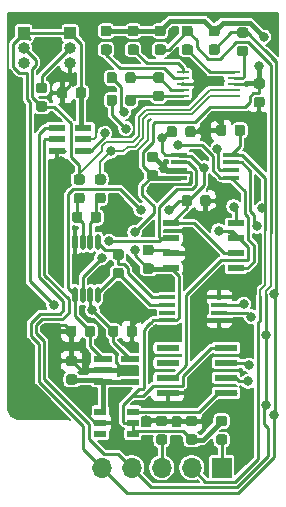
<source format=gbr>
%TF.GenerationSoftware,KiCad,Pcbnew,(5.1.6)-1*%
%TF.CreationDate,2021-06-22T07:47:15-05:00*%
%TF.ProjectId,Sapphire_AnalogMic,53617070-6869-4726-955f-416e616c6f67,rev?*%
%TF.SameCoordinates,Original*%
%TF.FileFunction,Copper,L1,Top*%
%TF.FilePolarity,Positive*%
%FSLAX46Y46*%
G04 Gerber Fmt 4.6, Leading zero omitted, Abs format (unit mm)*
G04 Created by KiCad (PCBNEW (5.1.6)-1) date 2021-06-22 07:47:15*
%MOMM*%
%LPD*%
G01*
G04 APERTURE LIST*
%TA.AperFunction,SMDPad,CuDef*%
%ADD10O,0.449999X1.350000*%
%TD*%
%TA.AperFunction,SMDPad,CuDef*%
%ADD11R,1.000001X0.599999*%
%TD*%
%TA.AperFunction,SMDPad,CuDef*%
%ADD12R,1.981200X0.558800*%
%TD*%
%TA.AperFunction,ComponentPad*%
%ADD13O,1.000000X1.000000*%
%TD*%
%TA.AperFunction,ComponentPad*%
%ADD14R,1.000000X1.000000*%
%TD*%
%TA.AperFunction,SMDPad,CuDef*%
%ADD15R,1.320800X0.406400*%
%TD*%
%TA.AperFunction,SMDPad,CuDef*%
%ADD16R,1.460500X0.533400*%
%TD*%
%TA.AperFunction,SMDPad,CuDef*%
%ADD17R,1.473200X0.558800*%
%TD*%
%TA.AperFunction,SMDPad,CuDef*%
%ADD18R,1.100000X0.250000*%
%TD*%
%TA.AperFunction,ComponentPad*%
%ADD19O,1.700000X1.700000*%
%TD*%
%TA.AperFunction,ComponentPad*%
%ADD20R,1.700000X1.700000*%
%TD*%
%TA.AperFunction,SMDPad,CuDef*%
%ADD21R,1.574800X0.558800*%
%TD*%
%TA.AperFunction,ViaPad*%
%ADD22C,0.800000*%
%TD*%
%TA.AperFunction,ViaPad*%
%ADD23C,0.381000*%
%TD*%
%TA.AperFunction,Conductor*%
%ADD24C,0.250000*%
%TD*%
%TA.AperFunction,Conductor*%
%ADD25C,0.203200*%
%TD*%
%TA.AperFunction,Conductor*%
%ADD26C,0.406400*%
%TD*%
%TA.AperFunction,Conductor*%
%ADD27C,0.200000*%
%TD*%
G04 APERTURE END LIST*
D10*
%TO.P,U102,8*%
%TO.N,/RgA*%
X117179999Y-117414002D03*
%TO.P,U102,7*%
%TO.N,+3V0*%
X116529998Y-117414002D03*
%TO.P,U102,6*%
%TO.N,/FILTER_IN*%
X115879999Y-117414002D03*
%TO.P,U102,5*%
%TO.N,+1V5*%
X115229998Y-117414002D03*
%TO.P,U102,4*%
%TO.N,GNDA*%
X115229998Y-112964001D03*
%TO.P,U102,3*%
%TO.N,Net-(C101-Pad1)*%
X115879999Y-112964001D03*
%TO.P,U102,2*%
%TO.N,Net-(C101-Pad2)*%
X116529998Y-112964001D03*
%TO.P,U102,1*%
%TO.N,/RgB*%
X117179999Y-112964001D03*
%TD*%
%TO.P,C113,2*%
%TO.N,GNDA*%
%TA.AperFunction,SMDPad,CuDef*%
G36*
G01*
X115191250Y-123475000D02*
X114678750Y-123475000D01*
G75*
G02*
X114460000Y-123256250I0J218750D01*
G01*
X114460000Y-122818750D01*
G75*
G02*
X114678750Y-122600000I218750J0D01*
G01*
X115191250Y-122600000D01*
G75*
G02*
X115410000Y-122818750I0J-218750D01*
G01*
X115410000Y-123256250D01*
G75*
G02*
X115191250Y-123475000I-218750J0D01*
G01*
G37*
%TD.AperFunction*%
%TO.P,C113,1*%
%TO.N,/ANPWR*%
%TA.AperFunction,SMDPad,CuDef*%
G36*
G01*
X115191250Y-125050000D02*
X114678750Y-125050000D01*
G75*
G02*
X114460000Y-124831250I0J218750D01*
G01*
X114460000Y-124393750D01*
G75*
G02*
X114678750Y-124175000I218750J0D01*
G01*
X115191250Y-124175000D01*
G75*
G02*
X115410000Y-124393750I0J-218750D01*
G01*
X115410000Y-124831250D01*
G75*
G02*
X115191250Y-125050000I-218750J0D01*
G01*
G37*
%TD.AperFunction*%
%TD*%
D11*
%TO.P,U109,6*%
%TO.N,Net-(U108-Pad5)*%
X120119999Y-127319999D03*
%TO.P,U109,5*%
%TO.N,+3.3VADC*%
X120119999Y-128270000D03*
%TO.P,U109,4*%
X120119999Y-129219998D03*
%TO.P,U109,3*%
%TO.N,N/C*%
X117369999Y-129219998D03*
%TO.P,U109,2*%
%TO.N,GNDA*%
X117369999Y-128270000D03*
%TO.P,U109,1*%
%TO.N,/ANPWR*%
X117369999Y-127319999D03*
%TD*%
D12*
%TO.P,U108,8*%
%TO.N,+3.3VADC*%
X128003300Y-121920000D03*
%TO.P,U108,7*%
%TO.N,/I2C_SDA*%
X128003300Y-123190000D03*
%TO.P,U108,6*%
%TO.N,/I2C_SCL*%
X128003300Y-124460000D03*
%TO.P,U108,5*%
%TO.N,Net-(U108-Pad5)*%
X128003300Y-125730000D03*
%TO.P,U108,4*%
%TO.N,GNDA*%
X123075700Y-125730000D03*
%TO.P,U108,3*%
%TO.N,/FILT_SHDN*%
X123075700Y-124460000D03*
%TO.P,U108,2*%
%TO.N,N/C*%
X123075700Y-123190000D03*
%TO.P,U108,1*%
X123075700Y-121920000D03*
%TD*%
D13*
%TO.P,J103,3*%
%TO.N,GNDA*%
X110871000Y-97790000D03*
%TO.P,J103,2*%
%TO.N,/MIC_OUT+*%
X110871000Y-96520000D03*
D14*
%TO.P,J103,1*%
%TO.N,+3V0*%
X110871000Y-95250000D03*
%TD*%
D13*
%TO.P,J102,3*%
%TO.N,GNDA*%
X114808000Y-97790000D03*
%TO.P,J102,2*%
%TO.N,Net-(J102-Pad2)*%
X114808000Y-96520000D03*
D14*
%TO.P,J102,1*%
%TO.N,+3V0*%
X114808000Y-95250000D03*
%TD*%
D15*
%TO.P,U101,8*%
%TO.N,+3.3VADC*%
X123012200Y-119593360D03*
%TO.P,U101,7*%
%TO.N,N/C*%
X123012200Y-118943120D03*
%TO.P,U101,6*%
%TO.N,/RgA*%
X123012200Y-118292880D03*
%TO.P,U101,5*%
%TO.N,/RgB*%
X123012200Y-117642640D03*
%TO.P,U101,4*%
%TO.N,GNDA*%
X127431800Y-117642640D03*
%TO.P,U101,3*%
%TO.N,/I2C_SDA*%
X127431800Y-118292880D03*
%TO.P,U101,2*%
%TO.N,/I2C_SCL*%
X127431800Y-118943120D03*
%TO.P,U101,1*%
%TO.N,GNDA*%
X127431800Y-119593360D03*
%TD*%
%TO.P,C105,2*%
%TO.N,GNDA*%
%TA.AperFunction,SMDPad,CuDef*%
G36*
G01*
X122049250Y-106203000D02*
X121536750Y-106203000D01*
G75*
G02*
X121318000Y-105984250I0J218750D01*
G01*
X121318000Y-105546750D01*
G75*
G02*
X121536750Y-105328000I218750J0D01*
G01*
X122049250Y-105328000D01*
G75*
G02*
X122268000Y-105546750I0J-218750D01*
G01*
X122268000Y-105984250D01*
G75*
G02*
X122049250Y-106203000I-218750J0D01*
G01*
G37*
%TD.AperFunction*%
%TO.P,C105,1*%
%TO.N,+3.3VADC*%
%TA.AperFunction,SMDPad,CuDef*%
G36*
G01*
X122049250Y-107778000D02*
X121536750Y-107778000D01*
G75*
G02*
X121318000Y-107559250I0J218750D01*
G01*
X121318000Y-107121750D01*
G75*
G02*
X121536750Y-106903000I218750J0D01*
G01*
X122049250Y-106903000D01*
G75*
G02*
X122268000Y-107121750I0J-218750D01*
G01*
X122268000Y-107559250D01*
G75*
G02*
X122049250Y-107778000I-218750J0D01*
G01*
G37*
%TD.AperFunction*%
%TD*%
D16*
%TO.P,U107,8*%
%TO.N,/FILTER_CLOCK*%
X128835150Y-111379000D03*
%TO.P,U107,7*%
%TO.N,/FILT_SHDN*%
X128835150Y-112649000D03*
%TO.P,U107,6*%
%TO.N,+1V5*%
X128835150Y-113919000D03*
%TO.P,U107,5*%
%TO.N,/FILTER_OUT*%
X128835150Y-115189000D03*
%TO.P,U107,4*%
%TO.N,+3.3VADC*%
X123386850Y-115189000D03*
%TO.P,U107,3*%
%TO.N,GNDA*%
X123386850Y-113919000D03*
%TO.P,U107,2*%
%TO.N,/FILTER_IN*%
X123386850Y-112649000D03*
%TO.P,U107,1*%
%TO.N,+1V5*%
X123386850Y-111379000D03*
%TD*%
%TO.P,C112,2*%
%TO.N,GNDA*%
%TA.AperFunction,SMDPad,CuDef*%
G36*
G01*
X121668250Y-114077000D02*
X121155750Y-114077000D01*
G75*
G02*
X120937000Y-113858250I0J218750D01*
G01*
X120937000Y-113420750D01*
G75*
G02*
X121155750Y-113202000I218750J0D01*
G01*
X121668250Y-113202000D01*
G75*
G02*
X121887000Y-113420750I0J-218750D01*
G01*
X121887000Y-113858250D01*
G75*
G02*
X121668250Y-114077000I-218750J0D01*
G01*
G37*
%TD.AperFunction*%
%TO.P,C112,1*%
%TO.N,+3.3VADC*%
%TA.AperFunction,SMDPad,CuDef*%
G36*
G01*
X121668250Y-115652000D02*
X121155750Y-115652000D01*
G75*
G02*
X120937000Y-115433250I0J218750D01*
G01*
X120937000Y-114995750D01*
G75*
G02*
X121155750Y-114777000I218750J0D01*
G01*
X121668250Y-114777000D01*
G75*
G02*
X121887000Y-114995750I0J-218750D01*
G01*
X121887000Y-115433250D01*
G75*
G02*
X121668250Y-115652000I-218750J0D01*
G01*
G37*
%TD.AperFunction*%
%TD*%
%TO.P,C110,2*%
%TO.N,GNDA*%
%TA.AperFunction,SMDPad,CuDef*%
G36*
G01*
X125826000Y-109730250D02*
X125826000Y-109217750D01*
G75*
G02*
X126044750Y-108999000I218750J0D01*
G01*
X126482250Y-108999000D01*
G75*
G02*
X126701000Y-109217750I0J-218750D01*
G01*
X126701000Y-109730250D01*
G75*
G02*
X126482250Y-109949000I-218750J0D01*
G01*
X126044750Y-109949000D01*
G75*
G02*
X125826000Y-109730250I0J218750D01*
G01*
G37*
%TD.AperFunction*%
%TO.P,C110,1*%
%TO.N,+1V5*%
%TA.AperFunction,SMDPad,CuDef*%
G36*
G01*
X124251000Y-109730250D02*
X124251000Y-109217750D01*
G75*
G02*
X124469750Y-108999000I218750J0D01*
G01*
X124907250Y-108999000D01*
G75*
G02*
X125126000Y-109217750I0J-218750D01*
G01*
X125126000Y-109730250D01*
G75*
G02*
X124907250Y-109949000I-218750J0D01*
G01*
X124469750Y-109949000D01*
G75*
G02*
X124251000Y-109730250I0J218750D01*
G01*
G37*
%TD.AperFunction*%
%TD*%
D17*
%TO.P,U106,6*%
%TO.N,GNDA*%
X113690400Y-105217001D03*
%TO.P,U106,5*%
%TO.N,/I2C_SCL*%
X113690400Y-104267000D03*
%TO.P,U106,4*%
%TO.N,/I2C_SDA*%
X113690400Y-103316999D03*
%TO.P,U106,3*%
%TO.N,+3V0*%
X115925600Y-103316999D03*
%TO.P,U106,2*%
%TO.N,GNDA*%
X115925600Y-104267000D03*
%TO.P,U106,1*%
%TO.N,/MIC_OUT-*%
X115925600Y-105217001D03*
%TD*%
%TO.P,R106,2*%
%TO.N,/I2C_SDA*%
%TA.AperFunction,SMDPad,CuDef*%
G36*
G01*
X126743750Y-96235000D02*
X127256250Y-96235000D01*
G75*
G02*
X127475000Y-96453750I0J-218750D01*
G01*
X127475000Y-96891250D01*
G75*
G02*
X127256250Y-97110000I-218750J0D01*
G01*
X126743750Y-97110000D01*
G75*
G02*
X126525000Y-96891250I0J218750D01*
G01*
X126525000Y-96453750D01*
G75*
G02*
X126743750Y-96235000I218750J0D01*
G01*
G37*
%TD.AperFunction*%
%TO.P,R106,1*%
%TO.N,+3.3VADC*%
%TA.AperFunction,SMDPad,CuDef*%
G36*
G01*
X126743750Y-94660000D02*
X127256250Y-94660000D01*
G75*
G02*
X127475000Y-94878750I0J-218750D01*
G01*
X127475000Y-95316250D01*
G75*
G02*
X127256250Y-95535000I-218750J0D01*
G01*
X126743750Y-95535000D01*
G75*
G02*
X126525000Y-95316250I0J218750D01*
G01*
X126525000Y-94878750D01*
G75*
G02*
X126743750Y-94660000I218750J0D01*
G01*
G37*
%TD.AperFunction*%
%TD*%
%TO.P,R104,2*%
%TO.N,/I2C_SCL*%
%TA.AperFunction,SMDPad,CuDef*%
G36*
G01*
X122171750Y-96235000D02*
X122684250Y-96235000D01*
G75*
G02*
X122903000Y-96453750I0J-218750D01*
G01*
X122903000Y-96891250D01*
G75*
G02*
X122684250Y-97110000I-218750J0D01*
G01*
X122171750Y-97110000D01*
G75*
G02*
X121953000Y-96891250I0J218750D01*
G01*
X121953000Y-96453750D01*
G75*
G02*
X122171750Y-96235000I218750J0D01*
G01*
G37*
%TD.AperFunction*%
%TO.P,R104,1*%
%TO.N,+3.3VADC*%
%TA.AperFunction,SMDPad,CuDef*%
G36*
G01*
X122171750Y-94660000D02*
X122684250Y-94660000D01*
G75*
G02*
X122903000Y-94878750I0J-218750D01*
G01*
X122903000Y-95316250D01*
G75*
G02*
X122684250Y-95535000I-218750J0D01*
G01*
X122171750Y-95535000D01*
G75*
G02*
X121953000Y-95316250I0J218750D01*
G01*
X121953000Y-94878750D01*
G75*
G02*
X122171750Y-94660000I218750J0D01*
G01*
G37*
%TD.AperFunction*%
%TD*%
D18*
%TO.P,U105,10*%
%TO.N,Net-(R114-Pad2)*%
X128642000Y-98568000D03*
%TO.P,U105,9*%
%TO.N,Net-(R115-Pad2)*%
X128642000Y-99068000D03*
%TO.P,U105,8*%
%TO.N,+3.3VADC*%
X128642000Y-99568000D03*
%TO.P,U105,7*%
%TO.N,/MIC_OUT+*%
X128642000Y-100068000D03*
%TO.P,U105,6*%
%TO.N,/MIC_OUT-*%
X128642000Y-100568000D03*
%TO.P,U105,5*%
%TO.N,Net-(C107-Pad2)*%
X124342000Y-100568000D03*
%TO.P,U105,4*%
%TO.N,Net-(C107-Pad1)*%
X124342000Y-100068000D03*
%TO.P,U105,3*%
%TO.N,GNDA*%
X124342000Y-99568000D03*
%TO.P,U105,2*%
%TO.N,Net-(R112-Pad1)*%
X124342000Y-99068000D03*
%TO.P,U105,1*%
%TO.N,Net-(R113-Pad2)*%
X124342000Y-98568000D03*
%TD*%
%TO.P,C106,2*%
%TO.N,+3V0*%
%TA.AperFunction,SMDPad,CuDef*%
G36*
G01*
X115285000Y-100586250D02*
X115285000Y-100073750D01*
G75*
G02*
X115503750Y-99855000I218750J0D01*
G01*
X115941250Y-99855000D01*
G75*
G02*
X116160000Y-100073750I0J-218750D01*
G01*
X116160000Y-100586250D01*
G75*
G02*
X115941250Y-100805000I-218750J0D01*
G01*
X115503750Y-100805000D01*
G75*
G02*
X115285000Y-100586250I0J218750D01*
G01*
G37*
%TD.AperFunction*%
%TO.P,C106,1*%
%TO.N,GNDA*%
%TA.AperFunction,SMDPad,CuDef*%
G36*
G01*
X113710000Y-100586250D02*
X113710000Y-100073750D01*
G75*
G02*
X113928750Y-99855000I218750J0D01*
G01*
X114366250Y-99855000D01*
G75*
G02*
X114585000Y-100073750I0J-218750D01*
G01*
X114585000Y-100586250D01*
G75*
G02*
X114366250Y-100805000I-218750J0D01*
G01*
X113928750Y-100805000D01*
G75*
G02*
X113710000Y-100586250I0J218750D01*
G01*
G37*
%TD.AperFunction*%
%TD*%
%TO.P,R115,2*%
%TO.N,Net-(R115-Pad2)*%
%TA.AperFunction,SMDPad,CuDef*%
G36*
G01*
X129156750Y-96362000D02*
X129669250Y-96362000D01*
G75*
G02*
X129888000Y-96580750I0J-218750D01*
G01*
X129888000Y-97018250D01*
G75*
G02*
X129669250Y-97237000I-218750J0D01*
G01*
X129156750Y-97237000D01*
G75*
G02*
X128938000Y-97018250I0J218750D01*
G01*
X128938000Y-96580750D01*
G75*
G02*
X129156750Y-96362000I218750J0D01*
G01*
G37*
%TD.AperFunction*%
%TO.P,R115,1*%
%TO.N,/I2C_SDA*%
%TA.AperFunction,SMDPad,CuDef*%
G36*
G01*
X129156750Y-94787000D02*
X129669250Y-94787000D01*
G75*
G02*
X129888000Y-95005750I0J-218750D01*
G01*
X129888000Y-95443250D01*
G75*
G02*
X129669250Y-95662000I-218750J0D01*
G01*
X129156750Y-95662000D01*
G75*
G02*
X128938000Y-95443250I0J218750D01*
G01*
X128938000Y-95005750D01*
G75*
G02*
X129156750Y-94787000I218750J0D01*
G01*
G37*
%TD.AperFunction*%
%TD*%
%TO.P,R114,2*%
%TO.N,Net-(R114-Pad2)*%
%TA.AperFunction,SMDPad,CuDef*%
G36*
G01*
X124457750Y-96235000D02*
X124970250Y-96235000D01*
G75*
G02*
X125189000Y-96453750I0J-218750D01*
G01*
X125189000Y-96891250D01*
G75*
G02*
X124970250Y-97110000I-218750J0D01*
G01*
X124457750Y-97110000D01*
G75*
G02*
X124239000Y-96891250I0J218750D01*
G01*
X124239000Y-96453750D01*
G75*
G02*
X124457750Y-96235000I218750J0D01*
G01*
G37*
%TD.AperFunction*%
%TO.P,R114,1*%
%TO.N,/I2C_SCL*%
%TA.AperFunction,SMDPad,CuDef*%
G36*
G01*
X124457750Y-94660000D02*
X124970250Y-94660000D01*
G75*
G02*
X125189000Y-94878750I0J-218750D01*
G01*
X125189000Y-95316250D01*
G75*
G02*
X124970250Y-95535000I-218750J0D01*
G01*
X124457750Y-95535000D01*
G75*
G02*
X124239000Y-95316250I0J218750D01*
G01*
X124239000Y-94878750D01*
G75*
G02*
X124457750Y-94660000I218750J0D01*
G01*
G37*
%TD.AperFunction*%
%TD*%
%TO.P,R113,2*%
%TO.N,Net-(R113-Pad2)*%
%TA.AperFunction,SMDPad,CuDef*%
G36*
G01*
X119885750Y-96235000D02*
X120398250Y-96235000D01*
G75*
G02*
X120617000Y-96453750I0J-218750D01*
G01*
X120617000Y-96891250D01*
G75*
G02*
X120398250Y-97110000I-218750J0D01*
G01*
X119885750Y-97110000D01*
G75*
G02*
X119667000Y-96891250I0J218750D01*
G01*
X119667000Y-96453750D01*
G75*
G02*
X119885750Y-96235000I218750J0D01*
G01*
G37*
%TD.AperFunction*%
%TO.P,R113,1*%
%TO.N,+3.3VADC*%
%TA.AperFunction,SMDPad,CuDef*%
G36*
G01*
X119885750Y-94660000D02*
X120398250Y-94660000D01*
G75*
G02*
X120617000Y-94878750I0J-218750D01*
G01*
X120617000Y-95316250D01*
G75*
G02*
X120398250Y-95535000I-218750J0D01*
G01*
X119885750Y-95535000D01*
G75*
G02*
X119667000Y-95316250I0J218750D01*
G01*
X119667000Y-94878750D01*
G75*
G02*
X119885750Y-94660000I218750J0D01*
G01*
G37*
%TD.AperFunction*%
%TD*%
%TO.P,R112,2*%
%TO.N,+3.3VADC*%
%TA.AperFunction,SMDPad,CuDef*%
G36*
G01*
X118112250Y-95535000D02*
X117599750Y-95535000D01*
G75*
G02*
X117381000Y-95316250I0J218750D01*
G01*
X117381000Y-94878750D01*
G75*
G02*
X117599750Y-94660000I218750J0D01*
G01*
X118112250Y-94660000D01*
G75*
G02*
X118331000Y-94878750I0J-218750D01*
G01*
X118331000Y-95316250D01*
G75*
G02*
X118112250Y-95535000I-218750J0D01*
G01*
G37*
%TD.AperFunction*%
%TO.P,R112,1*%
%TO.N,Net-(R112-Pad1)*%
%TA.AperFunction,SMDPad,CuDef*%
G36*
G01*
X118112250Y-97110000D02*
X117599750Y-97110000D01*
G75*
G02*
X117381000Y-96891250I0J218750D01*
G01*
X117381000Y-96453750D01*
G75*
G02*
X117599750Y-96235000I218750J0D01*
G01*
X118112250Y-96235000D01*
G75*
G02*
X118331000Y-96453750I0J-218750D01*
G01*
X118331000Y-96891250D01*
G75*
G02*
X118112250Y-97110000I-218750J0D01*
G01*
G37*
%TD.AperFunction*%
%TD*%
%TO.P,R110,2*%
%TO.N,/FILTER_OUT*%
%TA.AperFunction,SMDPad,CuDef*%
G36*
G01*
X118776000Y-100708750D02*
X118776000Y-101221250D01*
G75*
G02*
X118557250Y-101440000I-218750J0D01*
G01*
X118119750Y-101440000D01*
G75*
G02*
X117901000Y-101221250I0J218750D01*
G01*
X117901000Y-100708750D01*
G75*
G02*
X118119750Y-100490000I218750J0D01*
G01*
X118557250Y-100490000D01*
G75*
G02*
X118776000Y-100708750I0J-218750D01*
G01*
G37*
%TD.AperFunction*%
%TO.P,R110,1*%
%TO.N,Net-(C107-Pad2)*%
%TA.AperFunction,SMDPad,CuDef*%
G36*
G01*
X120351000Y-100708750D02*
X120351000Y-101221250D01*
G75*
G02*
X120132250Y-101440000I-218750J0D01*
G01*
X119694750Y-101440000D01*
G75*
G02*
X119476000Y-101221250I0J218750D01*
G01*
X119476000Y-100708750D01*
G75*
G02*
X119694750Y-100490000I218750J0D01*
G01*
X120132250Y-100490000D01*
G75*
G02*
X120351000Y-100708750I0J-218750D01*
G01*
G37*
%TD.AperFunction*%
%TD*%
%TO.P,R109,2*%
%TO.N,+1V5*%
%TA.AperFunction,SMDPad,CuDef*%
G36*
G01*
X118776000Y-98803750D02*
X118776000Y-99316250D01*
G75*
G02*
X118557250Y-99535000I-218750J0D01*
G01*
X118119750Y-99535000D01*
G75*
G02*
X117901000Y-99316250I0J218750D01*
G01*
X117901000Y-98803750D01*
G75*
G02*
X118119750Y-98585000I218750J0D01*
G01*
X118557250Y-98585000D01*
G75*
G02*
X118776000Y-98803750I0J-218750D01*
G01*
G37*
%TD.AperFunction*%
%TO.P,R109,1*%
%TO.N,Net-(C107-Pad1)*%
%TA.AperFunction,SMDPad,CuDef*%
G36*
G01*
X120351000Y-98803750D02*
X120351000Y-99316250D01*
G75*
G02*
X120132250Y-99535000I-218750J0D01*
G01*
X119694750Y-99535000D01*
G75*
G02*
X119476000Y-99316250I0J218750D01*
G01*
X119476000Y-98803750D01*
G75*
G02*
X119694750Y-98585000I218750J0D01*
G01*
X120132250Y-98585000D01*
G75*
G02*
X120351000Y-98803750I0J-218750D01*
G01*
G37*
%TD.AperFunction*%
%TD*%
%TO.P,R105,2*%
%TO.N,Net-(J102-Pad2)*%
%TA.AperFunction,SMDPad,CuDef*%
G36*
G01*
X112651250Y-100361000D02*
X112138750Y-100361000D01*
G75*
G02*
X111920000Y-100142250I0J218750D01*
G01*
X111920000Y-99704750D01*
G75*
G02*
X112138750Y-99486000I218750J0D01*
G01*
X112651250Y-99486000D01*
G75*
G02*
X112870000Y-99704750I0J-218750D01*
G01*
X112870000Y-100142250D01*
G75*
G02*
X112651250Y-100361000I-218750J0D01*
G01*
G37*
%TD.AperFunction*%
%TO.P,R105,1*%
%TO.N,/MIC_OUT+*%
%TA.AperFunction,SMDPad,CuDef*%
G36*
G01*
X112651250Y-101936000D02*
X112138750Y-101936000D01*
G75*
G02*
X111920000Y-101717250I0J218750D01*
G01*
X111920000Y-101279750D01*
G75*
G02*
X112138750Y-101061000I218750J0D01*
G01*
X112651250Y-101061000D01*
G75*
G02*
X112870000Y-101279750I0J-218750D01*
G01*
X112870000Y-101717250D01*
G75*
G02*
X112651250Y-101936000I-218750J0D01*
G01*
G37*
%TD.AperFunction*%
%TD*%
%TO.P,R103,2*%
%TO.N,/RgB*%
%TA.AperFunction,SMDPad,CuDef*%
G36*
G01*
X119128250Y-114458000D02*
X118615750Y-114458000D01*
G75*
G02*
X118397000Y-114239250I0J218750D01*
G01*
X118397000Y-113801750D01*
G75*
G02*
X118615750Y-113583000I218750J0D01*
G01*
X119128250Y-113583000D01*
G75*
G02*
X119347000Y-113801750I0J-218750D01*
G01*
X119347000Y-114239250D01*
G75*
G02*
X119128250Y-114458000I-218750J0D01*
G01*
G37*
%TD.AperFunction*%
%TO.P,R103,1*%
%TO.N,/RgA*%
%TA.AperFunction,SMDPad,CuDef*%
G36*
G01*
X119128250Y-116033000D02*
X118615750Y-116033000D01*
G75*
G02*
X118397000Y-115814250I0J218750D01*
G01*
X118397000Y-115376750D01*
G75*
G02*
X118615750Y-115158000I218750J0D01*
G01*
X119128250Y-115158000D01*
G75*
G02*
X119347000Y-115376750I0J-218750D01*
G01*
X119347000Y-115814250D01*
G75*
G02*
X119128250Y-116033000I-218750J0D01*
G01*
G37*
%TD.AperFunction*%
%TD*%
%TO.P,R102,2*%
%TO.N,/MIC_OUT-*%
%TA.AperFunction,SMDPad,CuDef*%
G36*
G01*
X117604250Y-108108000D02*
X117091750Y-108108000D01*
G75*
G02*
X116873000Y-107889250I0J218750D01*
G01*
X116873000Y-107451750D01*
G75*
G02*
X117091750Y-107233000I218750J0D01*
G01*
X117604250Y-107233000D01*
G75*
G02*
X117823000Y-107451750I0J-218750D01*
G01*
X117823000Y-107889250D01*
G75*
G02*
X117604250Y-108108000I-218750J0D01*
G01*
G37*
%TD.AperFunction*%
%TO.P,R102,1*%
%TO.N,Net-(C101-Pad2)*%
%TA.AperFunction,SMDPad,CuDef*%
G36*
G01*
X117604250Y-109683000D02*
X117091750Y-109683000D01*
G75*
G02*
X116873000Y-109464250I0J218750D01*
G01*
X116873000Y-109026750D01*
G75*
G02*
X117091750Y-108808000I218750J0D01*
G01*
X117604250Y-108808000D01*
G75*
G02*
X117823000Y-109026750I0J-218750D01*
G01*
X117823000Y-109464250D01*
G75*
G02*
X117604250Y-109683000I-218750J0D01*
G01*
G37*
%TD.AperFunction*%
%TD*%
%TO.P,R101,2*%
%TO.N,/MIC_OUT+*%
%TA.AperFunction,SMDPad,CuDef*%
G36*
G01*
X115826250Y-108108000D02*
X115313750Y-108108000D01*
G75*
G02*
X115095000Y-107889250I0J218750D01*
G01*
X115095000Y-107451750D01*
G75*
G02*
X115313750Y-107233000I218750J0D01*
G01*
X115826250Y-107233000D01*
G75*
G02*
X116045000Y-107451750I0J-218750D01*
G01*
X116045000Y-107889250D01*
G75*
G02*
X115826250Y-108108000I-218750J0D01*
G01*
G37*
%TD.AperFunction*%
%TO.P,R101,1*%
%TO.N,Net-(C101-Pad1)*%
%TA.AperFunction,SMDPad,CuDef*%
G36*
G01*
X115826250Y-109683000D02*
X115313750Y-109683000D01*
G75*
G02*
X115095000Y-109464250I0J218750D01*
G01*
X115095000Y-109026750D01*
G75*
G02*
X115313750Y-108808000I218750J0D01*
G01*
X115826250Y-108808000D01*
G75*
G02*
X116045000Y-109026750I0J-218750D01*
G01*
X116045000Y-109464250D01*
G75*
G02*
X115826250Y-109683000I-218750J0D01*
G01*
G37*
%TD.AperFunction*%
%TD*%
%TO.P,FB102,2*%
%TO.N,/PGND*%
%TA.AperFunction,SMDPad,CuDef*%
G36*
G01*
X122298750Y-129255000D02*
X122811250Y-129255000D01*
G75*
G02*
X123030000Y-129473750I0J-218750D01*
G01*
X123030000Y-129911250D01*
G75*
G02*
X122811250Y-130130000I-218750J0D01*
G01*
X122298750Y-130130000D01*
G75*
G02*
X122080000Y-129911250I0J218750D01*
G01*
X122080000Y-129473750D01*
G75*
G02*
X122298750Y-129255000I218750J0D01*
G01*
G37*
%TD.AperFunction*%
%TO.P,FB102,1*%
%TO.N,GNDA*%
%TA.AperFunction,SMDPad,CuDef*%
G36*
G01*
X122298750Y-127680000D02*
X122811250Y-127680000D01*
G75*
G02*
X123030000Y-127898750I0J-218750D01*
G01*
X123030000Y-128336250D01*
G75*
G02*
X122811250Y-128555000I-218750J0D01*
G01*
X122298750Y-128555000D01*
G75*
G02*
X122080000Y-128336250I0J218750D01*
G01*
X122080000Y-127898750D01*
G75*
G02*
X122298750Y-127680000I218750J0D01*
G01*
G37*
%TD.AperFunction*%
%TD*%
%TO.P,FB101,2*%
%TO.N,/P3V3*%
%TA.AperFunction,SMDPad,CuDef*%
G36*
G01*
X127378750Y-129255000D02*
X127891250Y-129255000D01*
G75*
G02*
X128110000Y-129473750I0J-218750D01*
G01*
X128110000Y-129911250D01*
G75*
G02*
X127891250Y-130130000I-218750J0D01*
G01*
X127378750Y-130130000D01*
G75*
G02*
X127160000Y-129911250I0J218750D01*
G01*
X127160000Y-129473750D01*
G75*
G02*
X127378750Y-129255000I218750J0D01*
G01*
G37*
%TD.AperFunction*%
%TO.P,FB101,1*%
%TO.N,+3.3VADC*%
%TA.AperFunction,SMDPad,CuDef*%
G36*
G01*
X127378750Y-127680000D02*
X127891250Y-127680000D01*
G75*
G02*
X128110000Y-127898750I0J-218750D01*
G01*
X128110000Y-128336250D01*
G75*
G02*
X127891250Y-128555000I-218750J0D01*
G01*
X127378750Y-128555000D01*
G75*
G02*
X127160000Y-128336250I0J218750D01*
G01*
X127160000Y-127898750D01*
G75*
G02*
X127378750Y-127680000I218750J0D01*
G01*
G37*
%TD.AperFunction*%
%TD*%
%TO.P,C111,2*%
%TO.N,GNDA*%
%TA.AperFunction,SMDPad,CuDef*%
G36*
G01*
X124556000Y-103888250D02*
X124556000Y-103375750D01*
G75*
G02*
X124774750Y-103157000I218750J0D01*
G01*
X125212250Y-103157000D01*
G75*
G02*
X125431000Y-103375750I0J-218750D01*
G01*
X125431000Y-103888250D01*
G75*
G02*
X125212250Y-104107000I-218750J0D01*
G01*
X124774750Y-104107000D01*
G75*
G02*
X124556000Y-103888250I0J218750D01*
G01*
G37*
%TD.AperFunction*%
%TO.P,C111,1*%
%TO.N,+1V5*%
%TA.AperFunction,SMDPad,CuDef*%
G36*
G01*
X122981000Y-103888250D02*
X122981000Y-103375750D01*
G75*
G02*
X123199750Y-103157000I218750J0D01*
G01*
X123637250Y-103157000D01*
G75*
G02*
X123856000Y-103375750I0J-218750D01*
G01*
X123856000Y-103888250D01*
G75*
G02*
X123637250Y-104107000I-218750J0D01*
G01*
X123199750Y-104107000D01*
G75*
G02*
X122981000Y-103888250I0J218750D01*
G01*
G37*
%TD.AperFunction*%
%TD*%
%TO.P,C109,2*%
%TO.N,GNDA*%
%TA.AperFunction,SMDPad,CuDef*%
G36*
G01*
X130553750Y-100680000D02*
X131066250Y-100680000D01*
G75*
G02*
X131285000Y-100898750I0J-218750D01*
G01*
X131285000Y-101336250D01*
G75*
G02*
X131066250Y-101555000I-218750J0D01*
G01*
X130553750Y-101555000D01*
G75*
G02*
X130335000Y-101336250I0J218750D01*
G01*
X130335000Y-100898750D01*
G75*
G02*
X130553750Y-100680000I218750J0D01*
G01*
G37*
%TD.AperFunction*%
%TO.P,C109,1*%
%TO.N,+3.3VADC*%
%TA.AperFunction,SMDPad,CuDef*%
G36*
G01*
X130553750Y-99105000D02*
X131066250Y-99105000D01*
G75*
G02*
X131285000Y-99323750I0J-218750D01*
G01*
X131285000Y-99761250D01*
G75*
G02*
X131066250Y-99980000I-218750J0D01*
G01*
X130553750Y-99980000D01*
G75*
G02*
X130335000Y-99761250I0J218750D01*
G01*
X130335000Y-99323750D01*
G75*
G02*
X130553750Y-99105000I218750J0D01*
G01*
G37*
%TD.AperFunction*%
%TD*%
%TO.P,C108,2*%
%TO.N,GNDA*%
%TA.AperFunction,SMDPad,CuDef*%
G36*
G01*
X128047000Y-103248750D02*
X128047000Y-103761250D01*
G75*
G02*
X127828250Y-103980000I-218750J0D01*
G01*
X127390750Y-103980000D01*
G75*
G02*
X127172000Y-103761250I0J218750D01*
G01*
X127172000Y-103248750D01*
G75*
G02*
X127390750Y-103030000I218750J0D01*
G01*
X127828250Y-103030000D01*
G75*
G02*
X128047000Y-103248750I0J-218750D01*
G01*
G37*
%TD.AperFunction*%
%TO.P,C108,1*%
%TO.N,/FILTER_CLOCK*%
%TA.AperFunction,SMDPad,CuDef*%
G36*
G01*
X129622000Y-103248750D02*
X129622000Y-103761250D01*
G75*
G02*
X129403250Y-103980000I-218750J0D01*
G01*
X128965750Y-103980000D01*
G75*
G02*
X128747000Y-103761250I0J218750D01*
G01*
X128747000Y-103248750D01*
G75*
G02*
X128965750Y-103030000I218750J0D01*
G01*
X129403250Y-103030000D01*
G75*
G02*
X129622000Y-103248750I0J-218750D01*
G01*
G37*
%TD.AperFunction*%
%TD*%
%TO.P,C107,2*%
%TO.N,Net-(C107-Pad2)*%
%TA.AperFunction,SMDPad,CuDef*%
G36*
G01*
X122044750Y-100172000D02*
X122557250Y-100172000D01*
G75*
G02*
X122776000Y-100390750I0J-218750D01*
G01*
X122776000Y-100828250D01*
G75*
G02*
X122557250Y-101047000I-218750J0D01*
G01*
X122044750Y-101047000D01*
G75*
G02*
X121826000Y-100828250I0J218750D01*
G01*
X121826000Y-100390750D01*
G75*
G02*
X122044750Y-100172000I218750J0D01*
G01*
G37*
%TD.AperFunction*%
%TO.P,C107,1*%
%TO.N,Net-(C107-Pad1)*%
%TA.AperFunction,SMDPad,CuDef*%
G36*
G01*
X122044750Y-98597000D02*
X122557250Y-98597000D01*
G75*
G02*
X122776000Y-98815750I0J-218750D01*
G01*
X122776000Y-99253250D01*
G75*
G02*
X122557250Y-99472000I-218750J0D01*
G01*
X122044750Y-99472000D01*
G75*
G02*
X121826000Y-99253250I0J218750D01*
G01*
X121826000Y-98815750D01*
G75*
G02*
X122044750Y-98597000I218750J0D01*
G01*
G37*
%TD.AperFunction*%
%TD*%
%TO.P,C104,2*%
%TO.N,+1V5*%
%TA.AperFunction,SMDPad,CuDef*%
G36*
G01*
X116047000Y-120779250D02*
X116047000Y-120266750D01*
G75*
G02*
X116265750Y-120048000I218750J0D01*
G01*
X116703250Y-120048000D01*
G75*
G02*
X116922000Y-120266750I0J-218750D01*
G01*
X116922000Y-120779250D01*
G75*
G02*
X116703250Y-120998000I-218750J0D01*
G01*
X116265750Y-120998000D01*
G75*
G02*
X116047000Y-120779250I0J218750D01*
G01*
G37*
%TD.AperFunction*%
%TO.P,C104,1*%
%TO.N,GNDA*%
%TA.AperFunction,SMDPad,CuDef*%
G36*
G01*
X114472000Y-120779250D02*
X114472000Y-120266750D01*
G75*
G02*
X114690750Y-120048000I218750J0D01*
G01*
X115128250Y-120048000D01*
G75*
G02*
X115347000Y-120266750I0J-218750D01*
G01*
X115347000Y-120779250D01*
G75*
G02*
X115128250Y-120998000I-218750J0D01*
G01*
X114690750Y-120998000D01*
G75*
G02*
X114472000Y-120779250I0J218750D01*
G01*
G37*
%TD.AperFunction*%
%TD*%
%TO.P,C103,2*%
%TO.N,GNDA*%
%TA.AperFunction,SMDPad,CuDef*%
G36*
G01*
X119603000Y-120779250D02*
X119603000Y-120266750D01*
G75*
G02*
X119821750Y-120048000I218750J0D01*
G01*
X120259250Y-120048000D01*
G75*
G02*
X120478000Y-120266750I0J-218750D01*
G01*
X120478000Y-120779250D01*
G75*
G02*
X120259250Y-120998000I-218750J0D01*
G01*
X119821750Y-120998000D01*
G75*
G02*
X119603000Y-120779250I0J218750D01*
G01*
G37*
%TD.AperFunction*%
%TO.P,C103,1*%
%TO.N,+3V0*%
%TA.AperFunction,SMDPad,CuDef*%
G36*
G01*
X118028000Y-120779250D02*
X118028000Y-120266750D01*
G75*
G02*
X118246750Y-120048000I218750J0D01*
G01*
X118684250Y-120048000D01*
G75*
G02*
X118903000Y-120266750I0J-218750D01*
G01*
X118903000Y-120779250D01*
G75*
G02*
X118684250Y-120998000I-218750J0D01*
G01*
X118246750Y-120998000D01*
G75*
G02*
X118028000Y-120779250I0J218750D01*
G01*
G37*
%TD.AperFunction*%
%TD*%
%TO.P,C102,2*%
%TO.N,GNDA*%
%TA.AperFunction,SMDPad,CuDef*%
G36*
G01*
X125351250Y-128555000D02*
X124838750Y-128555000D01*
G75*
G02*
X124620000Y-128336250I0J218750D01*
G01*
X124620000Y-127898750D01*
G75*
G02*
X124838750Y-127680000I218750J0D01*
G01*
X125351250Y-127680000D01*
G75*
G02*
X125570000Y-127898750I0J-218750D01*
G01*
X125570000Y-128336250D01*
G75*
G02*
X125351250Y-128555000I-218750J0D01*
G01*
G37*
%TD.AperFunction*%
%TO.P,C102,1*%
%TO.N,+3.3VADC*%
%TA.AperFunction,SMDPad,CuDef*%
G36*
G01*
X125351250Y-130130000D02*
X124838750Y-130130000D01*
G75*
G02*
X124620000Y-129911250I0J218750D01*
G01*
X124620000Y-129473750D01*
G75*
G02*
X124838750Y-129255000I218750J0D01*
G01*
X125351250Y-129255000D01*
G75*
G02*
X125570000Y-129473750I0J-218750D01*
G01*
X125570000Y-129911250D01*
G75*
G02*
X125351250Y-130130000I-218750J0D01*
G01*
G37*
%TD.AperFunction*%
%TD*%
%TO.P,C101,2*%
%TO.N,Net-(C101-Pad2)*%
%TA.AperFunction,SMDPad,CuDef*%
G36*
G01*
X116555000Y-111127250D02*
X116555000Y-110614750D01*
G75*
G02*
X116773750Y-110396000I218750J0D01*
G01*
X117211250Y-110396000D01*
G75*
G02*
X117430000Y-110614750I0J-218750D01*
G01*
X117430000Y-111127250D01*
G75*
G02*
X117211250Y-111346000I-218750J0D01*
G01*
X116773750Y-111346000D01*
G75*
G02*
X116555000Y-111127250I0J218750D01*
G01*
G37*
%TD.AperFunction*%
%TO.P,C101,1*%
%TO.N,Net-(C101-Pad1)*%
%TA.AperFunction,SMDPad,CuDef*%
G36*
G01*
X114980000Y-111127250D02*
X114980000Y-110614750D01*
G75*
G02*
X115198750Y-110396000I218750J0D01*
G01*
X115636250Y-110396000D01*
G75*
G02*
X115855000Y-110614750I0J-218750D01*
G01*
X115855000Y-111127250D01*
G75*
G02*
X115636250Y-111346000I-218750J0D01*
G01*
X115198750Y-111346000D01*
G75*
G02*
X114980000Y-111127250I0J218750D01*
G01*
G37*
%TD.AperFunction*%
%TD*%
D19*
%TO.P,J101,5*%
%TO.N,/I2C_SDA*%
X117475000Y-132080000D03*
%TO.P,J101,4*%
%TO.N,/I2C_SCL*%
X120015000Y-132080000D03*
%TO.P,J101,3*%
%TO.N,/PGND*%
X122555000Y-132080000D03*
%TO.P,J101,2*%
%TO.N,/FILTER_CLOCK*%
X125095000Y-132080000D03*
D20*
%TO.P,J101,1*%
%TO.N,/P3V3*%
X127635000Y-132080000D03*
%TD*%
D15*
%TO.P,U104,8*%
%TO.N,/FILTER_CLOCK*%
X128447800Y-105577640D03*
%TO.P,U104,7*%
%TO.N,/FILT_SHDN*%
X128447800Y-106227880D03*
%TO.P,U104,6*%
%TO.N,+1V5*%
X128447800Y-106878120D03*
%TO.P,U104,5*%
%TO.N,/FILTER_OUT*%
X128447800Y-107528360D03*
%TO.P,U104,4*%
%TO.N,+3.3VADC*%
X124028200Y-107528360D03*
%TO.P,U104,3*%
%TO.N,GNDA*%
X124028200Y-106878120D03*
%TO.P,U104,2*%
%TO.N,/FILTER_IN*%
X124028200Y-106227880D03*
%TO.P,U104,1*%
%TO.N,+1V5*%
X124028200Y-105577640D03*
%TD*%
D21*
%TO.P,U103,5*%
%TO.N,+3V0*%
X119913400Y-122874999D03*
%TO.P,U103,4*%
%TO.N,/ANPWR*%
X119913400Y-124775001D03*
%TO.P,U103,3*%
X117576600Y-124775001D03*
%TO.P,U103,2*%
%TO.N,GNDA*%
X117576600Y-123825000D03*
%TO.P,U103,1*%
%TO.N,+1V5*%
X117576600Y-122874999D03*
%TD*%
D22*
%TO.N,GNDA*%
X120650000Y-119380000D03*
X125095000Y-113665000D03*
X121220009Y-128045009D03*
X114033259Y-106135542D03*
X125604988Y-99538317D03*
X130810000Y-102235000D03*
X116205000Y-127000000D03*
X121673150Y-108614974D03*
X112680333Y-120357884D03*
X125730000Y-117729000D03*
X125730000Y-119697500D03*
X115380000Y-114668790D03*
X125285500Y-125730000D03*
X113030000Y-96520000D03*
X110490000Y-105410000D03*
X110490000Y-110490000D03*
X110490000Y-115570000D03*
X110490000Y-119380000D03*
X110490000Y-123190000D03*
X110490000Y-127000000D03*
X119380000Y-110490000D03*
X129540000Y-128270000D03*
X116840000Y-99060000D03*
X116840000Y-93980000D03*
X110490000Y-93980000D03*
X132080000Y-93980000D03*
X130810000Y-105410000D03*
X127000000Y-110490000D03*
X129540000Y-127000000D03*
X129540000Y-130810000D03*
X113792000Y-115570000D03*
X113792000Y-110490000D03*
X118110000Y-118364000D03*
X113538000Y-121920000D03*
X125984000Y-124206000D03*
X125095000Y-115189000D03*
X126365000Y-104140000D03*
X126873000Y-99314000D03*
X126302070Y-127826070D03*
X122682000Y-116459000D03*
X121920000Y-120523000D03*
X117475000Y-115697000D03*
X121539000Y-112141000D03*
X126873861Y-102371868D03*
X117470628Y-102811753D03*
X119009641Y-106661896D03*
D23*
X112395000Y-102870000D03*
X125857000Y-105537000D03*
D22*
X127508000Y-109347000D03*
D23*
X130683000Y-108585000D03*
X114935000Y-101727000D03*
X123850500Y-128117500D03*
X118745000Y-127000000D03*
X118745000Y-128270000D03*
X118745000Y-129540000D03*
D22*
%TO.N,+3.3VADC*%
X120269000Y-112141000D03*
X120269000Y-113665000D03*
X131206262Y-95592845D03*
X130810000Y-98044000D03*
%TO.N,+1V5*%
X123190000Y-110236000D03*
X120777000Y-110235998D03*
X119356420Y-101969645D03*
X126153437Y-106655640D03*
X122563456Y-104195703D03*
X127283313Y-105049000D03*
%TO.N,/FILTER_CLOCK*%
X131065422Y-110109000D03*
X128651000Y-109982000D03*
%TO.N,+3V0*%
X116700248Y-118757748D03*
X113411000Y-118332842D03*
%TO.N,/I2C_SDA*%
X132089990Y-127573556D03*
X129500404Y-118218110D03*
X129921000Y-123380498D03*
X132089990Y-117376452D03*
%TO.N,/I2C_SCL*%
X130131018Y-119278848D03*
X131418490Y-126767970D03*
X131408010Y-120863955D03*
X129857500Y-124760657D03*
%TO.N,/FILTER_IN*%
X117475000Y-114300000D03*
X118110000Y-112903000D03*
%TO.N,/FILTER_OUT*%
X123952000Y-104774384D03*
X119507001Y-103352800D03*
%TO.N,/FILT_SHDN*%
X127381000Y-112014000D03*
X130615411Y-111633000D03*
%TO.N,/MIC_OUT-*%
X117741056Y-103774506D03*
X118237000Y-105283020D03*
%TD*%
D24*
%TO.N,Net-(C101-Pad2)*%
X116529998Y-111333502D02*
X116992500Y-110871000D01*
X116529998Y-112964001D02*
X116529998Y-111333502D01*
X116992500Y-109601000D02*
X117348000Y-109245500D01*
X116992500Y-110871000D02*
X116992500Y-109601000D01*
%TO.N,Net-(C101-Pad1)*%
X115879999Y-111333499D02*
X115417500Y-110871000D01*
X115879999Y-112964001D02*
X115879999Y-111333499D01*
X115417500Y-109398000D02*
X115570000Y-109245500D01*
X115417500Y-110871000D02*
X115417500Y-109398000D01*
%TO.N,GNDA*%
X122555000Y-128117500D02*
X123850500Y-128117500D01*
X114935000Y-120548500D02*
X114909500Y-120523000D01*
X114935000Y-123037500D02*
X114935000Y-120548500D01*
X115722500Y-123825000D02*
X117576600Y-123825000D01*
X114935000Y-123037500D02*
X115722500Y-123825000D01*
X120040500Y-120523000D02*
X120040500Y-119989500D01*
X120040500Y-119989500D02*
X120650000Y-119380000D01*
X123117800Y-106878120D02*
X122005180Y-105765500D01*
X122005180Y-105765500D02*
X121793000Y-105765500D01*
X124028200Y-106878120D02*
X123117800Y-106878120D01*
X123386850Y-113919000D02*
X124841000Y-113919000D01*
X124841000Y-113919000D02*
X125095000Y-113665000D01*
X123107350Y-113639500D02*
X123386850Y-113919000D01*
X121412000Y-113639500D02*
X123107350Y-113639500D01*
X113690400Y-105217001D02*
X113690400Y-105792683D01*
X113690400Y-105792683D02*
X114033259Y-106135542D01*
X125575305Y-99568000D02*
X125604988Y-99538317D01*
X124342000Y-99568000D02*
X125575305Y-99568000D01*
X114341401Y-105217001D02*
X113690400Y-105217001D01*
X115925600Y-104267000D02*
X115291402Y-104267000D01*
X130810000Y-101117500D02*
X130810000Y-102235000D01*
X116935001Y-128270000D02*
X116205000Y-127539999D01*
X116205000Y-127539999D02*
X116205000Y-127000000D01*
X117369999Y-128270000D02*
X116935001Y-128270000D01*
X114808000Y-99669500D02*
X114147500Y-100330000D01*
X114808000Y-97790000D02*
X114808000Y-99669500D01*
X114344385Y-119957885D02*
X113080332Y-119957885D01*
X114909500Y-120523000D02*
X114344385Y-119957885D01*
X113080332Y-119957885D02*
X112680333Y-120357884D01*
X127431800Y-117642640D02*
X125816360Y-117642640D01*
X125816360Y-117642640D02*
X125730000Y-117729000D01*
X127431800Y-119593360D02*
X125834140Y-119593360D01*
X125834140Y-119593360D02*
X125730000Y-119697500D01*
X115229998Y-114518788D02*
X115380000Y-114668790D01*
X115229998Y-112964001D02*
X115229998Y-114518788D01*
X123901200Y-125730000D02*
X125285500Y-125730000D01*
X127609500Y-103030000D02*
X126822183Y-102242683D01*
X127609500Y-103505000D02*
X127609500Y-103030000D01*
X125432866Y-103632000D02*
X126822183Y-102242683D01*
X126822183Y-102242683D02*
X126873861Y-102294361D01*
X124993500Y-103632000D02*
X125432866Y-103632000D01*
X126873861Y-102294361D02*
X126873861Y-102371868D01*
X121793000Y-105765500D02*
X123027659Y-107000159D01*
X123027659Y-107000159D02*
X124948601Y-107000159D01*
X124948601Y-108056561D02*
X122797248Y-108056561D01*
X125013601Y-107065159D02*
X125013601Y-107991561D01*
X124948601Y-107000159D02*
X125013601Y-107065159D01*
X125013601Y-107991561D02*
X124948601Y-108056561D01*
X122797248Y-108056561D02*
X122238835Y-108614974D01*
X122238835Y-108614974D02*
X121673150Y-108614974D01*
D25*
X121411844Y-104299343D02*
X119049291Y-106661896D01*
X117039455Y-103242926D02*
X117470628Y-102811753D01*
X115925600Y-104267000D02*
X116865400Y-104267000D01*
X117039455Y-104092945D02*
X117039455Y-103242926D01*
X121411844Y-102743156D02*
X121411844Y-104299343D01*
X116865400Y-104267000D02*
X117039455Y-104092945D01*
X119049291Y-106661896D02*
X119009641Y-106661896D01*
X121539000Y-102616000D02*
X121411844Y-102743156D01*
X120208611Y-103800951D02*
X119931558Y-104078004D01*
X120208611Y-102244764D02*
X120208611Y-103800951D01*
X117964948Y-102811753D02*
X117470628Y-102811753D01*
X121104765Y-101348610D02*
X120208611Y-102244764D01*
X119231199Y-104078004D02*
X117964948Y-102811753D01*
X119931558Y-104078004D02*
X119231199Y-104078004D01*
X124779272Y-101348610D02*
X121104765Y-101348610D01*
X125603000Y-100524882D02*
X124779272Y-101348610D01*
D24*
X127381000Y-109474000D02*
X127508000Y-109347000D01*
X126263500Y-109474000D02*
X127381000Y-109474000D01*
X123850500Y-128117500D02*
X125095000Y-128117500D01*
D26*
X122555000Y-128117500D02*
X125095000Y-128117500D01*
X122482509Y-128045009D02*
X122555000Y-128117500D01*
X121220009Y-128045009D02*
X122482509Y-128045009D01*
X126010640Y-128117500D02*
X126302070Y-127826070D01*
X125095000Y-128117500D02*
X126010640Y-128117500D01*
D24*
%TO.N,+3.3VADC*%
X120119999Y-128270000D02*
X120119999Y-129219998D01*
X120410007Y-128929990D02*
X124332490Y-128929990D01*
X124332490Y-128929990D02*
X125095000Y-129692500D01*
X120119999Y-129219998D02*
X120410007Y-128929990D01*
X120269000Y-114071500D02*
X121412000Y-115214500D01*
X120269000Y-113665000D02*
X120269000Y-114071500D01*
X123997601Y-119406321D02*
X123810562Y-119593360D01*
X123810562Y-119593360D02*
X123012200Y-119593360D01*
X123997601Y-115799751D02*
X123997601Y-119406321D01*
X123386850Y-115189000D02*
X123997601Y-115799751D01*
X119294998Y-128194999D02*
X119294998Y-126759999D01*
X119369999Y-128270000D02*
X119294998Y-128194999D01*
X120119999Y-128270000D02*
X119369999Y-128270000D01*
X124326301Y-125125599D02*
X121825099Y-125125599D01*
X128003300Y-121920000D02*
X126762700Y-121920000D01*
X121825099Y-125125599D02*
X120970449Y-125980249D01*
X120074748Y-125980249D02*
X119294998Y-126759999D01*
X124391301Y-125060599D02*
X124326301Y-125125599D01*
X126762700Y-121920000D02*
X124391301Y-124291399D01*
X120970449Y-125980249D02*
X120074748Y-125980249D01*
X124391301Y-124291399D02*
X124391301Y-125060599D01*
X122428000Y-95097500D02*
X117856000Y-95097500D01*
X121881588Y-109950086D02*
X121881588Y-110528412D01*
X121793000Y-107340500D02*
X120934501Y-108198999D01*
X120934501Y-109002999D02*
X121881588Y-109950086D01*
X121881588Y-110528412D02*
X120269000Y-112141000D01*
X120934501Y-108198999D02*
X120934501Y-109002999D01*
X121629001Y-119797999D02*
X121833640Y-119593360D01*
X121833640Y-119593360D02*
X123012200Y-119593360D01*
X121571999Y-119797999D02*
X121629001Y-119797999D01*
X121194999Y-120174999D02*
X121571999Y-119797999D01*
X121194999Y-120232001D02*
X121194999Y-120174999D01*
X120675595Y-125379402D02*
X120960801Y-125379402D01*
X119294998Y-126759999D02*
X120675595Y-125379402D01*
X121025801Y-120401199D02*
X121194999Y-120232001D01*
X120960801Y-125379402D02*
X121025801Y-125314402D01*
X121025801Y-125314402D02*
X121025801Y-120401199D01*
X130328516Y-100354990D02*
X130785010Y-100354990D01*
X130785010Y-100354990D02*
X130810000Y-100330000D01*
X120992990Y-105321516D02*
X121838455Y-104476051D01*
X121838455Y-104476051D02*
X121838455Y-102958986D01*
X120992990Y-106540490D02*
X120992990Y-105321516D01*
X121793000Y-107340500D02*
X120992990Y-106540490D01*
X121965451Y-102831990D02*
X125388420Y-102831990D01*
X130810000Y-100330000D02*
X130810000Y-99542500D01*
X126678401Y-101542009D02*
X129597991Y-101542009D01*
X125388420Y-102831990D02*
X126678401Y-101542009D01*
X129597991Y-101542009D02*
X130009990Y-101130010D01*
X121838455Y-102958986D02*
X121965451Y-102831990D01*
X130009990Y-101130010D02*
X130009990Y-100673516D01*
X130009990Y-100673516D02*
X130328516Y-100354990D01*
D26*
X126060000Y-129692500D02*
X127635000Y-128117500D01*
X125095000Y-129692500D02*
X126060000Y-129692500D01*
X123361350Y-115214500D02*
X123386850Y-115189000D01*
X121412000Y-115214500D02*
X123361350Y-115214500D01*
X121980860Y-107528360D02*
X124028200Y-107528360D01*
X121793000Y-107340500D02*
X121980860Y-107528360D01*
X129674505Y-99542500D02*
X129667000Y-99550005D01*
X130810000Y-99542500D02*
X129674505Y-99542500D01*
X129667000Y-99550005D02*
X129667000Y-99568000D01*
D24*
X128642000Y-99568000D02*
X129667000Y-99568000D01*
D26*
X130810000Y-99542500D02*
X130810000Y-98044000D01*
X129997207Y-94383790D02*
X127713710Y-94383790D01*
X127713710Y-94383790D02*
X127000000Y-95097500D01*
X131206262Y-95592845D02*
X129997207Y-94383790D01*
X123268710Y-94256790D02*
X122428000Y-95097500D01*
X126159290Y-94256790D02*
X123268710Y-94256790D01*
X127000000Y-95097500D02*
X126159290Y-94256790D01*
X122428000Y-95097500D02*
X120142000Y-95097500D01*
X120142000Y-95097500D02*
X117856000Y-95097500D01*
D24*
%TO.N,+1V5*%
X116484500Y-121782899D02*
X117576600Y-122874999D01*
X116484500Y-120523000D02*
X116484500Y-121782899D01*
X127854900Y-113919000D02*
X128835150Y-113919000D01*
X125314900Y-111379000D02*
X127854900Y-113919000D01*
X123386850Y-111379000D02*
X125314900Y-111379000D01*
X115225998Y-119264498D02*
X116484500Y-120523000D01*
X115225998Y-117418002D02*
X115225998Y-119264498D01*
X115229998Y-117414002D02*
X115225998Y-117418002D01*
X124688500Y-109474000D02*
X124015500Y-109474000D01*
X124015500Y-109474000D02*
X123253500Y-110236000D01*
X115088516Y-108482990D02*
X119023992Y-108482990D01*
X115229998Y-117414002D02*
X114654990Y-116838994D01*
X119023992Y-108482990D02*
X120777000Y-110235998D01*
X114654990Y-116838994D02*
X114654990Y-108916516D01*
X114654990Y-108916516D02*
X115088516Y-108482990D01*
X119101010Y-99822510D02*
X119101010Y-101714235D01*
X118338500Y-99060000D02*
X119101010Y-99822510D01*
X119101010Y-101714235D02*
X119356420Y-101969645D01*
X126111000Y-108166984D02*
X126111000Y-106750040D01*
X126111000Y-106750040D02*
X125043914Y-105682954D01*
X125043914Y-105682954D02*
X124133514Y-105682954D01*
X124803984Y-109474000D02*
X126111000Y-108166984D01*
X124688500Y-109474000D02*
X124803984Y-109474000D01*
X124133514Y-105682954D02*
X124028200Y-105577640D01*
X123418500Y-103632000D02*
X123127159Y-103632000D01*
X123127159Y-103632000D02*
X122563456Y-104195703D01*
X122563456Y-105291962D02*
X122563456Y-104195703D01*
X122849134Y-105577640D02*
X122563456Y-105291962D01*
X124028200Y-105577640D02*
X122849134Y-105577640D01*
X127537400Y-106878120D02*
X127363644Y-106704364D01*
X127363644Y-105129331D02*
X127283313Y-105049000D01*
X127363644Y-106704364D02*
X127363644Y-105129331D01*
X128447800Y-106878120D02*
X127537400Y-106878120D01*
X124688500Y-109474000D02*
X124688500Y-110077350D01*
X124688500Y-110077350D02*
X123386850Y-111379000D01*
%TO.N,Net-(C107-Pad2)*%
X120269000Y-100609500D02*
X119913500Y-100965000D01*
X122301000Y-100609500D02*
X120269000Y-100609500D01*
X122342500Y-100568000D02*
X124342000Y-100568000D01*
X122301000Y-100609500D02*
X122342500Y-100568000D01*
%TO.N,Net-(C107-Pad1)*%
X123334500Y-100068000D02*
X124342000Y-100068000D01*
X122301000Y-99034500D02*
X123334500Y-100068000D01*
X119939000Y-99034500D02*
X119913500Y-99060000D01*
X122301000Y-99034500D02*
X119939000Y-99034500D01*
%TO.N,/FILTER_CLOCK*%
X128447800Y-105577640D02*
X129184500Y-104840940D01*
X129184500Y-104840940D02*
X129184500Y-103505000D01*
X129358200Y-105577640D02*
X128447800Y-105577640D01*
X131318000Y-107537440D02*
X129358200Y-105577640D01*
X131191000Y-110109000D02*
X131318000Y-109982000D01*
X131318000Y-109982000D02*
X131318000Y-107537440D01*
X131191000Y-110109000D02*
X131065422Y-110109000D01*
X131340413Y-110258413D02*
X131191000Y-110109000D01*
X131340413Y-111981002D02*
X131340413Y-110258413D01*
D25*
X131340413Y-111981002D02*
X131340413Y-116563587D01*
D24*
X125095000Y-132080000D02*
X126270001Y-133255001D01*
X126270001Y-133255001D02*
X128744589Y-133255001D01*
X130683000Y-131316590D02*
X130683000Y-123691502D01*
X130683000Y-122942498D02*
X130683000Y-119839125D01*
X130709501Y-123665001D02*
X130709501Y-122968999D01*
X130683000Y-119839125D02*
X130914976Y-119607149D01*
X130709501Y-122968999D02*
X130683000Y-122942498D01*
X128744589Y-133255001D02*
X130683000Y-131316590D01*
X130683000Y-123691502D02*
X130709501Y-123665001D01*
X130914976Y-119607149D02*
X130914976Y-117511391D01*
D25*
X130914976Y-116989024D02*
X130914976Y-117511391D01*
X131340413Y-116563587D02*
X130914976Y-116989024D01*
D24*
X128835150Y-110166150D02*
X128651000Y-109982000D01*
X128835150Y-111379000D02*
X128835150Y-110166150D01*
%TO.N,+3V0*%
X115722500Y-100330000D02*
X115722500Y-100482500D01*
X118465500Y-121427099D02*
X119913400Y-122874999D01*
X118465500Y-120523000D02*
X118465500Y-121427099D01*
X110871000Y-95250000D02*
X114808000Y-95250000D01*
X116529998Y-118587498D02*
X116529998Y-117414002D01*
X118465500Y-120523000D02*
X116529998Y-118587498D01*
X115722500Y-96164500D02*
X115722500Y-100330000D01*
X114808000Y-95250000D02*
X115722500Y-96164500D01*
X111379000Y-116300842D02*
X113411000Y-118332842D01*
X110474999Y-98615001D02*
X111144980Y-98615001D01*
X110871000Y-95250000D02*
X111379000Y-95758000D01*
X110474999Y-95694999D02*
X109982000Y-96187998D01*
X111144980Y-98615001D02*
X111144980Y-100884890D01*
X111379000Y-95806998D02*
X111267001Y-95694999D01*
X111267001Y-95694999D02*
X110474999Y-95694999D01*
X109982000Y-96187998D02*
X109982000Y-98122002D01*
X109982000Y-98122002D02*
X110474999Y-98615001D01*
X111379000Y-95758000D02*
X111379000Y-95806998D01*
X111144980Y-100884890D02*
X111379000Y-101118910D01*
X111379000Y-101118910D02*
X111379000Y-116300842D01*
D26*
X115722500Y-103113899D02*
X115925600Y-103316999D01*
X115722500Y-100330000D02*
X115722500Y-103113899D01*
D24*
%TO.N,/P3V3*%
X127635000Y-129692500D02*
X127635000Y-132080000D01*
%TO.N,/PGND*%
X122555000Y-129692500D02*
X122555000Y-132080000D01*
%TO.N,/I2C_SDA*%
X129022802Y-134250022D02*
X132089990Y-131182834D01*
X119645022Y-134250022D02*
X129022802Y-134250022D01*
X132089990Y-131182834D02*
X132089990Y-127573556D01*
X117475000Y-132080000D02*
X119645022Y-134250022D01*
X129484120Y-118292880D02*
X129484120Y-118234394D01*
X129425634Y-118292880D02*
X129500404Y-118218110D01*
X129484120Y-118234394D02*
X129500404Y-118218110D01*
X127431800Y-118292880D02*
X129425634Y-118292880D01*
X132240452Y-110912199D02*
X132240452Y-112353801D01*
X132240431Y-110912178D02*
X132240452Y-110912199D01*
X131344401Y-96741988D02*
X132240431Y-97638018D01*
X131217401Y-96741988D02*
X131344401Y-96741988D01*
X132240431Y-97638018D02*
X132240431Y-110912178D01*
X128828800Y-123190000D02*
X129730502Y-123190000D01*
X129730502Y-123190000D02*
X129921000Y-123380498D01*
X132240431Y-97638018D02*
X132182018Y-97638018D01*
X129768500Y-95224500D02*
X129413000Y-95224500D01*
X132182018Y-97638018D02*
X129768500Y-95224500D01*
X127000000Y-96672500D02*
X128448000Y-95224500D01*
X128448000Y-95224500D02*
X129413000Y-95224500D01*
X115920010Y-130525010D02*
X115920010Y-128527831D01*
X113917166Y-119057864D02*
X114229978Y-118745052D01*
X112178791Y-103842008D02*
X112703800Y-103316999D01*
X112178789Y-124786608D02*
X112178789Y-121565755D01*
X112703800Y-103316999D02*
X113690400Y-103316999D01*
X112178791Y-115931787D02*
X112178791Y-103842008D01*
X115920010Y-128527831D02*
X112178789Y-124786608D01*
X114229978Y-118745052D02*
X114229978Y-117982974D01*
X114229978Y-117982974D02*
X112178791Y-115931787D01*
X112266140Y-119057864D02*
X113917166Y-119057864D01*
X111505320Y-119818684D02*
X112266140Y-119057864D01*
X112178789Y-121565755D02*
X111505320Y-120892286D01*
X117475000Y-132080000D02*
X115920010Y-130525010D01*
X111505320Y-120892286D02*
X111505320Y-119818684D01*
X132143500Y-117429962D02*
X132089990Y-117376452D01*
X132240431Y-97638018D02*
X132240431Y-117226011D01*
X132240431Y-117226011D02*
X132089990Y-117376452D01*
X132143500Y-127520046D02*
X132143500Y-117429962D01*
X132089990Y-127573556D02*
X132143500Y-127520046D01*
%TO.N,/I2C_SCL*%
X124841000Y-95097500D02*
X124384000Y-95097500D01*
X120015000Y-132080000D02*
X121285000Y-133350000D01*
X130131018Y-119217247D02*
X130131018Y-119278848D01*
X129795290Y-118943120D02*
X130131018Y-119278848D01*
X127431800Y-118943120D02*
X129795290Y-118943120D01*
X121640012Y-133705012D02*
X128930989Y-133705012D01*
X120015000Y-132080000D02*
X121640012Y-133705012D01*
X131191000Y-126995460D02*
X131418490Y-126767970D01*
X131540512Y-131095489D02*
X131540512Y-128688099D01*
X131191000Y-128338587D02*
X131191000Y-126995460D01*
X128930989Y-133705012D02*
X131540512Y-131095489D01*
X131540512Y-128688099D02*
X131191000Y-128338587D01*
X131418490Y-120874435D02*
X131408010Y-120863955D01*
X131418490Y-126767970D02*
X131418490Y-120874435D01*
X129129457Y-124760657D02*
X129857500Y-124760657D01*
X128828800Y-124460000D02*
X129129457Y-124760657D01*
X123139000Y-96672500D02*
X124714000Y-95097500D01*
X122428000Y-96672500D02*
X123139000Y-96672500D01*
X111955331Y-120705886D02*
X111955331Y-120005084D01*
X116370021Y-128341431D02*
X112628800Y-124600208D01*
X120015000Y-132080000D02*
X118839999Y-130904999D01*
X118839999Y-130904999D02*
X117669998Y-130904999D01*
X117669998Y-130904999D02*
X116370021Y-129605022D01*
X116370021Y-129605022D02*
X116370021Y-128341431D01*
X112628800Y-124600208D02*
X112628800Y-121379355D01*
X112628800Y-121379355D02*
X111955331Y-120705886D01*
X114103566Y-119507875D02*
X114679989Y-118931452D01*
X112628799Y-115745384D02*
X112628799Y-104342001D01*
X114679989Y-118931452D02*
X114679989Y-117796574D01*
X111955331Y-120005084D02*
X112452540Y-119507875D01*
X112452540Y-119507875D02*
X114103566Y-119507875D01*
X112703800Y-104267000D02*
X113690400Y-104267000D01*
X112628799Y-104342001D02*
X112703800Y-104267000D01*
X114679989Y-117796574D02*
X112628799Y-115745384D01*
X125514010Y-95897510D02*
X124714000Y-95097500D01*
X125514010Y-96430504D02*
X125514010Y-95897510D01*
X127481484Y-97435010D02*
X126518516Y-97435010D01*
X129894484Y-96036990D02*
X128879504Y-96036990D01*
X126518516Y-97435010D02*
X125514010Y-96430504D01*
X128879504Y-96036990D02*
X127481484Y-97435010D01*
X131790423Y-112167419D02*
X131790423Y-109760999D01*
X131790420Y-109760994D02*
X131790420Y-97951416D01*
X131790423Y-109760999D02*
X131790420Y-109760994D01*
X131790420Y-97951416D02*
X130213010Y-96374006D01*
X130213010Y-96374006D02*
X130213010Y-96355516D01*
X130213010Y-96355516D02*
X129894484Y-96036990D01*
D25*
X131790423Y-112167419D02*
X131790423Y-116683803D01*
D24*
X131408010Y-120863955D02*
X131364989Y-120820932D01*
D25*
X131364989Y-117109237D02*
X131364989Y-117324992D01*
X131790423Y-116683803D02*
X131364989Y-117109237D01*
D24*
X131364989Y-120820932D02*
X131364989Y-117324992D01*
%TO.N,/RgA*%
X117179999Y-117287501D02*
X118872000Y-115595500D01*
X117179999Y-117414002D02*
X117179999Y-117287501D01*
X121569380Y-118292880D02*
X123012200Y-118292880D01*
X118872000Y-115595500D02*
X121569380Y-118292880D01*
%TO.N,/RgB*%
X117761999Y-113628001D02*
X117179999Y-113046001D01*
X117179999Y-113046001D02*
X117179999Y-112964001D01*
X118479501Y-113628001D02*
X117761999Y-113628001D01*
X118872000Y-114020500D02*
X118479501Y-113628001D01*
X121706640Y-117642640D02*
X123012200Y-117642640D01*
X118872000Y-114808000D02*
X118896990Y-114832990D01*
X119672010Y-115608010D02*
X121706640Y-117642640D01*
X118896990Y-114832990D02*
X119353484Y-114832990D01*
X118872000Y-114020500D02*
X118872000Y-114808000D01*
X119353484Y-114832990D02*
X119672010Y-115151516D01*
X119672010Y-115151516D02*
X119672010Y-115608010D01*
%TO.N,/FILTER_IN*%
X115879999Y-117414002D02*
X115879999Y-115895001D01*
X115879999Y-115895001D02*
X117475000Y-114300000D01*
X118136010Y-112876990D02*
X122327010Y-112876990D01*
X118110000Y-112903000D02*
X118136010Y-112876990D01*
X122555000Y-112649000D02*
X123386850Y-112649000D01*
X122327010Y-112876990D02*
X122555000Y-112649000D01*
X124812733Y-106227880D02*
X125463612Y-106878759D01*
X122406600Y-112649000D02*
X123386850Y-112649000D01*
X125463612Y-108177961D02*
X125135001Y-108506572D01*
X125463612Y-106878759D02*
X125463612Y-108177961D01*
X124028200Y-106227880D02*
X124812733Y-106227880D01*
X123846426Y-108506572D02*
X122331599Y-110021399D01*
X122331599Y-112573999D02*
X122406600Y-112649000D01*
X125135001Y-108506572D02*
X123846426Y-108506572D01*
X122331599Y-110021399D02*
X122331599Y-112573999D01*
%TO.N,/FILTER_OUT*%
X118338500Y-100965000D02*
X118338500Y-102184299D01*
X118338500Y-102184299D02*
X119507001Y-103352800D01*
X126878438Y-105669438D02*
X125983384Y-104774384D01*
X125983384Y-104774384D02*
X123952000Y-104774384D01*
X128447800Y-107528360D02*
X127537400Y-107528360D01*
X127537400Y-107528360D02*
X126878438Y-106869398D01*
X126878438Y-106869398D02*
X126878438Y-105669438D01*
X129597989Y-108678549D02*
X129597989Y-110559887D01*
X128447800Y-107528360D02*
X129597989Y-108678549D01*
X130340412Y-114663988D02*
X129815400Y-115189000D01*
X129890401Y-110852299D02*
X129890401Y-112755888D01*
X129890401Y-112755888D02*
X130340412Y-113205899D01*
X130340412Y-113205899D02*
X130340412Y-114663988D01*
X129815400Y-115189000D02*
X128835150Y-115189000D01*
X129597989Y-110559887D02*
X129890401Y-110852299D01*
%TO.N,Net-(R112-Pad1)*%
X122770484Y-98259990D02*
X123578494Y-99068000D01*
X119005990Y-98259990D02*
X122770484Y-98259990D01*
X123578494Y-99068000D02*
X124342000Y-99068000D01*
X117856000Y-97110000D02*
X117856000Y-96672500D01*
X119005990Y-98259990D02*
X117856000Y-97110000D01*
%TO.N,Net-(R113-Pad2)*%
X121279479Y-97809979D02*
X120142000Y-96672500D01*
X123958979Y-97809979D02*
X121279479Y-97809979D01*
X124342000Y-98193000D02*
X123958979Y-97809979D01*
X124342000Y-98568000D02*
X124342000Y-98193000D01*
%TO.N,Net-(R114-Pad2)*%
X126736500Y-98568000D02*
X128642000Y-98568000D01*
X126609500Y-98568000D02*
X124714000Y-96672500D01*
X128642000Y-98568000D02*
X126609500Y-98568000D01*
%TO.N,Net-(R115-Pad2)*%
X129517001Y-96903501D02*
X129413000Y-96799500D01*
X128642000Y-99068000D02*
X129402002Y-99068000D01*
X129517001Y-98953001D02*
X129517001Y-96903501D01*
X129402002Y-99068000D02*
X129517001Y-98953001D01*
%TO.N,Net-(J102-Pad2)*%
X112395000Y-98933000D02*
X112395000Y-99923500D01*
X114808000Y-96520000D02*
X112395000Y-98933000D01*
D26*
%TO.N,/ANPWR*%
X117414099Y-124612500D02*
X117576600Y-124775001D01*
X114935000Y-124612500D02*
X117414099Y-124612500D01*
X117576600Y-127113398D02*
X117369999Y-127319999D01*
X117576600Y-124775001D02*
X117576600Y-127113398D01*
X117576600Y-124775001D02*
X119913400Y-124775001D01*
D24*
%TO.N,/FILT_SHDN*%
X128200150Y-112014000D02*
X128835150Y-112649000D01*
X127381000Y-112014000D02*
X128200150Y-112014000D01*
X128512102Y-112014000D02*
X129890401Y-113392299D01*
X127381000Y-112014000D02*
X128512102Y-112014000D01*
X124650500Y-117408678D02*
X124650500Y-123395790D01*
X129825401Y-114510701D02*
X127548477Y-114510701D01*
X124650500Y-123395790D02*
X123586290Y-124460000D01*
X127548477Y-114510701D02*
X124650500Y-117408678D01*
X129890401Y-114445701D02*
X129825401Y-114510701D01*
X123586290Y-124460000D02*
X123075700Y-124460000D01*
X129890401Y-113392299D02*
X129890401Y-114445701D01*
X130048000Y-110373487D02*
X130340412Y-110665899D01*
X130340412Y-111358000D02*
X130615411Y-111633000D01*
X130340412Y-110665899D02*
X130340412Y-111358000D01*
X128447800Y-106227880D02*
X129358200Y-106227880D01*
X129358200Y-106227880D02*
X130048000Y-106917680D01*
X130048000Y-106917680D02*
X130048000Y-110373487D01*
%TO.N,Net-(U108-Pad5)*%
X120869999Y-127319999D02*
X120119999Y-127319999D01*
X127325136Y-125730000D02*
X125735137Y-127319999D01*
X125735137Y-127319999D02*
X120869999Y-127319999D01*
X128828800Y-125730000D02*
X127325136Y-125730000D01*
%TO.N,/MIC_OUT+*%
X115570000Y-107670500D02*
X115570000Y-106426000D01*
X115570000Y-106462403D02*
X115570000Y-107670500D01*
X114841392Y-105733795D02*
X115570000Y-106462403D01*
X114841392Y-102866989D02*
X114841392Y-105733795D01*
X113472903Y-101498500D02*
X114841392Y-102866989D01*
X112395000Y-101498500D02*
X113472903Y-101498500D01*
X111887000Y-97995002D02*
X111887000Y-97536000D01*
X111594990Y-98287012D02*
X111887000Y-97995002D01*
X112395000Y-101498500D02*
X111594990Y-100698490D01*
X111887000Y-97536000D02*
X110871000Y-96520000D01*
X111594990Y-100698490D02*
X111594990Y-98287012D01*
D27*
X115570000Y-107233000D02*
X117536999Y-105266001D01*
X117536999Y-105266001D02*
X117536999Y-104819999D01*
X117536999Y-104819999D02*
X117877383Y-104479615D01*
X117877383Y-104479615D02*
X120097909Y-104479615D01*
X120097909Y-104479615D02*
X120610222Y-103967302D01*
X126627845Y-100068000D02*
X128642000Y-100068000D01*
X124945624Y-101750221D02*
X126627845Y-100068000D01*
X121271117Y-101750221D02*
X124945624Y-101750221D01*
X120610222Y-102411116D02*
X121271117Y-101750221D01*
X115570000Y-107670500D02*
X115570000Y-107233000D01*
X120610222Y-103967302D02*
X120610222Y-102411116D01*
%TO.N,/MIC_OUT-*%
X117348000Y-107670500D02*
X117823000Y-107670500D01*
X121436806Y-102150232D02*
X125111313Y-102150232D01*
X126693545Y-100568000D02*
X128642000Y-100568000D01*
X125111313Y-102150232D02*
X126693545Y-100568000D01*
X121010233Y-102576805D02*
X121436806Y-102150232D01*
X121010233Y-104132991D02*
X121010233Y-102576805D01*
X120262000Y-104881224D02*
X121010233Y-104132991D01*
X119667812Y-104881224D02*
X120262000Y-104881224D01*
X117348000Y-107670500D02*
X117348000Y-107201036D01*
D24*
X116538941Y-105217001D02*
X117741056Y-104014886D01*
X117741056Y-104014886D02*
X117741056Y-103774506D01*
X115925600Y-105217001D02*
X116538941Y-105217001D01*
D25*
X117348000Y-106172020D02*
X118237000Y-105283020D01*
X117348000Y-107670500D02*
X117348000Y-106172020D01*
X119266016Y-105283020D02*
X119667812Y-104881224D01*
X118237000Y-105283020D02*
X119266016Y-105283020D01*
%TD*%
%TO.N,GNDA*%
G36*
X118955843Y-125309059D02*
G01*
X119008794Y-125337361D01*
X119066249Y-125354790D01*
X119126000Y-125360675D01*
X120086493Y-125360675D01*
X119785765Y-125661404D01*
X119769363Y-125674864D01*
X119755907Y-125691261D01*
X119378018Y-126069151D01*
X119006013Y-126441156D01*
X118989614Y-126454614D01*
X118976158Y-126471011D01*
X118935904Y-126520060D01*
X118895994Y-126594727D01*
X118871418Y-126675744D01*
X118863119Y-126759999D01*
X118865199Y-126781116D01*
X118865198Y-128173892D01*
X118863119Y-128194999D01*
X118865198Y-128216106D01*
X118865198Y-128216107D01*
X118871417Y-128279253D01*
X118892165Y-128347649D01*
X118895994Y-128360271D01*
X118935904Y-128434938D01*
X118946755Y-128448160D01*
X118989613Y-128500384D01*
X119006018Y-128513847D01*
X119051151Y-128558980D01*
X119064614Y-128575385D01*
X119130060Y-128629094D01*
X119204726Y-128669004D01*
X119285744Y-128693581D01*
X119343487Y-128699268D01*
X119365341Y-128740156D01*
X119369316Y-128744999D01*
X119365341Y-128749842D01*
X119337039Y-128802793D01*
X119319610Y-128860248D01*
X119313725Y-128919999D01*
X119313725Y-129519997D01*
X119319610Y-129579748D01*
X119337039Y-129637203D01*
X119365341Y-129690154D01*
X119403431Y-129736565D01*
X119449842Y-129774655D01*
X119502793Y-129802957D01*
X119560248Y-129820386D01*
X119619999Y-129826271D01*
X120619999Y-129826271D01*
X120679750Y-129820386D01*
X120737205Y-129802957D01*
X120790156Y-129774655D01*
X120836567Y-129736565D01*
X120874657Y-129690154D01*
X120902959Y-129637203D01*
X120920388Y-129579748D01*
X120926273Y-129519997D01*
X120926273Y-129359790D01*
X121787313Y-129359790D01*
X121783814Y-129371323D01*
X121773726Y-129473750D01*
X121773726Y-129911250D01*
X121783814Y-130013677D01*
X121813691Y-130112168D01*
X121862208Y-130202938D01*
X121927502Y-130282498D01*
X122007062Y-130347792D01*
X122097832Y-130396309D01*
X122125200Y-130404611D01*
X122125201Y-131008082D01*
X122007997Y-131056629D01*
X121818858Y-131183008D01*
X121658008Y-131343858D01*
X121531629Y-131532997D01*
X121444578Y-131743157D01*
X121400200Y-131966262D01*
X121400200Y-132193738D01*
X121444578Y-132416843D01*
X121531629Y-132627003D01*
X121658008Y-132816142D01*
X121818858Y-132976992D01*
X122007997Y-133103371D01*
X122218157Y-133190422D01*
X122441262Y-133234800D01*
X122668738Y-133234800D01*
X122891843Y-133190422D01*
X123102003Y-133103371D01*
X123291142Y-132976992D01*
X123451992Y-132816142D01*
X123578371Y-132627003D01*
X123665422Y-132416843D01*
X123709800Y-132193738D01*
X123709800Y-131966262D01*
X123665422Y-131743157D01*
X123578371Y-131532997D01*
X123451992Y-131343858D01*
X123291142Y-131183008D01*
X123102003Y-131056629D01*
X122984800Y-131008082D01*
X122984800Y-130404611D01*
X123012168Y-130396309D01*
X123102938Y-130347792D01*
X123182498Y-130282498D01*
X123247792Y-130202938D01*
X123296309Y-130112168D01*
X123326186Y-130013677D01*
X123336274Y-129911250D01*
X123336274Y-129473750D01*
X123326186Y-129371323D01*
X123322687Y-129359790D01*
X124154462Y-129359790D01*
X124313726Y-129519054D01*
X124313726Y-129911250D01*
X124323814Y-130013677D01*
X124353691Y-130112168D01*
X124402208Y-130202938D01*
X124467502Y-130282498D01*
X124547062Y-130347792D01*
X124637832Y-130396309D01*
X124736323Y-130426186D01*
X124838750Y-130436274D01*
X125351250Y-130436274D01*
X125453677Y-130426186D01*
X125552168Y-130396309D01*
X125642938Y-130347792D01*
X125722498Y-130282498D01*
X125787792Y-130202938D01*
X125789095Y-130200500D01*
X126035056Y-130200500D01*
X126060000Y-130202957D01*
X126084944Y-130200500D01*
X126084947Y-130200500D01*
X126159585Y-130193149D01*
X126255343Y-130164101D01*
X126343595Y-130116929D01*
X126420948Y-130053448D01*
X126436855Y-130034065D01*
X126853726Y-129617194D01*
X126853726Y-129911250D01*
X126863814Y-130013677D01*
X126893691Y-130112168D01*
X126942208Y-130202938D01*
X127007502Y-130282498D01*
X127087062Y-130347792D01*
X127177832Y-130396309D01*
X127205200Y-130404611D01*
X127205201Y-130923726D01*
X126785000Y-130923726D01*
X126725249Y-130929611D01*
X126667794Y-130947040D01*
X126614843Y-130975342D01*
X126568432Y-131013432D01*
X126530342Y-131059843D01*
X126502040Y-131112794D01*
X126484611Y-131170249D01*
X126478726Y-131230000D01*
X126478726Y-132825201D01*
X126448030Y-132825201D01*
X126156875Y-132534046D01*
X126205422Y-132416843D01*
X126249800Y-132193738D01*
X126249800Y-131966262D01*
X126205422Y-131743157D01*
X126118371Y-131532997D01*
X125991992Y-131343858D01*
X125831142Y-131183008D01*
X125642003Y-131056629D01*
X125431843Y-130969578D01*
X125208738Y-130925200D01*
X124981262Y-130925200D01*
X124758157Y-130969578D01*
X124547997Y-131056629D01*
X124358858Y-131183008D01*
X124198008Y-131343858D01*
X124071629Y-131532997D01*
X123984578Y-131743157D01*
X123940200Y-131966262D01*
X123940200Y-132193738D01*
X123984578Y-132416843D01*
X124071629Y-132627003D01*
X124198008Y-132816142D01*
X124358858Y-132976992D01*
X124547997Y-133103371D01*
X124758157Y-133190422D01*
X124981262Y-133234800D01*
X125208738Y-133234800D01*
X125431843Y-133190422D01*
X125549046Y-133141875D01*
X125682383Y-133275212D01*
X121818041Y-133275212D01*
X121076875Y-132534046D01*
X121125422Y-132416843D01*
X121169800Y-132193738D01*
X121169800Y-131966262D01*
X121125422Y-131743157D01*
X121038371Y-131532997D01*
X120911992Y-131343858D01*
X120751142Y-131183008D01*
X120562003Y-131056629D01*
X120351843Y-130969578D01*
X120128738Y-130925200D01*
X119901262Y-130925200D01*
X119678157Y-130969578D01*
X119560954Y-131018125D01*
X119158847Y-130616019D01*
X119145384Y-130599614D01*
X119079938Y-130545905D01*
X119005272Y-130505995D01*
X118924254Y-130481418D01*
X118861108Y-130475199D01*
X118861106Y-130475199D01*
X118839999Y-130473120D01*
X118818892Y-130475199D01*
X117848027Y-130475199D01*
X117199098Y-129826271D01*
X117869999Y-129826271D01*
X117929750Y-129820386D01*
X117987205Y-129802957D01*
X118040156Y-129774655D01*
X118086567Y-129736565D01*
X118124657Y-129690154D01*
X118152959Y-129637203D01*
X118170388Y-129579748D01*
X118176273Y-129519997D01*
X118176273Y-128975817D01*
X118230947Y-128930947D01*
X118294429Y-128853594D01*
X118341601Y-128765343D01*
X118370649Y-128669584D01*
X118380457Y-128569999D01*
X118377999Y-128498600D01*
X118250999Y-128371600D01*
X117471599Y-128371600D01*
X117471599Y-128391600D01*
X117268399Y-128391600D01*
X117268399Y-128371600D01*
X117248399Y-128371600D01*
X117248399Y-128168400D01*
X117268399Y-128168400D01*
X117268399Y-128148400D01*
X117471599Y-128148400D01*
X117471599Y-128168400D01*
X118250999Y-128168400D01*
X118377999Y-128041400D01*
X118380457Y-127970001D01*
X118370649Y-127870416D01*
X118341601Y-127774657D01*
X118294429Y-127686406D01*
X118230947Y-127609053D01*
X118176273Y-127564183D01*
X118176273Y-127020000D01*
X118170388Y-126960249D01*
X118152959Y-126902794D01*
X118124657Y-126849843D01*
X118086567Y-126803432D01*
X118084600Y-126801818D01*
X118084600Y-125360675D01*
X118364000Y-125360675D01*
X118423751Y-125354790D01*
X118481206Y-125337361D01*
X118534157Y-125309059D01*
X118565908Y-125283001D01*
X118924092Y-125283001D01*
X118955843Y-125309059D01*
G37*
X118955843Y-125309059D02*
X119008794Y-125337361D01*
X119066249Y-125354790D01*
X119126000Y-125360675D01*
X120086493Y-125360675D01*
X119785765Y-125661404D01*
X119769363Y-125674864D01*
X119755907Y-125691261D01*
X119378018Y-126069151D01*
X119006013Y-126441156D01*
X118989614Y-126454614D01*
X118976158Y-126471011D01*
X118935904Y-126520060D01*
X118895994Y-126594727D01*
X118871418Y-126675744D01*
X118863119Y-126759999D01*
X118865199Y-126781116D01*
X118865198Y-128173892D01*
X118863119Y-128194999D01*
X118865198Y-128216106D01*
X118865198Y-128216107D01*
X118871417Y-128279253D01*
X118892165Y-128347649D01*
X118895994Y-128360271D01*
X118935904Y-128434938D01*
X118946755Y-128448160D01*
X118989613Y-128500384D01*
X119006018Y-128513847D01*
X119051151Y-128558980D01*
X119064614Y-128575385D01*
X119130060Y-128629094D01*
X119204726Y-128669004D01*
X119285744Y-128693581D01*
X119343487Y-128699268D01*
X119365341Y-128740156D01*
X119369316Y-128744999D01*
X119365341Y-128749842D01*
X119337039Y-128802793D01*
X119319610Y-128860248D01*
X119313725Y-128919999D01*
X119313725Y-129519997D01*
X119319610Y-129579748D01*
X119337039Y-129637203D01*
X119365341Y-129690154D01*
X119403431Y-129736565D01*
X119449842Y-129774655D01*
X119502793Y-129802957D01*
X119560248Y-129820386D01*
X119619999Y-129826271D01*
X120619999Y-129826271D01*
X120679750Y-129820386D01*
X120737205Y-129802957D01*
X120790156Y-129774655D01*
X120836567Y-129736565D01*
X120874657Y-129690154D01*
X120902959Y-129637203D01*
X120920388Y-129579748D01*
X120926273Y-129519997D01*
X120926273Y-129359790D01*
X121787313Y-129359790D01*
X121783814Y-129371323D01*
X121773726Y-129473750D01*
X121773726Y-129911250D01*
X121783814Y-130013677D01*
X121813691Y-130112168D01*
X121862208Y-130202938D01*
X121927502Y-130282498D01*
X122007062Y-130347792D01*
X122097832Y-130396309D01*
X122125200Y-130404611D01*
X122125201Y-131008082D01*
X122007997Y-131056629D01*
X121818858Y-131183008D01*
X121658008Y-131343858D01*
X121531629Y-131532997D01*
X121444578Y-131743157D01*
X121400200Y-131966262D01*
X121400200Y-132193738D01*
X121444578Y-132416843D01*
X121531629Y-132627003D01*
X121658008Y-132816142D01*
X121818858Y-132976992D01*
X122007997Y-133103371D01*
X122218157Y-133190422D01*
X122441262Y-133234800D01*
X122668738Y-133234800D01*
X122891843Y-133190422D01*
X123102003Y-133103371D01*
X123291142Y-132976992D01*
X123451992Y-132816142D01*
X123578371Y-132627003D01*
X123665422Y-132416843D01*
X123709800Y-132193738D01*
X123709800Y-131966262D01*
X123665422Y-131743157D01*
X123578371Y-131532997D01*
X123451992Y-131343858D01*
X123291142Y-131183008D01*
X123102003Y-131056629D01*
X122984800Y-131008082D01*
X122984800Y-130404611D01*
X123012168Y-130396309D01*
X123102938Y-130347792D01*
X123182498Y-130282498D01*
X123247792Y-130202938D01*
X123296309Y-130112168D01*
X123326186Y-130013677D01*
X123336274Y-129911250D01*
X123336274Y-129473750D01*
X123326186Y-129371323D01*
X123322687Y-129359790D01*
X124154462Y-129359790D01*
X124313726Y-129519054D01*
X124313726Y-129911250D01*
X124323814Y-130013677D01*
X124353691Y-130112168D01*
X124402208Y-130202938D01*
X124467502Y-130282498D01*
X124547062Y-130347792D01*
X124637832Y-130396309D01*
X124736323Y-130426186D01*
X124838750Y-130436274D01*
X125351250Y-130436274D01*
X125453677Y-130426186D01*
X125552168Y-130396309D01*
X125642938Y-130347792D01*
X125722498Y-130282498D01*
X125787792Y-130202938D01*
X125789095Y-130200500D01*
X126035056Y-130200500D01*
X126060000Y-130202957D01*
X126084944Y-130200500D01*
X126084947Y-130200500D01*
X126159585Y-130193149D01*
X126255343Y-130164101D01*
X126343595Y-130116929D01*
X126420948Y-130053448D01*
X126436855Y-130034065D01*
X126853726Y-129617194D01*
X126853726Y-129911250D01*
X126863814Y-130013677D01*
X126893691Y-130112168D01*
X126942208Y-130202938D01*
X127007502Y-130282498D01*
X127087062Y-130347792D01*
X127177832Y-130396309D01*
X127205200Y-130404611D01*
X127205201Y-130923726D01*
X126785000Y-130923726D01*
X126725249Y-130929611D01*
X126667794Y-130947040D01*
X126614843Y-130975342D01*
X126568432Y-131013432D01*
X126530342Y-131059843D01*
X126502040Y-131112794D01*
X126484611Y-131170249D01*
X126478726Y-131230000D01*
X126478726Y-132825201D01*
X126448030Y-132825201D01*
X126156875Y-132534046D01*
X126205422Y-132416843D01*
X126249800Y-132193738D01*
X126249800Y-131966262D01*
X126205422Y-131743157D01*
X126118371Y-131532997D01*
X125991992Y-131343858D01*
X125831142Y-131183008D01*
X125642003Y-131056629D01*
X125431843Y-130969578D01*
X125208738Y-130925200D01*
X124981262Y-130925200D01*
X124758157Y-130969578D01*
X124547997Y-131056629D01*
X124358858Y-131183008D01*
X124198008Y-131343858D01*
X124071629Y-131532997D01*
X123984578Y-131743157D01*
X123940200Y-131966262D01*
X123940200Y-132193738D01*
X123984578Y-132416843D01*
X124071629Y-132627003D01*
X124198008Y-132816142D01*
X124358858Y-132976992D01*
X124547997Y-133103371D01*
X124758157Y-133190422D01*
X124981262Y-133234800D01*
X125208738Y-133234800D01*
X125431843Y-133190422D01*
X125549046Y-133141875D01*
X125682383Y-133275212D01*
X121818041Y-133275212D01*
X121076875Y-132534046D01*
X121125422Y-132416843D01*
X121169800Y-132193738D01*
X121169800Y-131966262D01*
X121125422Y-131743157D01*
X121038371Y-131532997D01*
X120911992Y-131343858D01*
X120751142Y-131183008D01*
X120562003Y-131056629D01*
X120351843Y-130969578D01*
X120128738Y-130925200D01*
X119901262Y-130925200D01*
X119678157Y-130969578D01*
X119560954Y-131018125D01*
X119158847Y-130616019D01*
X119145384Y-130599614D01*
X119079938Y-130545905D01*
X119005272Y-130505995D01*
X118924254Y-130481418D01*
X118861108Y-130475199D01*
X118861106Y-130475199D01*
X118839999Y-130473120D01*
X118818892Y-130475199D01*
X117848027Y-130475199D01*
X117199098Y-129826271D01*
X117869999Y-129826271D01*
X117929750Y-129820386D01*
X117987205Y-129802957D01*
X118040156Y-129774655D01*
X118086567Y-129736565D01*
X118124657Y-129690154D01*
X118152959Y-129637203D01*
X118170388Y-129579748D01*
X118176273Y-129519997D01*
X118176273Y-128975817D01*
X118230947Y-128930947D01*
X118294429Y-128853594D01*
X118341601Y-128765343D01*
X118370649Y-128669584D01*
X118380457Y-128569999D01*
X118377999Y-128498600D01*
X118250999Y-128371600D01*
X117471599Y-128371600D01*
X117471599Y-128391600D01*
X117268399Y-128391600D01*
X117268399Y-128371600D01*
X117248399Y-128371600D01*
X117248399Y-128168400D01*
X117268399Y-128168400D01*
X117268399Y-128148400D01*
X117471599Y-128148400D01*
X117471599Y-128168400D01*
X118250999Y-128168400D01*
X118377999Y-128041400D01*
X118380457Y-127970001D01*
X118370649Y-127870416D01*
X118341601Y-127774657D01*
X118294429Y-127686406D01*
X118230947Y-127609053D01*
X118176273Y-127564183D01*
X118176273Y-127020000D01*
X118170388Y-126960249D01*
X118152959Y-126902794D01*
X118124657Y-126849843D01*
X118086567Y-126803432D01*
X118084600Y-126801818D01*
X118084600Y-125360675D01*
X118364000Y-125360675D01*
X118423751Y-125354790D01*
X118481206Y-125337361D01*
X118534157Y-125309059D01*
X118565908Y-125283001D01*
X118924092Y-125283001D01*
X118955843Y-125309059D01*
G36*
X129310046Y-125209941D02*
G01*
X129408216Y-125308111D01*
X129523652Y-125385242D01*
X129651917Y-125438372D01*
X129788083Y-125465457D01*
X129926917Y-125465457D01*
X130063083Y-125438372D01*
X130191348Y-125385242D01*
X130253201Y-125343914D01*
X130253200Y-131138561D01*
X128791274Y-132600488D01*
X128791274Y-131230000D01*
X128785389Y-131170249D01*
X128767960Y-131112794D01*
X128739658Y-131059843D01*
X128701568Y-131013432D01*
X128655157Y-130975342D01*
X128602206Y-130947040D01*
X128544751Y-130929611D01*
X128485000Y-130923726D01*
X128064800Y-130923726D01*
X128064800Y-130404611D01*
X128092168Y-130396309D01*
X128182938Y-130347792D01*
X128262498Y-130282498D01*
X128327792Y-130202938D01*
X128376309Y-130112168D01*
X128406186Y-130013677D01*
X128416274Y-129911250D01*
X128416274Y-129473750D01*
X128406186Y-129371323D01*
X128376309Y-129272832D01*
X128327792Y-129182062D01*
X128262498Y-129102502D01*
X128182938Y-129037208D01*
X128092168Y-128988691D01*
X127993677Y-128958814D01*
X127891250Y-128948726D01*
X127522195Y-128948726D01*
X127609647Y-128861274D01*
X127891250Y-128861274D01*
X127993677Y-128851186D01*
X128092168Y-128821309D01*
X128182938Y-128772792D01*
X128262498Y-128707498D01*
X128327792Y-128627938D01*
X128376309Y-128537168D01*
X128406186Y-128438677D01*
X128416274Y-128336250D01*
X128416274Y-127898750D01*
X128406186Y-127796323D01*
X128376309Y-127697832D01*
X128327792Y-127607062D01*
X128262498Y-127527502D01*
X128182938Y-127462208D01*
X128092168Y-127413691D01*
X127993677Y-127383814D01*
X127891250Y-127373726D01*
X127378750Y-127373726D01*
X127276323Y-127383814D01*
X127177832Y-127413691D01*
X127087062Y-127462208D01*
X127007502Y-127527502D01*
X126942208Y-127607062D01*
X126893691Y-127697832D01*
X126863814Y-127796323D01*
X126853726Y-127898750D01*
X126853726Y-128180353D01*
X125849580Y-129184500D01*
X125789095Y-129184500D01*
X125787792Y-129182062D01*
X125722498Y-129102502D01*
X125665857Y-129056017D01*
X125669585Y-129055650D01*
X125765344Y-129026602D01*
X125853595Y-128979430D01*
X125930948Y-128915948D01*
X125994430Y-128838595D01*
X126041602Y-128750344D01*
X126070650Y-128654585D01*
X126080458Y-128555000D01*
X126078000Y-128346100D01*
X125951000Y-128219100D01*
X125196600Y-128219100D01*
X125196600Y-128239100D01*
X124993400Y-128239100D01*
X124993400Y-128219100D01*
X124239000Y-128219100D01*
X124112000Y-128346100D01*
X124110187Y-128500190D01*
X123539813Y-128500190D01*
X123538000Y-128346100D01*
X123411000Y-128219100D01*
X122656600Y-128219100D01*
X122656600Y-128239100D01*
X122453400Y-128239100D01*
X122453400Y-128219100D01*
X121699000Y-128219100D01*
X121572000Y-128346100D01*
X121570187Y-128500190D01*
X120926273Y-128500190D01*
X120926273Y-127970001D01*
X120920388Y-127910250D01*
X120902959Y-127852795D01*
X120874657Y-127799844D01*
X120870681Y-127795000D01*
X120874657Y-127790155D01*
X120896227Y-127749799D01*
X121570363Y-127749799D01*
X121572000Y-127888900D01*
X121699000Y-128015900D01*
X122453400Y-128015900D01*
X122453400Y-127995900D01*
X122656600Y-127995900D01*
X122656600Y-128015900D01*
X123411000Y-128015900D01*
X123538000Y-127888900D01*
X123539637Y-127749799D01*
X124110363Y-127749799D01*
X124112000Y-127888900D01*
X124239000Y-128015900D01*
X124993400Y-128015900D01*
X124993400Y-127995900D01*
X125196600Y-127995900D01*
X125196600Y-128015900D01*
X125951000Y-128015900D01*
X126078000Y-127888900D01*
X126080458Y-127680000D01*
X126071717Y-127591247D01*
X127347291Y-126315674D01*
X128993900Y-126315674D01*
X129053651Y-126309789D01*
X129111106Y-126292360D01*
X129164057Y-126264058D01*
X129210468Y-126225968D01*
X129248558Y-126179557D01*
X129276860Y-126126606D01*
X129294289Y-126069151D01*
X129300174Y-126009400D01*
X129300174Y-125450600D01*
X129294289Y-125390849D01*
X129276860Y-125333394D01*
X129248558Y-125280443D01*
X129210468Y-125234032D01*
X129164057Y-125195942D01*
X129153795Y-125190457D01*
X129297027Y-125190457D01*
X129310046Y-125209941D01*
G37*
X129310046Y-125209941D02*
X129408216Y-125308111D01*
X129523652Y-125385242D01*
X129651917Y-125438372D01*
X129788083Y-125465457D01*
X129926917Y-125465457D01*
X130063083Y-125438372D01*
X130191348Y-125385242D01*
X130253201Y-125343914D01*
X130253200Y-131138561D01*
X128791274Y-132600488D01*
X128791274Y-131230000D01*
X128785389Y-131170249D01*
X128767960Y-131112794D01*
X128739658Y-131059843D01*
X128701568Y-131013432D01*
X128655157Y-130975342D01*
X128602206Y-130947040D01*
X128544751Y-130929611D01*
X128485000Y-130923726D01*
X128064800Y-130923726D01*
X128064800Y-130404611D01*
X128092168Y-130396309D01*
X128182938Y-130347792D01*
X128262498Y-130282498D01*
X128327792Y-130202938D01*
X128376309Y-130112168D01*
X128406186Y-130013677D01*
X128416274Y-129911250D01*
X128416274Y-129473750D01*
X128406186Y-129371323D01*
X128376309Y-129272832D01*
X128327792Y-129182062D01*
X128262498Y-129102502D01*
X128182938Y-129037208D01*
X128092168Y-128988691D01*
X127993677Y-128958814D01*
X127891250Y-128948726D01*
X127522195Y-128948726D01*
X127609647Y-128861274D01*
X127891250Y-128861274D01*
X127993677Y-128851186D01*
X128092168Y-128821309D01*
X128182938Y-128772792D01*
X128262498Y-128707498D01*
X128327792Y-128627938D01*
X128376309Y-128537168D01*
X128406186Y-128438677D01*
X128416274Y-128336250D01*
X128416274Y-127898750D01*
X128406186Y-127796323D01*
X128376309Y-127697832D01*
X128327792Y-127607062D01*
X128262498Y-127527502D01*
X128182938Y-127462208D01*
X128092168Y-127413691D01*
X127993677Y-127383814D01*
X127891250Y-127373726D01*
X127378750Y-127373726D01*
X127276323Y-127383814D01*
X127177832Y-127413691D01*
X127087062Y-127462208D01*
X127007502Y-127527502D01*
X126942208Y-127607062D01*
X126893691Y-127697832D01*
X126863814Y-127796323D01*
X126853726Y-127898750D01*
X126853726Y-128180353D01*
X125849580Y-129184500D01*
X125789095Y-129184500D01*
X125787792Y-129182062D01*
X125722498Y-129102502D01*
X125665857Y-129056017D01*
X125669585Y-129055650D01*
X125765344Y-129026602D01*
X125853595Y-128979430D01*
X125930948Y-128915948D01*
X125994430Y-128838595D01*
X126041602Y-128750344D01*
X126070650Y-128654585D01*
X126080458Y-128555000D01*
X126078000Y-128346100D01*
X125951000Y-128219100D01*
X125196600Y-128219100D01*
X125196600Y-128239100D01*
X124993400Y-128239100D01*
X124993400Y-128219100D01*
X124239000Y-128219100D01*
X124112000Y-128346100D01*
X124110187Y-128500190D01*
X123539813Y-128500190D01*
X123538000Y-128346100D01*
X123411000Y-128219100D01*
X122656600Y-128219100D01*
X122656600Y-128239100D01*
X122453400Y-128239100D01*
X122453400Y-128219100D01*
X121699000Y-128219100D01*
X121572000Y-128346100D01*
X121570187Y-128500190D01*
X120926273Y-128500190D01*
X120926273Y-127970001D01*
X120920388Y-127910250D01*
X120902959Y-127852795D01*
X120874657Y-127799844D01*
X120870681Y-127795000D01*
X120874657Y-127790155D01*
X120896227Y-127749799D01*
X121570363Y-127749799D01*
X121572000Y-127888900D01*
X121699000Y-128015900D01*
X122453400Y-128015900D01*
X122453400Y-127995900D01*
X122656600Y-127995900D01*
X122656600Y-128015900D01*
X123411000Y-128015900D01*
X123538000Y-127888900D01*
X123539637Y-127749799D01*
X124110363Y-127749799D01*
X124112000Y-127888900D01*
X124239000Y-128015900D01*
X124993400Y-128015900D01*
X124993400Y-127995900D01*
X125196600Y-127995900D01*
X125196600Y-128015900D01*
X125951000Y-128015900D01*
X126078000Y-127888900D01*
X126080458Y-127680000D01*
X126071717Y-127591247D01*
X127347291Y-126315674D01*
X128993900Y-126315674D01*
X129053651Y-126309789D01*
X129111106Y-126292360D01*
X129164057Y-126264058D01*
X129210468Y-126225968D01*
X129248558Y-126179557D01*
X129276860Y-126126606D01*
X129294289Y-126069151D01*
X129300174Y-126009400D01*
X129300174Y-125450600D01*
X129294289Y-125390849D01*
X129276860Y-125333394D01*
X129248558Y-125280443D01*
X129210468Y-125234032D01*
X129164057Y-125195942D01*
X129153795Y-125190457D01*
X129297027Y-125190457D01*
X129310046Y-125209941D01*
G36*
X132385200Y-97174959D02*
G01*
X131663249Y-96453008D01*
X131649786Y-96436603D01*
X131584340Y-96382894D01*
X131509674Y-96342984D01*
X131488341Y-96336513D01*
X131419300Y-96267472D01*
X131540110Y-96217430D01*
X131655546Y-96140299D01*
X131753716Y-96042129D01*
X131830847Y-95926693D01*
X131883977Y-95798428D01*
X131911062Y-95662262D01*
X131911062Y-95523428D01*
X131883977Y-95387262D01*
X131830847Y-95258997D01*
X131753716Y-95143561D01*
X131655546Y-95045391D01*
X131540110Y-94968260D01*
X131411845Y-94915130D01*
X131275679Y-94888045D01*
X131219883Y-94888045D01*
X130374062Y-94042225D01*
X130358155Y-94022842D01*
X130280802Y-93959361D01*
X130192550Y-93912189D01*
X130096792Y-93883141D01*
X130022154Y-93875790D01*
X130022151Y-93875790D01*
X129997207Y-93873333D01*
X129972263Y-93875790D01*
X127738653Y-93875790D01*
X127713709Y-93873333D01*
X127688765Y-93875790D01*
X127688763Y-93875790D01*
X127614125Y-93883141D01*
X127518367Y-93912189D01*
X127518365Y-93912190D01*
X127430114Y-93959361D01*
X127375520Y-94004166D01*
X127352762Y-94022842D01*
X127336860Y-94042220D01*
X127025353Y-94353726D01*
X126974647Y-94353726D01*
X126536145Y-93915225D01*
X126520238Y-93895842D01*
X126442885Y-93832361D01*
X126354633Y-93785189D01*
X126258875Y-93756141D01*
X126184237Y-93748790D01*
X126184234Y-93748790D01*
X126159290Y-93746333D01*
X126134346Y-93748790D01*
X123293653Y-93748790D01*
X123268709Y-93746333D01*
X123243765Y-93748790D01*
X123243763Y-93748790D01*
X123169125Y-93756141D01*
X123073367Y-93785189D01*
X123073365Y-93785190D01*
X122985114Y-93832361D01*
X122935190Y-93873333D01*
X122907762Y-93895842D01*
X122891860Y-93915220D01*
X122453354Y-94353726D01*
X122171750Y-94353726D01*
X122069323Y-94363814D01*
X121970832Y-94393691D01*
X121880062Y-94442208D01*
X121800502Y-94507502D01*
X121735208Y-94587062D01*
X121733905Y-94589500D01*
X120836095Y-94589500D01*
X120834792Y-94587062D01*
X120769498Y-94507502D01*
X120689938Y-94442208D01*
X120599168Y-94393691D01*
X120500677Y-94363814D01*
X120398250Y-94353726D01*
X119885750Y-94353726D01*
X119783323Y-94363814D01*
X119684832Y-94393691D01*
X119594062Y-94442208D01*
X119514502Y-94507502D01*
X119449208Y-94587062D01*
X119447905Y-94589500D01*
X118550095Y-94589500D01*
X118548792Y-94587062D01*
X118483498Y-94507502D01*
X118403938Y-94442208D01*
X118313168Y-94393691D01*
X118214677Y-94363814D01*
X118112250Y-94353726D01*
X117599750Y-94353726D01*
X117497323Y-94363814D01*
X117398832Y-94393691D01*
X117308062Y-94442208D01*
X117228502Y-94507502D01*
X117163208Y-94587062D01*
X117114691Y-94677832D01*
X117084814Y-94776323D01*
X117074726Y-94878750D01*
X117074726Y-95316250D01*
X117084814Y-95418677D01*
X117114691Y-95517168D01*
X117163208Y-95607938D01*
X117228502Y-95687498D01*
X117308062Y-95752792D01*
X117398832Y-95801309D01*
X117497323Y-95831186D01*
X117599750Y-95841274D01*
X118112250Y-95841274D01*
X118214677Y-95831186D01*
X118313168Y-95801309D01*
X118403938Y-95752792D01*
X118483498Y-95687498D01*
X118548792Y-95607938D01*
X118550095Y-95605500D01*
X119447905Y-95605500D01*
X119449208Y-95607938D01*
X119514502Y-95687498D01*
X119594062Y-95752792D01*
X119684832Y-95801309D01*
X119783323Y-95831186D01*
X119885750Y-95841274D01*
X120398250Y-95841274D01*
X120500677Y-95831186D01*
X120599168Y-95801309D01*
X120689938Y-95752792D01*
X120769498Y-95687498D01*
X120834792Y-95607938D01*
X120836095Y-95605500D01*
X121733905Y-95605500D01*
X121735208Y-95607938D01*
X121800502Y-95687498D01*
X121880062Y-95752792D01*
X121970832Y-95801309D01*
X122069323Y-95831186D01*
X122171750Y-95841274D01*
X122684250Y-95841274D01*
X122786677Y-95831186D01*
X122885168Y-95801309D01*
X122975938Y-95752792D01*
X123055498Y-95687498D01*
X123120792Y-95607938D01*
X123169309Y-95517168D01*
X123199186Y-95418677D01*
X123209274Y-95316250D01*
X123209274Y-95034647D01*
X123479131Y-94764790D01*
X123946313Y-94764790D01*
X123942814Y-94776323D01*
X123932726Y-94878750D01*
X123932726Y-95270945D01*
X123085100Y-96118572D01*
X123055498Y-96082502D01*
X122975938Y-96017208D01*
X122885168Y-95968691D01*
X122786677Y-95938814D01*
X122684250Y-95928726D01*
X122171750Y-95928726D01*
X122069323Y-95938814D01*
X121970832Y-95968691D01*
X121880062Y-96017208D01*
X121800502Y-96082502D01*
X121735208Y-96162062D01*
X121686691Y-96252832D01*
X121656814Y-96351323D01*
X121646726Y-96453750D01*
X121646726Y-96891250D01*
X121656814Y-96993677D01*
X121686691Y-97092168D01*
X121735208Y-97182938D01*
X121800502Y-97262498D01*
X121880062Y-97327792D01*
X121970832Y-97376309D01*
X121983590Y-97380179D01*
X121457508Y-97380179D01*
X120923274Y-96845946D01*
X120923274Y-96453750D01*
X120913186Y-96351323D01*
X120883309Y-96252832D01*
X120834792Y-96162062D01*
X120769498Y-96082502D01*
X120689938Y-96017208D01*
X120599168Y-95968691D01*
X120500677Y-95938814D01*
X120398250Y-95928726D01*
X119885750Y-95928726D01*
X119783323Y-95938814D01*
X119684832Y-95968691D01*
X119594062Y-96017208D01*
X119514502Y-96082502D01*
X119449208Y-96162062D01*
X119400691Y-96252832D01*
X119370814Y-96351323D01*
X119360726Y-96453750D01*
X119360726Y-96891250D01*
X119370814Y-96993677D01*
X119400691Y-97092168D01*
X119449208Y-97182938D01*
X119514502Y-97262498D01*
X119594062Y-97327792D01*
X119684832Y-97376309D01*
X119783323Y-97406186D01*
X119885750Y-97416274D01*
X120277946Y-97416274D01*
X120691861Y-97830190D01*
X119184019Y-97830190D01*
X118543371Y-97189543D01*
X118548792Y-97182938D01*
X118597309Y-97092168D01*
X118627186Y-96993677D01*
X118637274Y-96891250D01*
X118637274Y-96453750D01*
X118627186Y-96351323D01*
X118597309Y-96252832D01*
X118548792Y-96162062D01*
X118483498Y-96082502D01*
X118403938Y-96017208D01*
X118313168Y-95968691D01*
X118214677Y-95938814D01*
X118112250Y-95928726D01*
X117599750Y-95928726D01*
X117497323Y-95938814D01*
X117398832Y-95968691D01*
X117308062Y-96017208D01*
X117228502Y-96082502D01*
X117163208Y-96162062D01*
X117114691Y-96252832D01*
X117084814Y-96351323D01*
X117074726Y-96453750D01*
X117074726Y-96891250D01*
X117084814Y-96993677D01*
X117114691Y-97092168D01*
X117163208Y-97182938D01*
X117228502Y-97262498D01*
X117308062Y-97327792D01*
X117398832Y-97376309D01*
X117497323Y-97406186D01*
X117547088Y-97411087D01*
X117550615Y-97415385D01*
X117567020Y-97428848D01*
X118416897Y-98278726D01*
X118119750Y-98278726D01*
X118017323Y-98288814D01*
X117918832Y-98318691D01*
X117828062Y-98367208D01*
X117748502Y-98432502D01*
X117683208Y-98512062D01*
X117634691Y-98602832D01*
X117604814Y-98701323D01*
X117594726Y-98803750D01*
X117594726Y-99316250D01*
X117604814Y-99418677D01*
X117634691Y-99517168D01*
X117683208Y-99607938D01*
X117748502Y-99687498D01*
X117828062Y-99752792D01*
X117918832Y-99801309D01*
X118017323Y-99831186D01*
X118119750Y-99841274D01*
X118511945Y-99841274D01*
X118671210Y-100000539D01*
X118671210Y-100197313D01*
X118659677Y-100193814D01*
X118557250Y-100183726D01*
X118119750Y-100183726D01*
X118017323Y-100193814D01*
X117918832Y-100223691D01*
X117828062Y-100272208D01*
X117748502Y-100337502D01*
X117683208Y-100417062D01*
X117634691Y-100507832D01*
X117604814Y-100606323D01*
X117594726Y-100708750D01*
X117594726Y-101221250D01*
X117604814Y-101323677D01*
X117634691Y-101422168D01*
X117683208Y-101512938D01*
X117748502Y-101592498D01*
X117828062Y-101657792D01*
X117908701Y-101700894D01*
X117908701Y-102163182D01*
X117906621Y-102184299D01*
X117914920Y-102268554D01*
X117939496Y-102349571D01*
X117979406Y-102424238D01*
X118008502Y-102459691D01*
X118033116Y-102489684D01*
X118049515Y-102503142D01*
X118806773Y-103260400D01*
X118802201Y-103283383D01*
X118802201Y-103422217D01*
X118829286Y-103558383D01*
X118882416Y-103686648D01*
X118959547Y-103802084D01*
X119057717Y-103900254D01*
X119173153Y-103977385D01*
X119301418Y-104030515D01*
X119437584Y-104057600D01*
X119576418Y-104057600D01*
X119712584Y-104030515D01*
X119840849Y-103977385D01*
X119956285Y-103900254D01*
X120054455Y-103802084D01*
X120131586Y-103686648D01*
X120184716Y-103558383D01*
X120205422Y-103454285D01*
X120205422Y-103799628D01*
X119930236Y-104074815D01*
X118379534Y-104074815D01*
X118418771Y-103980089D01*
X118445856Y-103843923D01*
X118445856Y-103705089D01*
X118418771Y-103568923D01*
X118365641Y-103440658D01*
X118288510Y-103325222D01*
X118190340Y-103227052D01*
X118074904Y-103149921D01*
X117946639Y-103096791D01*
X117810473Y-103069706D01*
X117671639Y-103069706D01*
X117535473Y-103096791D01*
X117407208Y-103149921D01*
X117291772Y-103227052D01*
X117193602Y-103325222D01*
X117116471Y-103440658D01*
X117063341Y-103568923D01*
X117046257Y-103654810D01*
X117023148Y-103626652D01*
X116968474Y-103581782D01*
X116968474Y-103037599D01*
X116962589Y-102977848D01*
X116945160Y-102920393D01*
X116916858Y-102867442D01*
X116878768Y-102821031D01*
X116832357Y-102782941D01*
X116779406Y-102754639D01*
X116721951Y-102737210D01*
X116662200Y-102731325D01*
X116230500Y-102731325D01*
X116230500Y-101024095D01*
X116232938Y-101022792D01*
X116312498Y-100957498D01*
X116377792Y-100877938D01*
X116426309Y-100787168D01*
X116456186Y-100688677D01*
X116466274Y-100586250D01*
X116466274Y-100073750D01*
X116456186Y-99971323D01*
X116426309Y-99872832D01*
X116377792Y-99782062D01*
X116312498Y-99702502D01*
X116232938Y-99637208D01*
X116152300Y-99594107D01*
X116152300Y-96185606D01*
X116154379Y-96164499D01*
X116151715Y-96137449D01*
X116146081Y-96080245D01*
X116121504Y-95999227D01*
X116090983Y-95942127D01*
X116081594Y-95924560D01*
X116054259Y-95891253D01*
X116027885Y-95859115D01*
X116011487Y-95845658D01*
X115614274Y-95448445D01*
X115614274Y-94750000D01*
X115608389Y-94690249D01*
X115590960Y-94632794D01*
X115562658Y-94579843D01*
X115524568Y-94533432D01*
X115478157Y-94495342D01*
X115425206Y-94467040D01*
X115367751Y-94449611D01*
X115308000Y-94443726D01*
X114308000Y-94443726D01*
X114248249Y-94449611D01*
X114190794Y-94467040D01*
X114137843Y-94495342D01*
X114091432Y-94533432D01*
X114053342Y-94579843D01*
X114025040Y-94632794D01*
X114007611Y-94690249D01*
X114001726Y-94750000D01*
X114001726Y-94820200D01*
X111677274Y-94820200D01*
X111677274Y-94750000D01*
X111671389Y-94690249D01*
X111653960Y-94632794D01*
X111625658Y-94579843D01*
X111587568Y-94533432D01*
X111541157Y-94495342D01*
X111488206Y-94467040D01*
X111430751Y-94449611D01*
X111371000Y-94443726D01*
X110371000Y-94443726D01*
X110311249Y-94449611D01*
X110253794Y-94467040D01*
X110200843Y-94495342D01*
X110154432Y-94533432D01*
X110116342Y-94579843D01*
X110088040Y-94632794D01*
X110070611Y-94690249D01*
X110064726Y-94750000D01*
X110064726Y-95497443D01*
X109693019Y-95869151D01*
X109676615Y-95882613D01*
X109642190Y-95924562D01*
X109622906Y-95948059D01*
X109591442Y-96006924D01*
X109582996Y-96022726D01*
X109558419Y-96103744D01*
X109552279Y-96166092D01*
X109550121Y-96187998D01*
X109552200Y-96209105D01*
X109552201Y-98100885D01*
X109550121Y-98122002D01*
X109558420Y-98206257D01*
X109582996Y-98287274D01*
X109622906Y-98361941D01*
X109652002Y-98397394D01*
X109676616Y-98427387D01*
X109693015Y-98440845D01*
X110156156Y-98903987D01*
X110169614Y-98920386D01*
X110187422Y-98935000D01*
X110235059Y-98974095D01*
X110282166Y-98999274D01*
X110309726Y-99014005D01*
X110390744Y-99038582D01*
X110453890Y-99044801D01*
X110453892Y-99044801D01*
X110474999Y-99046880D01*
X110496106Y-99044801D01*
X110715180Y-99044801D01*
X110715181Y-100863773D01*
X110713101Y-100884890D01*
X110721400Y-100969145D01*
X110745976Y-101050162D01*
X110785886Y-101124829D01*
X110800803Y-101143005D01*
X110839596Y-101190275D01*
X110855995Y-101203733D01*
X110949200Y-101296938D01*
X110949201Y-116279725D01*
X110947121Y-116300842D01*
X110955420Y-116385097D01*
X110979996Y-116466114D01*
X111019906Y-116540781D01*
X111038623Y-116563587D01*
X111073616Y-116606227D01*
X111090015Y-116619685D01*
X112710772Y-118240442D01*
X112706200Y-118263425D01*
X112706200Y-118402259D01*
X112733285Y-118538425D01*
X112770415Y-118628064D01*
X112287247Y-118628064D01*
X112266140Y-118625985D01*
X112245033Y-118628064D01*
X112245031Y-118628064D01*
X112181885Y-118634283D01*
X112123567Y-118651974D01*
X112100867Y-118658860D01*
X112026200Y-118698770D01*
X112009290Y-118712648D01*
X111960755Y-118752479D01*
X111947299Y-118768876D01*
X111216335Y-119499841D01*
X111199936Y-119513299D01*
X111186480Y-119529696D01*
X111146226Y-119578745D01*
X111106316Y-119653412D01*
X111081740Y-119734429D01*
X111073441Y-119818684D01*
X111075521Y-119839801D01*
X111075520Y-120871179D01*
X111073441Y-120892286D01*
X111075520Y-120913393D01*
X111075520Y-120913394D01*
X111081739Y-120976540D01*
X111100901Y-121039707D01*
X111106316Y-121057558D01*
X111146226Y-121132225D01*
X111162755Y-121152366D01*
X111199935Y-121197671D01*
X111216339Y-121211134D01*
X111748990Y-121743785D01*
X111748989Y-124765501D01*
X111746910Y-124786608D01*
X111748989Y-124807715D01*
X111748989Y-124807716D01*
X111755208Y-124870862D01*
X111768718Y-124915398D01*
X111779785Y-124951880D01*
X111819695Y-125026547D01*
X111830563Y-125039789D01*
X111873404Y-125091993D01*
X111889809Y-125105456D01*
X114815065Y-128030714D01*
X114642001Y-127978463D01*
X114612672Y-127972656D01*
X114583441Y-127966442D01*
X114578863Y-127965961D01*
X114578861Y-127965961D01*
X114332183Y-127941774D01*
X114332173Y-127941774D01*
X114316193Y-127940200D01*
X110506130Y-127940200D01*
X110307690Y-127920743D01*
X110132322Y-127867796D01*
X109970578Y-127781796D01*
X109828618Y-127666016D01*
X109711849Y-127524868D01*
X109624724Y-127363733D01*
X109570551Y-127188732D01*
X109549800Y-126991291D01*
X109549800Y-93547800D01*
X132385201Y-93547800D01*
X132385200Y-97174959D01*
G37*
X132385200Y-97174959D02*
X131663249Y-96453008D01*
X131649786Y-96436603D01*
X131584340Y-96382894D01*
X131509674Y-96342984D01*
X131488341Y-96336513D01*
X131419300Y-96267472D01*
X131540110Y-96217430D01*
X131655546Y-96140299D01*
X131753716Y-96042129D01*
X131830847Y-95926693D01*
X131883977Y-95798428D01*
X131911062Y-95662262D01*
X131911062Y-95523428D01*
X131883977Y-95387262D01*
X131830847Y-95258997D01*
X131753716Y-95143561D01*
X131655546Y-95045391D01*
X131540110Y-94968260D01*
X131411845Y-94915130D01*
X131275679Y-94888045D01*
X131219883Y-94888045D01*
X130374062Y-94042225D01*
X130358155Y-94022842D01*
X130280802Y-93959361D01*
X130192550Y-93912189D01*
X130096792Y-93883141D01*
X130022154Y-93875790D01*
X130022151Y-93875790D01*
X129997207Y-93873333D01*
X129972263Y-93875790D01*
X127738653Y-93875790D01*
X127713709Y-93873333D01*
X127688765Y-93875790D01*
X127688763Y-93875790D01*
X127614125Y-93883141D01*
X127518367Y-93912189D01*
X127518365Y-93912190D01*
X127430114Y-93959361D01*
X127375520Y-94004166D01*
X127352762Y-94022842D01*
X127336860Y-94042220D01*
X127025353Y-94353726D01*
X126974647Y-94353726D01*
X126536145Y-93915225D01*
X126520238Y-93895842D01*
X126442885Y-93832361D01*
X126354633Y-93785189D01*
X126258875Y-93756141D01*
X126184237Y-93748790D01*
X126184234Y-93748790D01*
X126159290Y-93746333D01*
X126134346Y-93748790D01*
X123293653Y-93748790D01*
X123268709Y-93746333D01*
X123243765Y-93748790D01*
X123243763Y-93748790D01*
X123169125Y-93756141D01*
X123073367Y-93785189D01*
X123073365Y-93785190D01*
X122985114Y-93832361D01*
X122935190Y-93873333D01*
X122907762Y-93895842D01*
X122891860Y-93915220D01*
X122453354Y-94353726D01*
X122171750Y-94353726D01*
X122069323Y-94363814D01*
X121970832Y-94393691D01*
X121880062Y-94442208D01*
X121800502Y-94507502D01*
X121735208Y-94587062D01*
X121733905Y-94589500D01*
X120836095Y-94589500D01*
X120834792Y-94587062D01*
X120769498Y-94507502D01*
X120689938Y-94442208D01*
X120599168Y-94393691D01*
X120500677Y-94363814D01*
X120398250Y-94353726D01*
X119885750Y-94353726D01*
X119783323Y-94363814D01*
X119684832Y-94393691D01*
X119594062Y-94442208D01*
X119514502Y-94507502D01*
X119449208Y-94587062D01*
X119447905Y-94589500D01*
X118550095Y-94589500D01*
X118548792Y-94587062D01*
X118483498Y-94507502D01*
X118403938Y-94442208D01*
X118313168Y-94393691D01*
X118214677Y-94363814D01*
X118112250Y-94353726D01*
X117599750Y-94353726D01*
X117497323Y-94363814D01*
X117398832Y-94393691D01*
X117308062Y-94442208D01*
X117228502Y-94507502D01*
X117163208Y-94587062D01*
X117114691Y-94677832D01*
X117084814Y-94776323D01*
X117074726Y-94878750D01*
X117074726Y-95316250D01*
X117084814Y-95418677D01*
X117114691Y-95517168D01*
X117163208Y-95607938D01*
X117228502Y-95687498D01*
X117308062Y-95752792D01*
X117398832Y-95801309D01*
X117497323Y-95831186D01*
X117599750Y-95841274D01*
X118112250Y-95841274D01*
X118214677Y-95831186D01*
X118313168Y-95801309D01*
X118403938Y-95752792D01*
X118483498Y-95687498D01*
X118548792Y-95607938D01*
X118550095Y-95605500D01*
X119447905Y-95605500D01*
X119449208Y-95607938D01*
X119514502Y-95687498D01*
X119594062Y-95752792D01*
X119684832Y-95801309D01*
X119783323Y-95831186D01*
X119885750Y-95841274D01*
X120398250Y-95841274D01*
X120500677Y-95831186D01*
X120599168Y-95801309D01*
X120689938Y-95752792D01*
X120769498Y-95687498D01*
X120834792Y-95607938D01*
X120836095Y-95605500D01*
X121733905Y-95605500D01*
X121735208Y-95607938D01*
X121800502Y-95687498D01*
X121880062Y-95752792D01*
X121970832Y-95801309D01*
X122069323Y-95831186D01*
X122171750Y-95841274D01*
X122684250Y-95841274D01*
X122786677Y-95831186D01*
X122885168Y-95801309D01*
X122975938Y-95752792D01*
X123055498Y-95687498D01*
X123120792Y-95607938D01*
X123169309Y-95517168D01*
X123199186Y-95418677D01*
X123209274Y-95316250D01*
X123209274Y-95034647D01*
X123479131Y-94764790D01*
X123946313Y-94764790D01*
X123942814Y-94776323D01*
X123932726Y-94878750D01*
X123932726Y-95270945D01*
X123085100Y-96118572D01*
X123055498Y-96082502D01*
X122975938Y-96017208D01*
X122885168Y-95968691D01*
X122786677Y-95938814D01*
X122684250Y-95928726D01*
X122171750Y-95928726D01*
X122069323Y-95938814D01*
X121970832Y-95968691D01*
X121880062Y-96017208D01*
X121800502Y-96082502D01*
X121735208Y-96162062D01*
X121686691Y-96252832D01*
X121656814Y-96351323D01*
X121646726Y-96453750D01*
X121646726Y-96891250D01*
X121656814Y-96993677D01*
X121686691Y-97092168D01*
X121735208Y-97182938D01*
X121800502Y-97262498D01*
X121880062Y-97327792D01*
X121970832Y-97376309D01*
X121983590Y-97380179D01*
X121457508Y-97380179D01*
X120923274Y-96845946D01*
X120923274Y-96453750D01*
X120913186Y-96351323D01*
X120883309Y-96252832D01*
X120834792Y-96162062D01*
X120769498Y-96082502D01*
X120689938Y-96017208D01*
X120599168Y-95968691D01*
X120500677Y-95938814D01*
X120398250Y-95928726D01*
X119885750Y-95928726D01*
X119783323Y-95938814D01*
X119684832Y-95968691D01*
X119594062Y-96017208D01*
X119514502Y-96082502D01*
X119449208Y-96162062D01*
X119400691Y-96252832D01*
X119370814Y-96351323D01*
X119360726Y-96453750D01*
X119360726Y-96891250D01*
X119370814Y-96993677D01*
X119400691Y-97092168D01*
X119449208Y-97182938D01*
X119514502Y-97262498D01*
X119594062Y-97327792D01*
X119684832Y-97376309D01*
X119783323Y-97406186D01*
X119885750Y-97416274D01*
X120277946Y-97416274D01*
X120691861Y-97830190D01*
X119184019Y-97830190D01*
X118543371Y-97189543D01*
X118548792Y-97182938D01*
X118597309Y-97092168D01*
X118627186Y-96993677D01*
X118637274Y-96891250D01*
X118637274Y-96453750D01*
X118627186Y-96351323D01*
X118597309Y-96252832D01*
X118548792Y-96162062D01*
X118483498Y-96082502D01*
X118403938Y-96017208D01*
X118313168Y-95968691D01*
X118214677Y-95938814D01*
X118112250Y-95928726D01*
X117599750Y-95928726D01*
X117497323Y-95938814D01*
X117398832Y-95968691D01*
X117308062Y-96017208D01*
X117228502Y-96082502D01*
X117163208Y-96162062D01*
X117114691Y-96252832D01*
X117084814Y-96351323D01*
X117074726Y-96453750D01*
X117074726Y-96891250D01*
X117084814Y-96993677D01*
X117114691Y-97092168D01*
X117163208Y-97182938D01*
X117228502Y-97262498D01*
X117308062Y-97327792D01*
X117398832Y-97376309D01*
X117497323Y-97406186D01*
X117547088Y-97411087D01*
X117550615Y-97415385D01*
X117567020Y-97428848D01*
X118416897Y-98278726D01*
X118119750Y-98278726D01*
X118017323Y-98288814D01*
X117918832Y-98318691D01*
X117828062Y-98367208D01*
X117748502Y-98432502D01*
X117683208Y-98512062D01*
X117634691Y-98602832D01*
X117604814Y-98701323D01*
X117594726Y-98803750D01*
X117594726Y-99316250D01*
X117604814Y-99418677D01*
X117634691Y-99517168D01*
X117683208Y-99607938D01*
X117748502Y-99687498D01*
X117828062Y-99752792D01*
X117918832Y-99801309D01*
X118017323Y-99831186D01*
X118119750Y-99841274D01*
X118511945Y-99841274D01*
X118671210Y-100000539D01*
X118671210Y-100197313D01*
X118659677Y-100193814D01*
X118557250Y-100183726D01*
X118119750Y-100183726D01*
X118017323Y-100193814D01*
X117918832Y-100223691D01*
X117828062Y-100272208D01*
X117748502Y-100337502D01*
X117683208Y-100417062D01*
X117634691Y-100507832D01*
X117604814Y-100606323D01*
X117594726Y-100708750D01*
X117594726Y-101221250D01*
X117604814Y-101323677D01*
X117634691Y-101422168D01*
X117683208Y-101512938D01*
X117748502Y-101592498D01*
X117828062Y-101657792D01*
X117908701Y-101700894D01*
X117908701Y-102163182D01*
X117906621Y-102184299D01*
X117914920Y-102268554D01*
X117939496Y-102349571D01*
X117979406Y-102424238D01*
X118008502Y-102459691D01*
X118033116Y-102489684D01*
X118049515Y-102503142D01*
X118806773Y-103260400D01*
X118802201Y-103283383D01*
X118802201Y-103422217D01*
X118829286Y-103558383D01*
X118882416Y-103686648D01*
X118959547Y-103802084D01*
X119057717Y-103900254D01*
X119173153Y-103977385D01*
X119301418Y-104030515D01*
X119437584Y-104057600D01*
X119576418Y-104057600D01*
X119712584Y-104030515D01*
X119840849Y-103977385D01*
X119956285Y-103900254D01*
X120054455Y-103802084D01*
X120131586Y-103686648D01*
X120184716Y-103558383D01*
X120205422Y-103454285D01*
X120205422Y-103799628D01*
X119930236Y-104074815D01*
X118379534Y-104074815D01*
X118418771Y-103980089D01*
X118445856Y-103843923D01*
X118445856Y-103705089D01*
X118418771Y-103568923D01*
X118365641Y-103440658D01*
X118288510Y-103325222D01*
X118190340Y-103227052D01*
X118074904Y-103149921D01*
X117946639Y-103096791D01*
X117810473Y-103069706D01*
X117671639Y-103069706D01*
X117535473Y-103096791D01*
X117407208Y-103149921D01*
X117291772Y-103227052D01*
X117193602Y-103325222D01*
X117116471Y-103440658D01*
X117063341Y-103568923D01*
X117046257Y-103654810D01*
X117023148Y-103626652D01*
X116968474Y-103581782D01*
X116968474Y-103037599D01*
X116962589Y-102977848D01*
X116945160Y-102920393D01*
X116916858Y-102867442D01*
X116878768Y-102821031D01*
X116832357Y-102782941D01*
X116779406Y-102754639D01*
X116721951Y-102737210D01*
X116662200Y-102731325D01*
X116230500Y-102731325D01*
X116230500Y-101024095D01*
X116232938Y-101022792D01*
X116312498Y-100957498D01*
X116377792Y-100877938D01*
X116426309Y-100787168D01*
X116456186Y-100688677D01*
X116466274Y-100586250D01*
X116466274Y-100073750D01*
X116456186Y-99971323D01*
X116426309Y-99872832D01*
X116377792Y-99782062D01*
X116312498Y-99702502D01*
X116232938Y-99637208D01*
X116152300Y-99594107D01*
X116152300Y-96185606D01*
X116154379Y-96164499D01*
X116151715Y-96137449D01*
X116146081Y-96080245D01*
X116121504Y-95999227D01*
X116090983Y-95942127D01*
X116081594Y-95924560D01*
X116054259Y-95891253D01*
X116027885Y-95859115D01*
X116011487Y-95845658D01*
X115614274Y-95448445D01*
X115614274Y-94750000D01*
X115608389Y-94690249D01*
X115590960Y-94632794D01*
X115562658Y-94579843D01*
X115524568Y-94533432D01*
X115478157Y-94495342D01*
X115425206Y-94467040D01*
X115367751Y-94449611D01*
X115308000Y-94443726D01*
X114308000Y-94443726D01*
X114248249Y-94449611D01*
X114190794Y-94467040D01*
X114137843Y-94495342D01*
X114091432Y-94533432D01*
X114053342Y-94579843D01*
X114025040Y-94632794D01*
X114007611Y-94690249D01*
X114001726Y-94750000D01*
X114001726Y-94820200D01*
X111677274Y-94820200D01*
X111677274Y-94750000D01*
X111671389Y-94690249D01*
X111653960Y-94632794D01*
X111625658Y-94579843D01*
X111587568Y-94533432D01*
X111541157Y-94495342D01*
X111488206Y-94467040D01*
X111430751Y-94449611D01*
X111371000Y-94443726D01*
X110371000Y-94443726D01*
X110311249Y-94449611D01*
X110253794Y-94467040D01*
X110200843Y-94495342D01*
X110154432Y-94533432D01*
X110116342Y-94579843D01*
X110088040Y-94632794D01*
X110070611Y-94690249D01*
X110064726Y-94750000D01*
X110064726Y-95497443D01*
X109693019Y-95869151D01*
X109676615Y-95882613D01*
X109642190Y-95924562D01*
X109622906Y-95948059D01*
X109591442Y-96006924D01*
X109582996Y-96022726D01*
X109558419Y-96103744D01*
X109552279Y-96166092D01*
X109550121Y-96187998D01*
X109552200Y-96209105D01*
X109552201Y-98100885D01*
X109550121Y-98122002D01*
X109558420Y-98206257D01*
X109582996Y-98287274D01*
X109622906Y-98361941D01*
X109652002Y-98397394D01*
X109676616Y-98427387D01*
X109693015Y-98440845D01*
X110156156Y-98903987D01*
X110169614Y-98920386D01*
X110187422Y-98935000D01*
X110235059Y-98974095D01*
X110282166Y-98999274D01*
X110309726Y-99014005D01*
X110390744Y-99038582D01*
X110453890Y-99044801D01*
X110453892Y-99044801D01*
X110474999Y-99046880D01*
X110496106Y-99044801D01*
X110715180Y-99044801D01*
X110715181Y-100863773D01*
X110713101Y-100884890D01*
X110721400Y-100969145D01*
X110745976Y-101050162D01*
X110785886Y-101124829D01*
X110800803Y-101143005D01*
X110839596Y-101190275D01*
X110855995Y-101203733D01*
X110949200Y-101296938D01*
X110949201Y-116279725D01*
X110947121Y-116300842D01*
X110955420Y-116385097D01*
X110979996Y-116466114D01*
X111019906Y-116540781D01*
X111038623Y-116563587D01*
X111073616Y-116606227D01*
X111090015Y-116619685D01*
X112710772Y-118240442D01*
X112706200Y-118263425D01*
X112706200Y-118402259D01*
X112733285Y-118538425D01*
X112770415Y-118628064D01*
X112287247Y-118628064D01*
X112266140Y-118625985D01*
X112245033Y-118628064D01*
X112245031Y-118628064D01*
X112181885Y-118634283D01*
X112123567Y-118651974D01*
X112100867Y-118658860D01*
X112026200Y-118698770D01*
X112009290Y-118712648D01*
X111960755Y-118752479D01*
X111947299Y-118768876D01*
X111216335Y-119499841D01*
X111199936Y-119513299D01*
X111186480Y-119529696D01*
X111146226Y-119578745D01*
X111106316Y-119653412D01*
X111081740Y-119734429D01*
X111073441Y-119818684D01*
X111075521Y-119839801D01*
X111075520Y-120871179D01*
X111073441Y-120892286D01*
X111075520Y-120913393D01*
X111075520Y-120913394D01*
X111081739Y-120976540D01*
X111100901Y-121039707D01*
X111106316Y-121057558D01*
X111146226Y-121132225D01*
X111162755Y-121152366D01*
X111199935Y-121197671D01*
X111216339Y-121211134D01*
X111748990Y-121743785D01*
X111748989Y-124765501D01*
X111746910Y-124786608D01*
X111748989Y-124807715D01*
X111748989Y-124807716D01*
X111755208Y-124870862D01*
X111768718Y-124915398D01*
X111779785Y-124951880D01*
X111819695Y-125026547D01*
X111830563Y-125039789D01*
X111873404Y-125091993D01*
X111889809Y-125105456D01*
X114815065Y-128030714D01*
X114642001Y-127978463D01*
X114612672Y-127972656D01*
X114583441Y-127966442D01*
X114578863Y-127965961D01*
X114578861Y-127965961D01*
X114332183Y-127941774D01*
X114332173Y-127941774D01*
X114316193Y-127940200D01*
X110506130Y-127940200D01*
X110307690Y-127920743D01*
X110132322Y-127867796D01*
X109970578Y-127781796D01*
X109828618Y-127666016D01*
X109711849Y-127524868D01*
X109624724Y-127363733D01*
X109570551Y-127188732D01*
X109549800Y-126991291D01*
X109549800Y-93547800D01*
X132385201Y-93547800D01*
X132385200Y-97174959D01*
G36*
X115676274Y-118355841D02*
G01*
X115776141Y-118386136D01*
X115879999Y-118396365D01*
X115983858Y-118386136D01*
X116083725Y-118355841D01*
X116100198Y-118347036D01*
X116100198Y-118387180D01*
X116075663Y-118423900D01*
X116022533Y-118552165D01*
X115995448Y-118688331D01*
X115995448Y-118827165D01*
X116022533Y-118963331D01*
X116075663Y-119091596D01*
X116152794Y-119207032D01*
X116250964Y-119305202D01*
X116366400Y-119382333D01*
X116494665Y-119435463D01*
X116630831Y-119462548D01*
X116769665Y-119462548D01*
X116792648Y-119457976D01*
X117721726Y-120387055D01*
X117721726Y-120779250D01*
X117731814Y-120881677D01*
X117761691Y-120980168D01*
X117810208Y-121070938D01*
X117875502Y-121150498D01*
X117955062Y-121215792D01*
X118035701Y-121258894D01*
X118035701Y-121405982D01*
X118033621Y-121427099D01*
X118041920Y-121511354D01*
X118066496Y-121592371D01*
X118106406Y-121667038D01*
X118131976Y-121698195D01*
X118160116Y-121732484D01*
X118176515Y-121745942D01*
X118866003Y-122435431D01*
X118843040Y-122478393D01*
X118825611Y-122535848D01*
X118819726Y-122595599D01*
X118819726Y-123154399D01*
X118825611Y-123214150D01*
X118843040Y-123271605D01*
X118871342Y-123324556D01*
X118909432Y-123370967D01*
X118955843Y-123409057D01*
X119008794Y-123437359D01*
X119066249Y-123454788D01*
X119126000Y-123460673D01*
X120596001Y-123460673D01*
X120596001Y-124189327D01*
X119126000Y-124189327D01*
X119066249Y-124195212D01*
X119008794Y-124212641D01*
X118955843Y-124240943D01*
X118924092Y-124267001D01*
X118845534Y-124267001D01*
X118864650Y-124203985D01*
X118874458Y-124104400D01*
X118872000Y-124053600D01*
X118745000Y-123926600D01*
X117678200Y-123926600D01*
X117678200Y-123946600D01*
X117475000Y-123946600D01*
X117475000Y-123926600D01*
X116408200Y-123926600D01*
X116281200Y-124053600D01*
X116278742Y-124104400D01*
X116278752Y-124104500D01*
X115629095Y-124104500D01*
X115627792Y-124102062D01*
X115562498Y-124022502D01*
X115505857Y-123976017D01*
X115509585Y-123975650D01*
X115605344Y-123946602D01*
X115693595Y-123899430D01*
X115770948Y-123835948D01*
X115834430Y-123758595D01*
X115881602Y-123670344D01*
X115910650Y-123574585D01*
X115920458Y-123475000D01*
X115918000Y-123266100D01*
X115791000Y-123139100D01*
X115036600Y-123139100D01*
X115036600Y-123159100D01*
X114833400Y-123159100D01*
X114833400Y-123139100D01*
X114079000Y-123139100D01*
X113952000Y-123266100D01*
X113949542Y-123475000D01*
X113959350Y-123574585D01*
X113988398Y-123670344D01*
X114035570Y-123758595D01*
X114099052Y-123835948D01*
X114176405Y-123899430D01*
X114264656Y-123946602D01*
X114360415Y-123975650D01*
X114364143Y-123976017D01*
X114307502Y-124022502D01*
X114242208Y-124102062D01*
X114193691Y-124192832D01*
X114163814Y-124291323D01*
X114153726Y-124393750D01*
X114153726Y-124831250D01*
X114163814Y-124933677D01*
X114193691Y-125032168D01*
X114242208Y-125122938D01*
X114307502Y-125202498D01*
X114387062Y-125267792D01*
X114477832Y-125316309D01*
X114576323Y-125346186D01*
X114678750Y-125356274D01*
X115191250Y-125356274D01*
X115293677Y-125346186D01*
X115392168Y-125316309D01*
X115482938Y-125267792D01*
X115562498Y-125202498D01*
X115627792Y-125122938D01*
X115629095Y-125120500D01*
X116490737Y-125120500D01*
X116506240Y-125171607D01*
X116534542Y-125224558D01*
X116572632Y-125270969D01*
X116619043Y-125309059D01*
X116671994Y-125337361D01*
X116729449Y-125354790D01*
X116789200Y-125360675D01*
X117068600Y-125360675D01*
X117068601Y-126713726D01*
X116869999Y-126713726D01*
X116810248Y-126719611D01*
X116752793Y-126737040D01*
X116699842Y-126765342D01*
X116653431Y-126803432D01*
X116615341Y-126849843D01*
X116587039Y-126902794D01*
X116569610Y-126960249D01*
X116563725Y-127020000D01*
X116563725Y-127564183D01*
X116509051Y-127609053D01*
X116445569Y-127686406D01*
X116402814Y-127766394D01*
X113058600Y-124422180D01*
X113058600Y-122600000D01*
X113949542Y-122600000D01*
X113952000Y-122808900D01*
X114079000Y-122935900D01*
X114833400Y-122935900D01*
X114833400Y-122219000D01*
X115036600Y-122219000D01*
X115036600Y-122935900D01*
X115791000Y-122935900D01*
X115918000Y-122808900D01*
X115920458Y-122600000D01*
X115910650Y-122500415D01*
X115881602Y-122404656D01*
X115834430Y-122316405D01*
X115770948Y-122239052D01*
X115693595Y-122175570D01*
X115605344Y-122128398D01*
X115509585Y-122099350D01*
X115410000Y-122089542D01*
X115163600Y-122092000D01*
X115036600Y-122219000D01*
X114833400Y-122219000D01*
X114706400Y-122092000D01*
X114460000Y-122089542D01*
X114360415Y-122099350D01*
X114264656Y-122128398D01*
X114176405Y-122175570D01*
X114099052Y-122239052D01*
X114035570Y-122316405D01*
X113988398Y-122404656D01*
X113959350Y-122500415D01*
X113949542Y-122600000D01*
X113058600Y-122600000D01*
X113058600Y-121400462D01*
X113060679Y-121379355D01*
X113057083Y-121342844D01*
X113052381Y-121295100D01*
X113027804Y-121214082D01*
X113016719Y-121193344D01*
X112987894Y-121139415D01*
X112953565Y-121097585D01*
X112934185Y-121073970D01*
X112917786Y-121060512D01*
X112855274Y-120998000D01*
X113961542Y-120998000D01*
X113971350Y-121097585D01*
X114000398Y-121193344D01*
X114047570Y-121281595D01*
X114111052Y-121358948D01*
X114188405Y-121422430D01*
X114276656Y-121469602D01*
X114372415Y-121498650D01*
X114472000Y-121508458D01*
X114680900Y-121506000D01*
X114807900Y-121379000D01*
X114807900Y-120624600D01*
X114091000Y-120624600D01*
X113964000Y-120751600D01*
X113961542Y-120998000D01*
X112855274Y-120998000D01*
X112385131Y-120527858D01*
X112385131Y-120183112D01*
X112630569Y-119937675D01*
X113974608Y-119937675D01*
X113971350Y-119948415D01*
X113961542Y-120048000D01*
X113964000Y-120294400D01*
X114091000Y-120421400D01*
X114807900Y-120421400D01*
X114807900Y-120401400D01*
X115011100Y-120401400D01*
X115011100Y-120421400D01*
X115031100Y-120421400D01*
X115031100Y-120624600D01*
X115011100Y-120624600D01*
X115011100Y-121379000D01*
X115138100Y-121506000D01*
X115347000Y-121508458D01*
X115446585Y-121498650D01*
X115542344Y-121469602D01*
X115630595Y-121422430D01*
X115707948Y-121358948D01*
X115771430Y-121281595D01*
X115818602Y-121193344D01*
X115847650Y-121097585D01*
X115848017Y-121093857D01*
X115894502Y-121150498D01*
X115974062Y-121215792D01*
X116054701Y-121258894D01*
X116054701Y-121761782D01*
X116052621Y-121782899D01*
X116060920Y-121867154D01*
X116085496Y-121948171D01*
X116125406Y-122022838D01*
X116154502Y-122058291D01*
X116179116Y-122088284D01*
X116195515Y-122101742D01*
X116529203Y-122435431D01*
X116506240Y-122478393D01*
X116488811Y-122535848D01*
X116482926Y-122595599D01*
X116482926Y-123139782D01*
X116428252Y-123184652D01*
X116364770Y-123262005D01*
X116317598Y-123350256D01*
X116288550Y-123446015D01*
X116278742Y-123545600D01*
X116281200Y-123596400D01*
X116408200Y-123723400D01*
X117475000Y-123723400D01*
X117475000Y-123703400D01*
X117678200Y-123703400D01*
X117678200Y-123723400D01*
X118745000Y-123723400D01*
X118872000Y-123596400D01*
X118874458Y-123545600D01*
X118864650Y-123446015D01*
X118835602Y-123350256D01*
X118788430Y-123262005D01*
X118724948Y-123184652D01*
X118670274Y-123139782D01*
X118670274Y-122595599D01*
X118664389Y-122535848D01*
X118646960Y-122478393D01*
X118618658Y-122425442D01*
X118580568Y-122379031D01*
X118534157Y-122340941D01*
X118481206Y-122312639D01*
X118423751Y-122295210D01*
X118364000Y-122289325D01*
X117598755Y-122289325D01*
X116914300Y-121604871D01*
X116914300Y-121258893D01*
X116994938Y-121215792D01*
X117074498Y-121150498D01*
X117139792Y-121070938D01*
X117188309Y-120980168D01*
X117218186Y-120881677D01*
X117228274Y-120779250D01*
X117228274Y-120266750D01*
X117218186Y-120164323D01*
X117188309Y-120065832D01*
X117139792Y-119975062D01*
X117074498Y-119895502D01*
X116994938Y-119830208D01*
X116904168Y-119781691D01*
X116805677Y-119751814D01*
X116703250Y-119741726D01*
X116311055Y-119741726D01*
X115655798Y-119086470D01*
X115655798Y-118344896D01*
X115676274Y-118355841D01*
G37*
X115676274Y-118355841D02*
X115776141Y-118386136D01*
X115879999Y-118396365D01*
X115983858Y-118386136D01*
X116083725Y-118355841D01*
X116100198Y-118347036D01*
X116100198Y-118387180D01*
X116075663Y-118423900D01*
X116022533Y-118552165D01*
X115995448Y-118688331D01*
X115995448Y-118827165D01*
X116022533Y-118963331D01*
X116075663Y-119091596D01*
X116152794Y-119207032D01*
X116250964Y-119305202D01*
X116366400Y-119382333D01*
X116494665Y-119435463D01*
X116630831Y-119462548D01*
X116769665Y-119462548D01*
X116792648Y-119457976D01*
X117721726Y-120387055D01*
X117721726Y-120779250D01*
X117731814Y-120881677D01*
X117761691Y-120980168D01*
X117810208Y-121070938D01*
X117875502Y-121150498D01*
X117955062Y-121215792D01*
X118035701Y-121258894D01*
X118035701Y-121405982D01*
X118033621Y-121427099D01*
X118041920Y-121511354D01*
X118066496Y-121592371D01*
X118106406Y-121667038D01*
X118131976Y-121698195D01*
X118160116Y-121732484D01*
X118176515Y-121745942D01*
X118866003Y-122435431D01*
X118843040Y-122478393D01*
X118825611Y-122535848D01*
X118819726Y-122595599D01*
X118819726Y-123154399D01*
X118825611Y-123214150D01*
X118843040Y-123271605D01*
X118871342Y-123324556D01*
X118909432Y-123370967D01*
X118955843Y-123409057D01*
X119008794Y-123437359D01*
X119066249Y-123454788D01*
X119126000Y-123460673D01*
X120596001Y-123460673D01*
X120596001Y-124189327D01*
X119126000Y-124189327D01*
X119066249Y-124195212D01*
X119008794Y-124212641D01*
X118955843Y-124240943D01*
X118924092Y-124267001D01*
X118845534Y-124267001D01*
X118864650Y-124203985D01*
X118874458Y-124104400D01*
X118872000Y-124053600D01*
X118745000Y-123926600D01*
X117678200Y-123926600D01*
X117678200Y-123946600D01*
X117475000Y-123946600D01*
X117475000Y-123926600D01*
X116408200Y-123926600D01*
X116281200Y-124053600D01*
X116278742Y-124104400D01*
X116278752Y-124104500D01*
X115629095Y-124104500D01*
X115627792Y-124102062D01*
X115562498Y-124022502D01*
X115505857Y-123976017D01*
X115509585Y-123975650D01*
X115605344Y-123946602D01*
X115693595Y-123899430D01*
X115770948Y-123835948D01*
X115834430Y-123758595D01*
X115881602Y-123670344D01*
X115910650Y-123574585D01*
X115920458Y-123475000D01*
X115918000Y-123266100D01*
X115791000Y-123139100D01*
X115036600Y-123139100D01*
X115036600Y-123159100D01*
X114833400Y-123159100D01*
X114833400Y-123139100D01*
X114079000Y-123139100D01*
X113952000Y-123266100D01*
X113949542Y-123475000D01*
X113959350Y-123574585D01*
X113988398Y-123670344D01*
X114035570Y-123758595D01*
X114099052Y-123835948D01*
X114176405Y-123899430D01*
X114264656Y-123946602D01*
X114360415Y-123975650D01*
X114364143Y-123976017D01*
X114307502Y-124022502D01*
X114242208Y-124102062D01*
X114193691Y-124192832D01*
X114163814Y-124291323D01*
X114153726Y-124393750D01*
X114153726Y-124831250D01*
X114163814Y-124933677D01*
X114193691Y-125032168D01*
X114242208Y-125122938D01*
X114307502Y-125202498D01*
X114387062Y-125267792D01*
X114477832Y-125316309D01*
X114576323Y-125346186D01*
X114678750Y-125356274D01*
X115191250Y-125356274D01*
X115293677Y-125346186D01*
X115392168Y-125316309D01*
X115482938Y-125267792D01*
X115562498Y-125202498D01*
X115627792Y-125122938D01*
X115629095Y-125120500D01*
X116490737Y-125120500D01*
X116506240Y-125171607D01*
X116534542Y-125224558D01*
X116572632Y-125270969D01*
X116619043Y-125309059D01*
X116671994Y-125337361D01*
X116729449Y-125354790D01*
X116789200Y-125360675D01*
X117068600Y-125360675D01*
X117068601Y-126713726D01*
X116869999Y-126713726D01*
X116810248Y-126719611D01*
X116752793Y-126737040D01*
X116699842Y-126765342D01*
X116653431Y-126803432D01*
X116615341Y-126849843D01*
X116587039Y-126902794D01*
X116569610Y-126960249D01*
X116563725Y-127020000D01*
X116563725Y-127564183D01*
X116509051Y-127609053D01*
X116445569Y-127686406D01*
X116402814Y-127766394D01*
X113058600Y-124422180D01*
X113058600Y-122600000D01*
X113949542Y-122600000D01*
X113952000Y-122808900D01*
X114079000Y-122935900D01*
X114833400Y-122935900D01*
X114833400Y-122219000D01*
X115036600Y-122219000D01*
X115036600Y-122935900D01*
X115791000Y-122935900D01*
X115918000Y-122808900D01*
X115920458Y-122600000D01*
X115910650Y-122500415D01*
X115881602Y-122404656D01*
X115834430Y-122316405D01*
X115770948Y-122239052D01*
X115693595Y-122175570D01*
X115605344Y-122128398D01*
X115509585Y-122099350D01*
X115410000Y-122089542D01*
X115163600Y-122092000D01*
X115036600Y-122219000D01*
X114833400Y-122219000D01*
X114706400Y-122092000D01*
X114460000Y-122089542D01*
X114360415Y-122099350D01*
X114264656Y-122128398D01*
X114176405Y-122175570D01*
X114099052Y-122239052D01*
X114035570Y-122316405D01*
X113988398Y-122404656D01*
X113959350Y-122500415D01*
X113949542Y-122600000D01*
X113058600Y-122600000D01*
X113058600Y-121400462D01*
X113060679Y-121379355D01*
X113057083Y-121342844D01*
X113052381Y-121295100D01*
X113027804Y-121214082D01*
X113016719Y-121193344D01*
X112987894Y-121139415D01*
X112953565Y-121097585D01*
X112934185Y-121073970D01*
X112917786Y-121060512D01*
X112855274Y-120998000D01*
X113961542Y-120998000D01*
X113971350Y-121097585D01*
X114000398Y-121193344D01*
X114047570Y-121281595D01*
X114111052Y-121358948D01*
X114188405Y-121422430D01*
X114276656Y-121469602D01*
X114372415Y-121498650D01*
X114472000Y-121508458D01*
X114680900Y-121506000D01*
X114807900Y-121379000D01*
X114807900Y-120624600D01*
X114091000Y-120624600D01*
X113964000Y-120751600D01*
X113961542Y-120998000D01*
X112855274Y-120998000D01*
X112385131Y-120527858D01*
X112385131Y-120183112D01*
X112630569Y-119937675D01*
X113974608Y-119937675D01*
X113971350Y-119948415D01*
X113961542Y-120048000D01*
X113964000Y-120294400D01*
X114091000Y-120421400D01*
X114807900Y-120421400D01*
X114807900Y-120401400D01*
X115011100Y-120401400D01*
X115011100Y-120421400D01*
X115031100Y-120421400D01*
X115031100Y-120624600D01*
X115011100Y-120624600D01*
X115011100Y-121379000D01*
X115138100Y-121506000D01*
X115347000Y-121508458D01*
X115446585Y-121498650D01*
X115542344Y-121469602D01*
X115630595Y-121422430D01*
X115707948Y-121358948D01*
X115771430Y-121281595D01*
X115818602Y-121193344D01*
X115847650Y-121097585D01*
X115848017Y-121093857D01*
X115894502Y-121150498D01*
X115974062Y-121215792D01*
X116054701Y-121258894D01*
X116054701Y-121761782D01*
X116052621Y-121782899D01*
X116060920Y-121867154D01*
X116085496Y-121948171D01*
X116125406Y-122022838D01*
X116154502Y-122058291D01*
X116179116Y-122088284D01*
X116195515Y-122101742D01*
X116529203Y-122435431D01*
X116506240Y-122478393D01*
X116488811Y-122535848D01*
X116482926Y-122595599D01*
X116482926Y-123139782D01*
X116428252Y-123184652D01*
X116364770Y-123262005D01*
X116317598Y-123350256D01*
X116288550Y-123446015D01*
X116278742Y-123545600D01*
X116281200Y-123596400D01*
X116408200Y-123723400D01*
X117475000Y-123723400D01*
X117475000Y-123703400D01*
X117678200Y-123703400D01*
X117678200Y-123723400D01*
X118745000Y-123723400D01*
X118872000Y-123596400D01*
X118874458Y-123545600D01*
X118864650Y-123446015D01*
X118835602Y-123350256D01*
X118788430Y-123262005D01*
X118724948Y-123184652D01*
X118670274Y-123139782D01*
X118670274Y-122595599D01*
X118664389Y-122535848D01*
X118646960Y-122478393D01*
X118618658Y-122425442D01*
X118580568Y-122379031D01*
X118534157Y-122340941D01*
X118481206Y-122312639D01*
X118423751Y-122295210D01*
X118364000Y-122289325D01*
X117598755Y-122289325D01*
X116914300Y-121604871D01*
X116914300Y-121258893D01*
X116994938Y-121215792D01*
X117074498Y-121150498D01*
X117139792Y-121070938D01*
X117188309Y-120980168D01*
X117218186Y-120881677D01*
X117228274Y-120779250D01*
X117228274Y-120266750D01*
X117218186Y-120164323D01*
X117188309Y-120065832D01*
X117139792Y-119975062D01*
X117074498Y-119895502D01*
X116994938Y-119830208D01*
X116904168Y-119781691D01*
X116805677Y-119751814D01*
X116703250Y-119741726D01*
X116311055Y-119741726D01*
X115655798Y-119086470D01*
X115655798Y-118344896D01*
X115676274Y-118355841D01*
G36*
X130934014Y-116395249D02*
G01*
X130641722Y-116687542D01*
X130626218Y-116700266D01*
X130575432Y-116762149D01*
X130537696Y-116832749D01*
X130537695Y-116832750D01*
X130516346Y-116903131D01*
X130514457Y-116909357D01*
X130508576Y-116969065D01*
X130508576Y-116969071D01*
X130506611Y-116989024D01*
X130508576Y-117008977D01*
X130508577Y-117370500D01*
X130491396Y-117427136D01*
X130485177Y-117490282D01*
X130485176Y-118667834D01*
X130464866Y-118654263D01*
X130336601Y-118601133D01*
X130200435Y-118574048D01*
X130110229Y-118574048D01*
X130124989Y-118551958D01*
X130178119Y-118423693D01*
X130205204Y-118287527D01*
X130205204Y-118148693D01*
X130178119Y-118012527D01*
X130124989Y-117884262D01*
X130047858Y-117768826D01*
X129949688Y-117670656D01*
X129834252Y-117593525D01*
X129705987Y-117540395D01*
X129569821Y-117513310D01*
X129430987Y-117513310D01*
X129294821Y-117540395D01*
X129166556Y-117593525D01*
X129051120Y-117670656D01*
X128952950Y-117768826D01*
X128889972Y-117863080D01*
X128592040Y-117863080D01*
X128473200Y-117744240D01*
X127533400Y-117744240D01*
X127533400Y-117764240D01*
X127330200Y-117764240D01*
X127330200Y-117744240D01*
X126390400Y-117744240D01*
X126263400Y-117871240D01*
X126272182Y-117952369D01*
X126302557Y-118047714D01*
X126350949Y-118135302D01*
X126415499Y-118211766D01*
X126465126Y-118251354D01*
X126465126Y-118496080D01*
X126471011Y-118555831D01*
X126488440Y-118613286D01*
X126490960Y-118618000D01*
X126488440Y-118622714D01*
X126471011Y-118680169D01*
X126465126Y-118739920D01*
X126465126Y-118984646D01*
X126415499Y-119024234D01*
X126350949Y-119100698D01*
X126302557Y-119188286D01*
X126272182Y-119283631D01*
X126263400Y-119364760D01*
X126390400Y-119491760D01*
X127330200Y-119491760D01*
X127330200Y-119471760D01*
X127533400Y-119471760D01*
X127533400Y-119491760D01*
X128473200Y-119491760D01*
X128592040Y-119372920D01*
X129431122Y-119372920D01*
X129453303Y-119484431D01*
X129506433Y-119612696D01*
X129583564Y-119728132D01*
X129681734Y-119826302D01*
X129797170Y-119903433D01*
X129925435Y-119956563D01*
X130061601Y-119983648D01*
X130200435Y-119983648D01*
X130253201Y-119973152D01*
X130253200Y-122755230D01*
X130126583Y-122702783D01*
X129990417Y-122675698D01*
X129851583Y-122675698D01*
X129715417Y-122702783D01*
X129587152Y-122755913D01*
X129580736Y-122760200D01*
X129259118Y-122760200D01*
X129248558Y-122740443D01*
X129210468Y-122694032D01*
X129164057Y-122655942D01*
X129111106Y-122627640D01*
X129053651Y-122610211D01*
X128993900Y-122604326D01*
X127012700Y-122604326D01*
X126952949Y-122610211D01*
X126895494Y-122627640D01*
X126842543Y-122655942D01*
X126796132Y-122694032D01*
X126758042Y-122740443D01*
X126729740Y-122793394D01*
X126712311Y-122850849D01*
X126706426Y-122910600D01*
X126706426Y-123469400D01*
X126712311Y-123529151D01*
X126729740Y-123586606D01*
X126758042Y-123639557D01*
X126796132Y-123685968D01*
X126842543Y-123724058D01*
X126895494Y-123752360D01*
X126952949Y-123769789D01*
X127012700Y-123775674D01*
X128993900Y-123775674D01*
X129053651Y-123769789D01*
X129111106Y-123752360D01*
X129164057Y-123724058D01*
X129210468Y-123685968D01*
X129248558Y-123639557D01*
X129258067Y-123621767D01*
X129296415Y-123714346D01*
X129373546Y-123829782D01*
X129471716Y-123927952D01*
X129587152Y-124005083D01*
X129715417Y-124058213D01*
X129745828Y-124064262D01*
X129651917Y-124082942D01*
X129523652Y-124136072D01*
X129408216Y-124213203D01*
X129310046Y-124311373D01*
X129301216Y-124324588D01*
X129300174Y-124323545D01*
X129300174Y-124180600D01*
X129294289Y-124120849D01*
X129276860Y-124063394D01*
X129248558Y-124010443D01*
X129210468Y-123964032D01*
X129164057Y-123925942D01*
X129111106Y-123897640D01*
X129053651Y-123880211D01*
X128993900Y-123874326D01*
X127012700Y-123874326D01*
X126952949Y-123880211D01*
X126895494Y-123897640D01*
X126842543Y-123925942D01*
X126796132Y-123964032D01*
X126758042Y-124010443D01*
X126729740Y-124063394D01*
X126712311Y-124120849D01*
X126706426Y-124180600D01*
X126706426Y-124739400D01*
X126712311Y-124799151D01*
X126729740Y-124856606D01*
X126758042Y-124909557D01*
X126796132Y-124955968D01*
X126842543Y-124994058D01*
X126895494Y-125022360D01*
X126952949Y-125039789D01*
X127012700Y-125045674D01*
X128806645Y-125045674D01*
X128810613Y-125049642D01*
X128824072Y-125066042D01*
X128853770Y-125090414D01*
X128889517Y-125119751D01*
X128915526Y-125133652D01*
X128935494Y-125144326D01*
X127012700Y-125144326D01*
X126952949Y-125150211D01*
X126895494Y-125167640D01*
X126842543Y-125195942D01*
X126796132Y-125234032D01*
X126758042Y-125280443D01*
X126729740Y-125333394D01*
X126712311Y-125390849D01*
X126706426Y-125450600D01*
X126706426Y-125740881D01*
X125557109Y-126890199D01*
X120896227Y-126890199D01*
X120874657Y-126849843D01*
X120836567Y-126803432D01*
X120790156Y-126765342D01*
X120737205Y-126737040D01*
X120679750Y-126719611D01*
X120619999Y-126713726D01*
X119949099Y-126713726D01*
X120252777Y-126410049D01*
X120949342Y-126410049D01*
X120970449Y-126412128D01*
X120991556Y-126410049D01*
X120991558Y-126410049D01*
X121054704Y-126403830D01*
X121135722Y-126379253D01*
X121210388Y-126339343D01*
X121275834Y-126285634D01*
X121289297Y-126269229D01*
X121575939Y-125982587D01*
X121574642Y-126009400D01*
X121584450Y-126108985D01*
X121613498Y-126204744D01*
X121660670Y-126292995D01*
X121724152Y-126370348D01*
X121801505Y-126433830D01*
X121889756Y-126481002D01*
X121985515Y-126510050D01*
X122085100Y-126519858D01*
X122847100Y-126517400D01*
X122974100Y-126390400D01*
X122974100Y-125831600D01*
X123177300Y-125831600D01*
X123177300Y-126390400D01*
X123304300Y-126517400D01*
X124066300Y-126519858D01*
X124165885Y-126510050D01*
X124261644Y-126481002D01*
X124349895Y-126433830D01*
X124427248Y-126370348D01*
X124490730Y-126292995D01*
X124537902Y-126204744D01*
X124566950Y-126108985D01*
X124576758Y-126009400D01*
X124574300Y-125958600D01*
X124447300Y-125831600D01*
X123177300Y-125831600D01*
X122974100Y-125831600D01*
X122954100Y-125831600D01*
X122954100Y-125628400D01*
X122974100Y-125628400D01*
X122974100Y-125608400D01*
X123177300Y-125608400D01*
X123177300Y-125628400D01*
X124447300Y-125628400D01*
X124574300Y-125501400D01*
X124575475Y-125477114D01*
X124631686Y-125430984D01*
X124645149Y-125414579D01*
X124680281Y-125379447D01*
X124696686Y-125365984D01*
X124750395Y-125300538D01*
X124790305Y-125225872D01*
X124814882Y-125144854D01*
X124821101Y-125081708D01*
X124821101Y-125081706D01*
X124823180Y-125060599D01*
X124821101Y-125039492D01*
X124821101Y-124469427D01*
X126839208Y-122451321D01*
X126842543Y-122454058D01*
X126895494Y-122482360D01*
X126952949Y-122499789D01*
X127012700Y-122505674D01*
X128993900Y-122505674D01*
X129053651Y-122499789D01*
X129111106Y-122482360D01*
X129164057Y-122454058D01*
X129210468Y-122415968D01*
X129248558Y-122369557D01*
X129276860Y-122316606D01*
X129294289Y-122259151D01*
X129300174Y-122199400D01*
X129300174Y-121640600D01*
X129294289Y-121580849D01*
X129276860Y-121523394D01*
X129248558Y-121470443D01*
X129210468Y-121424032D01*
X129164057Y-121385942D01*
X129111106Y-121357640D01*
X129053651Y-121340211D01*
X128993900Y-121334326D01*
X127012700Y-121334326D01*
X126952949Y-121340211D01*
X126895494Y-121357640D01*
X126842543Y-121385942D01*
X126796132Y-121424032D01*
X126758042Y-121470443D01*
X126747809Y-121489588D01*
X126741593Y-121490200D01*
X126741591Y-121490200D01*
X126678445Y-121496419D01*
X126597427Y-121520996D01*
X126522760Y-121560906D01*
X126498460Y-121580849D01*
X126457315Y-121614615D01*
X126443857Y-121631014D01*
X125080300Y-122994572D01*
X125080300Y-119821960D01*
X126263400Y-119821960D01*
X126272182Y-119903089D01*
X126302557Y-119998434D01*
X126350949Y-120086022D01*
X126415499Y-120162486D01*
X126493726Y-120224888D01*
X126582624Y-120270829D01*
X126678777Y-120298544D01*
X126778489Y-120306969D01*
X127203200Y-120304560D01*
X127330200Y-120177560D01*
X127330200Y-119694960D01*
X127533400Y-119694960D01*
X127533400Y-120177560D01*
X127660400Y-120304560D01*
X128085111Y-120306969D01*
X128184823Y-120298544D01*
X128280976Y-120270829D01*
X128369874Y-120224888D01*
X128448101Y-120162486D01*
X128512651Y-120086022D01*
X128561043Y-119998434D01*
X128591418Y-119903089D01*
X128600200Y-119821960D01*
X128473200Y-119694960D01*
X127533400Y-119694960D01*
X127330200Y-119694960D01*
X126390400Y-119694960D01*
X126263400Y-119821960D01*
X125080300Y-119821960D01*
X125080300Y-117586706D01*
X125252966Y-117414040D01*
X126263400Y-117414040D01*
X126390400Y-117541040D01*
X127330200Y-117541040D01*
X127330200Y-117058440D01*
X127533400Y-117058440D01*
X127533400Y-117541040D01*
X128473200Y-117541040D01*
X128600200Y-117414040D01*
X128591418Y-117332911D01*
X128561043Y-117237566D01*
X128512651Y-117149978D01*
X128448101Y-117073514D01*
X128369874Y-117011112D01*
X128280976Y-116965171D01*
X128184823Y-116937456D01*
X128085111Y-116929031D01*
X127660400Y-116931440D01*
X127533400Y-117058440D01*
X127330200Y-117058440D01*
X127203200Y-116931440D01*
X126778489Y-116929031D01*
X126678777Y-116937456D01*
X126582624Y-116965171D01*
X126493726Y-117011112D01*
X126415499Y-117073514D01*
X126350949Y-117149978D01*
X126302557Y-117237566D01*
X126272182Y-117332911D01*
X126263400Y-117414040D01*
X125252966Y-117414040D01*
X127726506Y-114940501D01*
X127798626Y-114940501D01*
X127798626Y-115455700D01*
X127804511Y-115515451D01*
X127821940Y-115572906D01*
X127850242Y-115625857D01*
X127888332Y-115672268D01*
X127934743Y-115710358D01*
X127987694Y-115738660D01*
X128045149Y-115756089D01*
X128104900Y-115761974D01*
X129565400Y-115761974D01*
X129625151Y-115756089D01*
X129682606Y-115738660D01*
X129735557Y-115710358D01*
X129781968Y-115672268D01*
X129820058Y-115625857D01*
X129823125Y-115620118D01*
X129836507Y-115618800D01*
X129836509Y-115618800D01*
X129899655Y-115612581D01*
X129980673Y-115588004D01*
X130055339Y-115548094D01*
X130120785Y-115494385D01*
X130134247Y-115477981D01*
X130629398Y-114982831D01*
X130645797Y-114969373D01*
X130684428Y-114922300D01*
X130699506Y-114903928D01*
X130739416Y-114829261D01*
X130744607Y-114812150D01*
X130763993Y-114748243D01*
X130770212Y-114685097D01*
X130770212Y-114685096D01*
X130772291Y-114663989D01*
X130770212Y-114642882D01*
X130770212Y-113227006D01*
X130772291Y-113205899D01*
X130769688Y-113179469D01*
X130763993Y-113121644D01*
X130739416Y-113040626D01*
X130720843Y-113005878D01*
X130699506Y-112965959D01*
X130659253Y-112916911D01*
X130645797Y-112900514D01*
X130629399Y-112887057D01*
X130320201Y-112577860D01*
X130320201Y-112273590D01*
X130409828Y-112310715D01*
X130545994Y-112337800D01*
X130684828Y-112337800D01*
X130820994Y-112310715D01*
X130934013Y-112263900D01*
X130934014Y-116395249D01*
G37*
X130934014Y-116395249D02*
X130641722Y-116687542D01*
X130626218Y-116700266D01*
X130575432Y-116762149D01*
X130537696Y-116832749D01*
X130537695Y-116832750D01*
X130516346Y-116903131D01*
X130514457Y-116909357D01*
X130508576Y-116969065D01*
X130508576Y-116969071D01*
X130506611Y-116989024D01*
X130508576Y-117008977D01*
X130508577Y-117370500D01*
X130491396Y-117427136D01*
X130485177Y-117490282D01*
X130485176Y-118667834D01*
X130464866Y-118654263D01*
X130336601Y-118601133D01*
X130200435Y-118574048D01*
X130110229Y-118574048D01*
X130124989Y-118551958D01*
X130178119Y-118423693D01*
X130205204Y-118287527D01*
X130205204Y-118148693D01*
X130178119Y-118012527D01*
X130124989Y-117884262D01*
X130047858Y-117768826D01*
X129949688Y-117670656D01*
X129834252Y-117593525D01*
X129705987Y-117540395D01*
X129569821Y-117513310D01*
X129430987Y-117513310D01*
X129294821Y-117540395D01*
X129166556Y-117593525D01*
X129051120Y-117670656D01*
X128952950Y-117768826D01*
X128889972Y-117863080D01*
X128592040Y-117863080D01*
X128473200Y-117744240D01*
X127533400Y-117744240D01*
X127533400Y-117764240D01*
X127330200Y-117764240D01*
X127330200Y-117744240D01*
X126390400Y-117744240D01*
X126263400Y-117871240D01*
X126272182Y-117952369D01*
X126302557Y-118047714D01*
X126350949Y-118135302D01*
X126415499Y-118211766D01*
X126465126Y-118251354D01*
X126465126Y-118496080D01*
X126471011Y-118555831D01*
X126488440Y-118613286D01*
X126490960Y-118618000D01*
X126488440Y-118622714D01*
X126471011Y-118680169D01*
X126465126Y-118739920D01*
X126465126Y-118984646D01*
X126415499Y-119024234D01*
X126350949Y-119100698D01*
X126302557Y-119188286D01*
X126272182Y-119283631D01*
X126263400Y-119364760D01*
X126390400Y-119491760D01*
X127330200Y-119491760D01*
X127330200Y-119471760D01*
X127533400Y-119471760D01*
X127533400Y-119491760D01*
X128473200Y-119491760D01*
X128592040Y-119372920D01*
X129431122Y-119372920D01*
X129453303Y-119484431D01*
X129506433Y-119612696D01*
X129583564Y-119728132D01*
X129681734Y-119826302D01*
X129797170Y-119903433D01*
X129925435Y-119956563D01*
X130061601Y-119983648D01*
X130200435Y-119983648D01*
X130253201Y-119973152D01*
X130253200Y-122755230D01*
X130126583Y-122702783D01*
X129990417Y-122675698D01*
X129851583Y-122675698D01*
X129715417Y-122702783D01*
X129587152Y-122755913D01*
X129580736Y-122760200D01*
X129259118Y-122760200D01*
X129248558Y-122740443D01*
X129210468Y-122694032D01*
X129164057Y-122655942D01*
X129111106Y-122627640D01*
X129053651Y-122610211D01*
X128993900Y-122604326D01*
X127012700Y-122604326D01*
X126952949Y-122610211D01*
X126895494Y-122627640D01*
X126842543Y-122655942D01*
X126796132Y-122694032D01*
X126758042Y-122740443D01*
X126729740Y-122793394D01*
X126712311Y-122850849D01*
X126706426Y-122910600D01*
X126706426Y-123469400D01*
X126712311Y-123529151D01*
X126729740Y-123586606D01*
X126758042Y-123639557D01*
X126796132Y-123685968D01*
X126842543Y-123724058D01*
X126895494Y-123752360D01*
X126952949Y-123769789D01*
X127012700Y-123775674D01*
X128993900Y-123775674D01*
X129053651Y-123769789D01*
X129111106Y-123752360D01*
X129164057Y-123724058D01*
X129210468Y-123685968D01*
X129248558Y-123639557D01*
X129258067Y-123621767D01*
X129296415Y-123714346D01*
X129373546Y-123829782D01*
X129471716Y-123927952D01*
X129587152Y-124005083D01*
X129715417Y-124058213D01*
X129745828Y-124064262D01*
X129651917Y-124082942D01*
X129523652Y-124136072D01*
X129408216Y-124213203D01*
X129310046Y-124311373D01*
X129301216Y-124324588D01*
X129300174Y-124323545D01*
X129300174Y-124180600D01*
X129294289Y-124120849D01*
X129276860Y-124063394D01*
X129248558Y-124010443D01*
X129210468Y-123964032D01*
X129164057Y-123925942D01*
X129111106Y-123897640D01*
X129053651Y-123880211D01*
X128993900Y-123874326D01*
X127012700Y-123874326D01*
X126952949Y-123880211D01*
X126895494Y-123897640D01*
X126842543Y-123925942D01*
X126796132Y-123964032D01*
X126758042Y-124010443D01*
X126729740Y-124063394D01*
X126712311Y-124120849D01*
X126706426Y-124180600D01*
X126706426Y-124739400D01*
X126712311Y-124799151D01*
X126729740Y-124856606D01*
X126758042Y-124909557D01*
X126796132Y-124955968D01*
X126842543Y-124994058D01*
X126895494Y-125022360D01*
X126952949Y-125039789D01*
X127012700Y-125045674D01*
X128806645Y-125045674D01*
X128810613Y-125049642D01*
X128824072Y-125066042D01*
X128853770Y-125090414D01*
X128889517Y-125119751D01*
X128915526Y-125133652D01*
X128935494Y-125144326D01*
X127012700Y-125144326D01*
X126952949Y-125150211D01*
X126895494Y-125167640D01*
X126842543Y-125195942D01*
X126796132Y-125234032D01*
X126758042Y-125280443D01*
X126729740Y-125333394D01*
X126712311Y-125390849D01*
X126706426Y-125450600D01*
X126706426Y-125740881D01*
X125557109Y-126890199D01*
X120896227Y-126890199D01*
X120874657Y-126849843D01*
X120836567Y-126803432D01*
X120790156Y-126765342D01*
X120737205Y-126737040D01*
X120679750Y-126719611D01*
X120619999Y-126713726D01*
X119949099Y-126713726D01*
X120252777Y-126410049D01*
X120949342Y-126410049D01*
X120970449Y-126412128D01*
X120991556Y-126410049D01*
X120991558Y-126410049D01*
X121054704Y-126403830D01*
X121135722Y-126379253D01*
X121210388Y-126339343D01*
X121275834Y-126285634D01*
X121289297Y-126269229D01*
X121575939Y-125982587D01*
X121574642Y-126009400D01*
X121584450Y-126108985D01*
X121613498Y-126204744D01*
X121660670Y-126292995D01*
X121724152Y-126370348D01*
X121801505Y-126433830D01*
X121889756Y-126481002D01*
X121985515Y-126510050D01*
X122085100Y-126519858D01*
X122847100Y-126517400D01*
X122974100Y-126390400D01*
X122974100Y-125831600D01*
X123177300Y-125831600D01*
X123177300Y-126390400D01*
X123304300Y-126517400D01*
X124066300Y-126519858D01*
X124165885Y-126510050D01*
X124261644Y-126481002D01*
X124349895Y-126433830D01*
X124427248Y-126370348D01*
X124490730Y-126292995D01*
X124537902Y-126204744D01*
X124566950Y-126108985D01*
X124576758Y-126009400D01*
X124574300Y-125958600D01*
X124447300Y-125831600D01*
X123177300Y-125831600D01*
X122974100Y-125831600D01*
X122954100Y-125831600D01*
X122954100Y-125628400D01*
X122974100Y-125628400D01*
X122974100Y-125608400D01*
X123177300Y-125608400D01*
X123177300Y-125628400D01*
X124447300Y-125628400D01*
X124574300Y-125501400D01*
X124575475Y-125477114D01*
X124631686Y-125430984D01*
X124645149Y-125414579D01*
X124680281Y-125379447D01*
X124696686Y-125365984D01*
X124750395Y-125300538D01*
X124790305Y-125225872D01*
X124814882Y-125144854D01*
X124821101Y-125081708D01*
X124821101Y-125081706D01*
X124823180Y-125060599D01*
X124821101Y-125039492D01*
X124821101Y-124469427D01*
X126839208Y-122451321D01*
X126842543Y-122454058D01*
X126895494Y-122482360D01*
X126952949Y-122499789D01*
X127012700Y-122505674D01*
X128993900Y-122505674D01*
X129053651Y-122499789D01*
X129111106Y-122482360D01*
X129164057Y-122454058D01*
X129210468Y-122415968D01*
X129248558Y-122369557D01*
X129276860Y-122316606D01*
X129294289Y-122259151D01*
X129300174Y-122199400D01*
X129300174Y-121640600D01*
X129294289Y-121580849D01*
X129276860Y-121523394D01*
X129248558Y-121470443D01*
X129210468Y-121424032D01*
X129164057Y-121385942D01*
X129111106Y-121357640D01*
X129053651Y-121340211D01*
X128993900Y-121334326D01*
X127012700Y-121334326D01*
X126952949Y-121340211D01*
X126895494Y-121357640D01*
X126842543Y-121385942D01*
X126796132Y-121424032D01*
X126758042Y-121470443D01*
X126747809Y-121489588D01*
X126741593Y-121490200D01*
X126741591Y-121490200D01*
X126678445Y-121496419D01*
X126597427Y-121520996D01*
X126522760Y-121560906D01*
X126498460Y-121580849D01*
X126457315Y-121614615D01*
X126443857Y-121631014D01*
X125080300Y-122994572D01*
X125080300Y-119821960D01*
X126263400Y-119821960D01*
X126272182Y-119903089D01*
X126302557Y-119998434D01*
X126350949Y-120086022D01*
X126415499Y-120162486D01*
X126493726Y-120224888D01*
X126582624Y-120270829D01*
X126678777Y-120298544D01*
X126778489Y-120306969D01*
X127203200Y-120304560D01*
X127330200Y-120177560D01*
X127330200Y-119694960D01*
X127533400Y-119694960D01*
X127533400Y-120177560D01*
X127660400Y-120304560D01*
X128085111Y-120306969D01*
X128184823Y-120298544D01*
X128280976Y-120270829D01*
X128369874Y-120224888D01*
X128448101Y-120162486D01*
X128512651Y-120086022D01*
X128561043Y-119998434D01*
X128591418Y-119903089D01*
X128600200Y-119821960D01*
X128473200Y-119694960D01*
X127533400Y-119694960D01*
X127330200Y-119694960D01*
X126390400Y-119694960D01*
X126263400Y-119821960D01*
X125080300Y-119821960D01*
X125080300Y-117586706D01*
X125252966Y-117414040D01*
X126263400Y-117414040D01*
X126390400Y-117541040D01*
X127330200Y-117541040D01*
X127330200Y-117058440D01*
X127533400Y-117058440D01*
X127533400Y-117541040D01*
X128473200Y-117541040D01*
X128600200Y-117414040D01*
X128591418Y-117332911D01*
X128561043Y-117237566D01*
X128512651Y-117149978D01*
X128448101Y-117073514D01*
X128369874Y-117011112D01*
X128280976Y-116965171D01*
X128184823Y-116937456D01*
X128085111Y-116929031D01*
X127660400Y-116931440D01*
X127533400Y-117058440D01*
X127330200Y-117058440D01*
X127203200Y-116931440D01*
X126778489Y-116929031D01*
X126678777Y-116937456D01*
X126582624Y-116965171D01*
X126493726Y-117011112D01*
X126415499Y-117073514D01*
X126350949Y-117149978D01*
X126302557Y-117237566D01*
X126272182Y-117332911D01*
X126263400Y-117414040D01*
X125252966Y-117414040D01*
X127726506Y-114940501D01*
X127798626Y-114940501D01*
X127798626Y-115455700D01*
X127804511Y-115515451D01*
X127821940Y-115572906D01*
X127850242Y-115625857D01*
X127888332Y-115672268D01*
X127934743Y-115710358D01*
X127987694Y-115738660D01*
X128045149Y-115756089D01*
X128104900Y-115761974D01*
X129565400Y-115761974D01*
X129625151Y-115756089D01*
X129682606Y-115738660D01*
X129735557Y-115710358D01*
X129781968Y-115672268D01*
X129820058Y-115625857D01*
X129823125Y-115620118D01*
X129836507Y-115618800D01*
X129836509Y-115618800D01*
X129899655Y-115612581D01*
X129980673Y-115588004D01*
X130055339Y-115548094D01*
X130120785Y-115494385D01*
X130134247Y-115477981D01*
X130629398Y-114982831D01*
X130645797Y-114969373D01*
X130684428Y-114922300D01*
X130699506Y-114903928D01*
X130739416Y-114829261D01*
X130744607Y-114812150D01*
X130763993Y-114748243D01*
X130770212Y-114685097D01*
X130770212Y-114685096D01*
X130772291Y-114663989D01*
X130770212Y-114642882D01*
X130770212Y-113227006D01*
X130772291Y-113205899D01*
X130769688Y-113179469D01*
X130763993Y-113121644D01*
X130739416Y-113040626D01*
X130720843Y-113005878D01*
X130699506Y-112965959D01*
X130659253Y-112916911D01*
X130645797Y-112900514D01*
X130629399Y-112887057D01*
X130320201Y-112577860D01*
X130320201Y-112273590D01*
X130409828Y-112310715D01*
X130545994Y-112337800D01*
X130684828Y-112337800D01*
X130820994Y-112310715D01*
X130934013Y-112263900D01*
X130934014Y-116395249D01*
G36*
X124220701Y-121377520D02*
G01*
X124183506Y-121357640D01*
X124126051Y-121340211D01*
X124066300Y-121334326D01*
X122085100Y-121334326D01*
X122025349Y-121340211D01*
X121967894Y-121357640D01*
X121914943Y-121385942D01*
X121868532Y-121424032D01*
X121830442Y-121470443D01*
X121802140Y-121523394D01*
X121784711Y-121580849D01*
X121778826Y-121640600D01*
X121778826Y-122199400D01*
X121784711Y-122259151D01*
X121802140Y-122316606D01*
X121830442Y-122369557D01*
X121868532Y-122415968D01*
X121914943Y-122454058D01*
X121967894Y-122482360D01*
X122025349Y-122499789D01*
X122085100Y-122505674D01*
X124066300Y-122505674D01*
X124126051Y-122499789D01*
X124183506Y-122482360D01*
X124220701Y-122462480D01*
X124220701Y-122647520D01*
X124183506Y-122627640D01*
X124126051Y-122610211D01*
X124066300Y-122604326D01*
X122085100Y-122604326D01*
X122025349Y-122610211D01*
X121967894Y-122627640D01*
X121914943Y-122655942D01*
X121868532Y-122694032D01*
X121830442Y-122740443D01*
X121802140Y-122793394D01*
X121784711Y-122850849D01*
X121778826Y-122910600D01*
X121778826Y-123469400D01*
X121784711Y-123529151D01*
X121802140Y-123586606D01*
X121830442Y-123639557D01*
X121868532Y-123685968D01*
X121914943Y-123724058D01*
X121967894Y-123752360D01*
X122025349Y-123769789D01*
X122085100Y-123775674D01*
X123662788Y-123775674D01*
X123564136Y-123874326D01*
X122085100Y-123874326D01*
X122025349Y-123880211D01*
X121967894Y-123897640D01*
X121914943Y-123925942D01*
X121868532Y-123964032D01*
X121830442Y-124010443D01*
X121802140Y-124063394D01*
X121784711Y-124120849D01*
X121778826Y-124180600D01*
X121778826Y-124698277D01*
X121740844Y-124702018D01*
X121659826Y-124726595D01*
X121585159Y-124766505D01*
X121574807Y-124775001D01*
X121519714Y-124820214D01*
X121506258Y-124836611D01*
X121455601Y-124887268D01*
X121455601Y-120579227D01*
X121483980Y-120550848D01*
X121500384Y-120537386D01*
X121554093Y-120471940D01*
X121594003Y-120397274D01*
X121599860Y-120377966D01*
X121774967Y-120202860D01*
X121794274Y-120197003D01*
X121868940Y-120157093D01*
X121934386Y-120103384D01*
X121947849Y-120086979D01*
X122011668Y-120023160D01*
X122147456Y-120023160D01*
X122181643Y-120051218D01*
X122234594Y-120079520D01*
X122292049Y-120096949D01*
X122351800Y-120102834D01*
X123672600Y-120102834D01*
X123732351Y-120096949D01*
X123789806Y-120079520D01*
X123842757Y-120051218D01*
X123883118Y-120018093D01*
X123894817Y-120016941D01*
X123975835Y-119992364D01*
X124050501Y-119952454D01*
X124115947Y-119898745D01*
X124129410Y-119882340D01*
X124220700Y-119791050D01*
X124220701Y-121377520D01*
G37*
X124220701Y-121377520D02*
X124183506Y-121357640D01*
X124126051Y-121340211D01*
X124066300Y-121334326D01*
X122085100Y-121334326D01*
X122025349Y-121340211D01*
X121967894Y-121357640D01*
X121914943Y-121385942D01*
X121868532Y-121424032D01*
X121830442Y-121470443D01*
X121802140Y-121523394D01*
X121784711Y-121580849D01*
X121778826Y-121640600D01*
X121778826Y-122199400D01*
X121784711Y-122259151D01*
X121802140Y-122316606D01*
X121830442Y-122369557D01*
X121868532Y-122415968D01*
X121914943Y-122454058D01*
X121967894Y-122482360D01*
X122025349Y-122499789D01*
X122085100Y-122505674D01*
X124066300Y-122505674D01*
X124126051Y-122499789D01*
X124183506Y-122482360D01*
X124220701Y-122462480D01*
X124220701Y-122647520D01*
X124183506Y-122627640D01*
X124126051Y-122610211D01*
X124066300Y-122604326D01*
X122085100Y-122604326D01*
X122025349Y-122610211D01*
X121967894Y-122627640D01*
X121914943Y-122655942D01*
X121868532Y-122694032D01*
X121830442Y-122740443D01*
X121802140Y-122793394D01*
X121784711Y-122850849D01*
X121778826Y-122910600D01*
X121778826Y-123469400D01*
X121784711Y-123529151D01*
X121802140Y-123586606D01*
X121830442Y-123639557D01*
X121868532Y-123685968D01*
X121914943Y-123724058D01*
X121967894Y-123752360D01*
X122025349Y-123769789D01*
X122085100Y-123775674D01*
X123662788Y-123775674D01*
X123564136Y-123874326D01*
X122085100Y-123874326D01*
X122025349Y-123880211D01*
X121967894Y-123897640D01*
X121914943Y-123925942D01*
X121868532Y-123964032D01*
X121830442Y-124010443D01*
X121802140Y-124063394D01*
X121784711Y-124120849D01*
X121778826Y-124180600D01*
X121778826Y-124698277D01*
X121740844Y-124702018D01*
X121659826Y-124726595D01*
X121585159Y-124766505D01*
X121574807Y-124775001D01*
X121519714Y-124820214D01*
X121506258Y-124836611D01*
X121455601Y-124887268D01*
X121455601Y-120579227D01*
X121483980Y-120550848D01*
X121500384Y-120537386D01*
X121554093Y-120471940D01*
X121594003Y-120397274D01*
X121599860Y-120377966D01*
X121774967Y-120202860D01*
X121794274Y-120197003D01*
X121868940Y-120157093D01*
X121934386Y-120103384D01*
X121947849Y-120086979D01*
X122011668Y-120023160D01*
X122147456Y-120023160D01*
X122181643Y-120051218D01*
X122234594Y-120079520D01*
X122292049Y-120096949D01*
X122351800Y-120102834D01*
X123672600Y-120102834D01*
X123732351Y-120096949D01*
X123789806Y-120079520D01*
X123842757Y-120051218D01*
X123883118Y-120018093D01*
X123894817Y-120016941D01*
X123975835Y-119992364D01*
X124050501Y-119952454D01*
X124115947Y-119898745D01*
X124129410Y-119882340D01*
X124220700Y-119791050D01*
X124220701Y-121377520D01*
G36*
X121250537Y-118581866D02*
G01*
X121263995Y-118598265D01*
X121282299Y-118613286D01*
X121329440Y-118651974D01*
X121366443Y-118671752D01*
X121404107Y-118691884D01*
X121485125Y-118716461D01*
X121548271Y-118722680D01*
X121548272Y-118722680D01*
X121569379Y-118724759D01*
X121590486Y-118722680D01*
X122047224Y-118722680D01*
X122045526Y-118739920D01*
X122045526Y-119146320D01*
X122047224Y-119163560D01*
X121854746Y-119163560D01*
X121833639Y-119161481D01*
X121812532Y-119163560D01*
X121812531Y-119163560D01*
X121749385Y-119169779D01*
X121668367Y-119194356D01*
X121593701Y-119234266D01*
X121528255Y-119287975D01*
X121514792Y-119304380D01*
X121426034Y-119393138D01*
X121419556Y-119395103D01*
X121406726Y-119398995D01*
X121332059Y-119438905D01*
X121303250Y-119462548D01*
X121266614Y-119492614D01*
X121253158Y-119509011D01*
X120935638Y-119826532D01*
X120902430Y-119764405D01*
X120838948Y-119687052D01*
X120761595Y-119623570D01*
X120673344Y-119576398D01*
X120577585Y-119547350D01*
X120478000Y-119537542D01*
X120269100Y-119540000D01*
X120142100Y-119667000D01*
X120142100Y-120421400D01*
X120162100Y-120421400D01*
X120162100Y-120624600D01*
X120142100Y-120624600D01*
X120142100Y-121379000D01*
X120269100Y-121506000D01*
X120478000Y-121508458D01*
X120577585Y-121498650D01*
X120596002Y-121493063D01*
X120596002Y-122289325D01*
X119935555Y-122289325D01*
X118901701Y-121255472D01*
X118975938Y-121215792D01*
X119055498Y-121150498D01*
X119101983Y-121093857D01*
X119102350Y-121097585D01*
X119131398Y-121193344D01*
X119178570Y-121281595D01*
X119242052Y-121358948D01*
X119319405Y-121422430D01*
X119407656Y-121469602D01*
X119503415Y-121498650D01*
X119603000Y-121508458D01*
X119811900Y-121506000D01*
X119938900Y-121379000D01*
X119938900Y-120624600D01*
X119918900Y-120624600D01*
X119918900Y-120421400D01*
X119938900Y-120421400D01*
X119938900Y-119667000D01*
X119811900Y-119540000D01*
X119603000Y-119537542D01*
X119503415Y-119547350D01*
X119407656Y-119576398D01*
X119319405Y-119623570D01*
X119242052Y-119687052D01*
X119178570Y-119764405D01*
X119131398Y-119852656D01*
X119102350Y-119948415D01*
X119101983Y-119952143D01*
X119055498Y-119895502D01*
X118975938Y-119830208D01*
X118885168Y-119781691D01*
X118786677Y-119751814D01*
X118684250Y-119741726D01*
X118292055Y-119741726D01*
X117400476Y-118850148D01*
X117405048Y-118827165D01*
X117405048Y-118688331D01*
X117377963Y-118552165D01*
X117324833Y-118423900D01*
X117296947Y-118382165D01*
X117383725Y-118355841D01*
X117475763Y-118306646D01*
X117556436Y-118240440D01*
X117622642Y-118159767D01*
X117671837Y-118067729D01*
X117702132Y-117967862D01*
X117709798Y-117890026D01*
X117709798Y-117365530D01*
X118736055Y-116339274D01*
X119007946Y-116339274D01*
X121250537Y-118581866D01*
G37*
X121250537Y-118581866D02*
X121263995Y-118598265D01*
X121282299Y-118613286D01*
X121329440Y-118651974D01*
X121366443Y-118671752D01*
X121404107Y-118691884D01*
X121485125Y-118716461D01*
X121548271Y-118722680D01*
X121548272Y-118722680D01*
X121569379Y-118724759D01*
X121590486Y-118722680D01*
X122047224Y-118722680D01*
X122045526Y-118739920D01*
X122045526Y-119146320D01*
X122047224Y-119163560D01*
X121854746Y-119163560D01*
X121833639Y-119161481D01*
X121812532Y-119163560D01*
X121812531Y-119163560D01*
X121749385Y-119169779D01*
X121668367Y-119194356D01*
X121593701Y-119234266D01*
X121528255Y-119287975D01*
X121514792Y-119304380D01*
X121426034Y-119393138D01*
X121419556Y-119395103D01*
X121406726Y-119398995D01*
X121332059Y-119438905D01*
X121303250Y-119462548D01*
X121266614Y-119492614D01*
X121253158Y-119509011D01*
X120935638Y-119826532D01*
X120902430Y-119764405D01*
X120838948Y-119687052D01*
X120761595Y-119623570D01*
X120673344Y-119576398D01*
X120577585Y-119547350D01*
X120478000Y-119537542D01*
X120269100Y-119540000D01*
X120142100Y-119667000D01*
X120142100Y-120421400D01*
X120162100Y-120421400D01*
X120162100Y-120624600D01*
X120142100Y-120624600D01*
X120142100Y-121379000D01*
X120269100Y-121506000D01*
X120478000Y-121508458D01*
X120577585Y-121498650D01*
X120596002Y-121493063D01*
X120596002Y-122289325D01*
X119935555Y-122289325D01*
X118901701Y-121255472D01*
X118975938Y-121215792D01*
X119055498Y-121150498D01*
X119101983Y-121093857D01*
X119102350Y-121097585D01*
X119131398Y-121193344D01*
X119178570Y-121281595D01*
X119242052Y-121358948D01*
X119319405Y-121422430D01*
X119407656Y-121469602D01*
X119503415Y-121498650D01*
X119603000Y-121508458D01*
X119811900Y-121506000D01*
X119938900Y-121379000D01*
X119938900Y-120624600D01*
X119918900Y-120624600D01*
X119918900Y-120421400D01*
X119938900Y-120421400D01*
X119938900Y-119667000D01*
X119811900Y-119540000D01*
X119603000Y-119537542D01*
X119503415Y-119547350D01*
X119407656Y-119576398D01*
X119319405Y-119623570D01*
X119242052Y-119687052D01*
X119178570Y-119764405D01*
X119131398Y-119852656D01*
X119102350Y-119948415D01*
X119101983Y-119952143D01*
X119055498Y-119895502D01*
X118975938Y-119830208D01*
X118885168Y-119781691D01*
X118786677Y-119751814D01*
X118684250Y-119741726D01*
X118292055Y-119741726D01*
X117400476Y-118850148D01*
X117405048Y-118827165D01*
X117405048Y-118688331D01*
X117377963Y-118552165D01*
X117324833Y-118423900D01*
X117296947Y-118382165D01*
X117383725Y-118355841D01*
X117475763Y-118306646D01*
X117556436Y-118240440D01*
X117622642Y-118159767D01*
X117671837Y-118067729D01*
X117702132Y-117967862D01*
X117709798Y-117890026D01*
X117709798Y-117365530D01*
X118736055Y-116339274D01*
X119007946Y-116339274D01*
X121250537Y-118581866D01*
G36*
X119721546Y-114114284D02*
G01*
X119819716Y-114212454D01*
X119877710Y-114251204D01*
X119909906Y-114311439D01*
X119921761Y-114325884D01*
X119963616Y-114376885D01*
X119980015Y-114390343D01*
X120630726Y-115041055D01*
X120630726Y-115433250D01*
X120640814Y-115535677D01*
X120670691Y-115634168D01*
X120719208Y-115724938D01*
X120784502Y-115804498D01*
X120864062Y-115869792D01*
X120954832Y-115918309D01*
X121053323Y-115948186D01*
X121155750Y-115958274D01*
X121668250Y-115958274D01*
X121770677Y-115948186D01*
X121869168Y-115918309D01*
X121959938Y-115869792D01*
X122039498Y-115804498D01*
X122104792Y-115724938D01*
X122106095Y-115722500D01*
X122509160Y-115722500D01*
X122539394Y-115738660D01*
X122596849Y-115756089D01*
X122656600Y-115761974D01*
X123351996Y-115761974D01*
X123567801Y-115977780D01*
X123567801Y-117133166D01*
X122351800Y-117133166D01*
X122292049Y-117139051D01*
X122234594Y-117156480D01*
X122181643Y-117184782D01*
X122147456Y-117212840D01*
X121884669Y-117212840D01*
X120101810Y-115429982D01*
X120101810Y-115172623D01*
X120103889Y-115151516D01*
X120100284Y-115114915D01*
X120095591Y-115067261D01*
X120071014Y-114986243D01*
X120047676Y-114942580D01*
X120031104Y-114911576D01*
X119999388Y-114872930D01*
X119977395Y-114846131D01*
X119960997Y-114832674D01*
X119672331Y-114544009D01*
X119658869Y-114527605D01*
X119594715Y-114474956D01*
X119613309Y-114440168D01*
X119643186Y-114341677D01*
X119653274Y-114239250D01*
X119653274Y-114012107D01*
X119721546Y-114114284D01*
G37*
X119721546Y-114114284D02*
X119819716Y-114212454D01*
X119877710Y-114251204D01*
X119909906Y-114311439D01*
X119921761Y-114325884D01*
X119963616Y-114376885D01*
X119980015Y-114390343D01*
X120630726Y-115041055D01*
X120630726Y-115433250D01*
X120640814Y-115535677D01*
X120670691Y-115634168D01*
X120719208Y-115724938D01*
X120784502Y-115804498D01*
X120864062Y-115869792D01*
X120954832Y-115918309D01*
X121053323Y-115948186D01*
X121155750Y-115958274D01*
X121668250Y-115958274D01*
X121770677Y-115948186D01*
X121869168Y-115918309D01*
X121959938Y-115869792D01*
X122039498Y-115804498D01*
X122104792Y-115724938D01*
X122106095Y-115722500D01*
X122509160Y-115722500D01*
X122539394Y-115738660D01*
X122596849Y-115756089D01*
X122656600Y-115761974D01*
X123351996Y-115761974D01*
X123567801Y-115977780D01*
X123567801Y-117133166D01*
X122351800Y-117133166D01*
X122292049Y-117139051D01*
X122234594Y-117156480D01*
X122181643Y-117184782D01*
X122147456Y-117212840D01*
X121884669Y-117212840D01*
X120101810Y-115429982D01*
X120101810Y-115172623D01*
X120103889Y-115151516D01*
X120100284Y-115114915D01*
X120095591Y-115067261D01*
X120071014Y-114986243D01*
X120047676Y-114942580D01*
X120031104Y-114911576D01*
X119999388Y-114872930D01*
X119977395Y-114846131D01*
X119960997Y-114832674D01*
X119672331Y-114544009D01*
X119658869Y-114527605D01*
X119594715Y-114474956D01*
X119613309Y-114440168D01*
X119643186Y-114341677D01*
X119653274Y-114239250D01*
X119653274Y-114012107D01*
X119721546Y-114114284D01*
G36*
X127426603Y-114098532D02*
G01*
X127383204Y-114111697D01*
X127354834Y-114126861D01*
X127308537Y-114151607D01*
X127279442Y-114175485D01*
X127243092Y-114205316D01*
X127229636Y-114221713D01*
X124427401Y-117023949D01*
X124427401Y-115820857D01*
X124429480Y-115799750D01*
X124426873Y-115773282D01*
X124421182Y-115715496D01*
X124396605Y-115634478D01*
X124381877Y-115606925D01*
X124400060Y-115572906D01*
X124417489Y-115515451D01*
X124423374Y-115455700D01*
X124423374Y-114922300D01*
X124417489Y-114862549D01*
X124400060Y-114805094D01*
X124371758Y-114752143D01*
X124333668Y-114705732D01*
X124287257Y-114667642D01*
X124284035Y-114665920D01*
X124312444Y-114657302D01*
X124400695Y-114610130D01*
X124478048Y-114546648D01*
X124541530Y-114469295D01*
X124588702Y-114381044D01*
X124617750Y-114285285D01*
X124627558Y-114185700D01*
X124625100Y-114147600D01*
X124498100Y-114020600D01*
X123488450Y-114020600D01*
X123488450Y-114040600D01*
X123285250Y-114040600D01*
X123285250Y-114020600D01*
X123265250Y-114020600D01*
X123265250Y-113817400D01*
X123285250Y-113817400D01*
X123285250Y-113797400D01*
X123488450Y-113797400D01*
X123488450Y-113817400D01*
X124498100Y-113817400D01*
X124625100Y-113690400D01*
X124627558Y-113652300D01*
X124617750Y-113552715D01*
X124588702Y-113456956D01*
X124541530Y-113368705D01*
X124478048Y-113291352D01*
X124400695Y-113227870D01*
X124312444Y-113180698D01*
X124284035Y-113172080D01*
X124287257Y-113170358D01*
X124333668Y-113132268D01*
X124371758Y-113085857D01*
X124400060Y-113032906D01*
X124417489Y-112975451D01*
X124423374Y-112915700D01*
X124423374Y-112382300D01*
X124417489Y-112322549D01*
X124400060Y-112265094D01*
X124371758Y-112212143D01*
X124333668Y-112165732D01*
X124287257Y-112127642D01*
X124234306Y-112099340D01*
X124176851Y-112081911D01*
X124117100Y-112076026D01*
X122761399Y-112076026D01*
X122761399Y-111951974D01*
X124117100Y-111951974D01*
X124176851Y-111946089D01*
X124234306Y-111928660D01*
X124287257Y-111900358D01*
X124333668Y-111862268D01*
X124371758Y-111815857D01*
X124375530Y-111808800D01*
X125136872Y-111808800D01*
X127426603Y-114098532D01*
G37*
X127426603Y-114098532D02*
X127383204Y-114111697D01*
X127354834Y-114126861D01*
X127308537Y-114151607D01*
X127279442Y-114175485D01*
X127243092Y-114205316D01*
X127229636Y-114221713D01*
X124427401Y-117023949D01*
X124427401Y-115820857D01*
X124429480Y-115799750D01*
X124426873Y-115773282D01*
X124421182Y-115715496D01*
X124396605Y-115634478D01*
X124381877Y-115606925D01*
X124400060Y-115572906D01*
X124417489Y-115515451D01*
X124423374Y-115455700D01*
X124423374Y-114922300D01*
X124417489Y-114862549D01*
X124400060Y-114805094D01*
X124371758Y-114752143D01*
X124333668Y-114705732D01*
X124287257Y-114667642D01*
X124284035Y-114665920D01*
X124312444Y-114657302D01*
X124400695Y-114610130D01*
X124478048Y-114546648D01*
X124541530Y-114469295D01*
X124588702Y-114381044D01*
X124617750Y-114285285D01*
X124627558Y-114185700D01*
X124625100Y-114147600D01*
X124498100Y-114020600D01*
X123488450Y-114020600D01*
X123488450Y-114040600D01*
X123285250Y-114040600D01*
X123285250Y-114020600D01*
X123265250Y-114020600D01*
X123265250Y-113817400D01*
X123285250Y-113817400D01*
X123285250Y-113797400D01*
X123488450Y-113797400D01*
X123488450Y-113817400D01*
X124498100Y-113817400D01*
X124625100Y-113690400D01*
X124627558Y-113652300D01*
X124617750Y-113552715D01*
X124588702Y-113456956D01*
X124541530Y-113368705D01*
X124478048Y-113291352D01*
X124400695Y-113227870D01*
X124312444Y-113180698D01*
X124284035Y-113172080D01*
X124287257Y-113170358D01*
X124333668Y-113132268D01*
X124371758Y-113085857D01*
X124400060Y-113032906D01*
X124417489Y-112975451D01*
X124423374Y-112915700D01*
X124423374Y-112382300D01*
X124417489Y-112322549D01*
X124400060Y-112265094D01*
X124371758Y-112212143D01*
X124333668Y-112165732D01*
X124287257Y-112127642D01*
X124234306Y-112099340D01*
X124176851Y-112081911D01*
X124117100Y-112076026D01*
X122761399Y-112076026D01*
X122761399Y-111951974D01*
X124117100Y-111951974D01*
X124176851Y-111946089D01*
X124234306Y-111928660D01*
X124287257Y-111900358D01*
X124333668Y-111862268D01*
X124371758Y-111815857D01*
X124375530Y-111808800D01*
X125136872Y-111808800D01*
X127426603Y-114098532D01*
G36*
X113792000Y-105115401D02*
G01*
X113812000Y-105115401D01*
X113812000Y-105318601D01*
X113792000Y-105318601D01*
X113792000Y-105877401D01*
X113919000Y-106004401D01*
X114427000Y-106006859D01*
X114503315Y-105999343D01*
X114507466Y-106004401D01*
X114536008Y-106039180D01*
X114552407Y-106052638D01*
X115140200Y-106640432D01*
X115140200Y-106958389D01*
X115112832Y-106966691D01*
X115022062Y-107015208D01*
X114942502Y-107080502D01*
X114877208Y-107160062D01*
X114828691Y-107250832D01*
X114798814Y-107349323D01*
X114788726Y-107451750D01*
X114788726Y-107889250D01*
X114798814Y-107991677D01*
X114828691Y-108090168D01*
X114847285Y-108124955D01*
X114819842Y-108147478D01*
X114783131Y-108177605D01*
X114769673Y-108194004D01*
X114366005Y-108597673D01*
X114349606Y-108611131D01*
X114327513Y-108638052D01*
X114295896Y-108676577D01*
X114255986Y-108751244D01*
X114231410Y-108832261D01*
X114223111Y-108916516D01*
X114225191Y-108937633D01*
X114225190Y-116733946D01*
X113058599Y-115567356D01*
X113058599Y-106006352D01*
X113461800Y-106004401D01*
X113588800Y-105877401D01*
X113588800Y-105318601D01*
X113568800Y-105318601D01*
X113568800Y-105115401D01*
X113588800Y-105115401D01*
X113588800Y-105095401D01*
X113792000Y-105095401D01*
X113792000Y-105115401D01*
G37*
X113792000Y-105115401D02*
X113812000Y-105115401D01*
X113812000Y-105318601D01*
X113792000Y-105318601D01*
X113792000Y-105877401D01*
X113919000Y-106004401D01*
X114427000Y-106006859D01*
X114503315Y-105999343D01*
X114507466Y-106004401D01*
X114536008Y-106039180D01*
X114552407Y-106052638D01*
X115140200Y-106640432D01*
X115140200Y-106958389D01*
X115112832Y-106966691D01*
X115022062Y-107015208D01*
X114942502Y-107080502D01*
X114877208Y-107160062D01*
X114828691Y-107250832D01*
X114798814Y-107349323D01*
X114788726Y-107451750D01*
X114788726Y-107889250D01*
X114798814Y-107991677D01*
X114828691Y-108090168D01*
X114847285Y-108124955D01*
X114819842Y-108147478D01*
X114783131Y-108177605D01*
X114769673Y-108194004D01*
X114366005Y-108597673D01*
X114349606Y-108611131D01*
X114327513Y-108638052D01*
X114295896Y-108676577D01*
X114255986Y-108751244D01*
X114231410Y-108832261D01*
X114223111Y-108916516D01*
X114225191Y-108937633D01*
X114225190Y-116733946D01*
X113058599Y-115567356D01*
X113058599Y-106006352D01*
X113461800Y-106004401D01*
X113588800Y-105877401D01*
X113588800Y-105318601D01*
X113568800Y-105318601D01*
X113568800Y-105115401D01*
X113588800Y-105115401D01*
X113588800Y-105095401D01*
X113792000Y-105095401D01*
X113792000Y-105115401D01*
G36*
X118179208Y-114530938D02*
G01*
X118244502Y-114610498D01*
X118324062Y-114675792D01*
X118414832Y-114724309D01*
X118442201Y-114732611D01*
X118442201Y-114786883D01*
X118440121Y-114808000D01*
X118447392Y-114881814D01*
X118414832Y-114891691D01*
X118324062Y-114940208D01*
X118244502Y-115005502D01*
X118179208Y-115085062D01*
X118130691Y-115175832D01*
X118100814Y-115274323D01*
X118090726Y-115376750D01*
X118090726Y-115768945D01*
X117386190Y-116473481D01*
X117383724Y-116472163D01*
X117283857Y-116441868D01*
X117179999Y-116431639D01*
X117076140Y-116441868D01*
X116976273Y-116472163D01*
X116884235Y-116521358D01*
X116854999Y-116545352D01*
X116825762Y-116521358D01*
X116733723Y-116472163D01*
X116633856Y-116441868D01*
X116529998Y-116431639D01*
X116426139Y-116441868D01*
X116326272Y-116472163D01*
X116309799Y-116480968D01*
X116309799Y-116073029D01*
X117382600Y-115000228D01*
X117405583Y-115004800D01*
X117544417Y-115004800D01*
X117680583Y-114977715D01*
X117808848Y-114924585D01*
X117924284Y-114847454D01*
X118022454Y-114749284D01*
X118099585Y-114633848D01*
X118152715Y-114505583D01*
X118156225Y-114487939D01*
X118179208Y-114530938D01*
G37*
X118179208Y-114530938D02*
X118244502Y-114610498D01*
X118324062Y-114675792D01*
X118414832Y-114724309D01*
X118442201Y-114732611D01*
X118442201Y-114786883D01*
X118440121Y-114808000D01*
X118447392Y-114881814D01*
X118414832Y-114891691D01*
X118324062Y-114940208D01*
X118244502Y-115005502D01*
X118179208Y-115085062D01*
X118130691Y-115175832D01*
X118100814Y-115274323D01*
X118090726Y-115376750D01*
X118090726Y-115768945D01*
X117386190Y-116473481D01*
X117383724Y-116472163D01*
X117283857Y-116441868D01*
X117179999Y-116431639D01*
X117076140Y-116441868D01*
X116976273Y-116472163D01*
X116884235Y-116521358D01*
X116854999Y-116545352D01*
X116825762Y-116521358D01*
X116733723Y-116472163D01*
X116633856Y-116441868D01*
X116529998Y-116431639D01*
X116426139Y-116441868D01*
X116326272Y-116472163D01*
X116309799Y-116480968D01*
X116309799Y-116073029D01*
X117382600Y-115000228D01*
X117405583Y-115004800D01*
X117544417Y-115004800D01*
X117680583Y-114977715D01*
X117808848Y-114924585D01*
X117924284Y-114847454D01*
X118022454Y-114749284D01*
X118099585Y-114633848D01*
X118152715Y-114505583D01*
X118156225Y-114487939D01*
X118179208Y-114530938D01*
G36*
X115096323Y-111642186D02*
G01*
X115198750Y-111652274D01*
X115450200Y-111652274D01*
X115450200Y-111814941D01*
X115443907Y-111812907D01*
X115331598Y-111916579D01*
X115331598Y-112862401D01*
X115350200Y-112862401D01*
X115350200Y-113065601D01*
X115331598Y-113065601D01*
X115331598Y-114011423D01*
X115443907Y-114115095D01*
X115552753Y-114079915D01*
X115676464Y-114004153D01*
X115756528Y-113930185D01*
X115776141Y-113936135D01*
X115879999Y-113946364D01*
X115983858Y-113936135D01*
X116083725Y-113905840D01*
X116175763Y-113856645D01*
X116204999Y-113832652D01*
X116234235Y-113856645D01*
X116326273Y-113905840D01*
X116426140Y-113936135D01*
X116529998Y-113946364D01*
X116633857Y-113936135D01*
X116733724Y-113905840D01*
X116825762Y-113856645D01*
X116854999Y-113832651D01*
X116884236Y-113856645D01*
X116913230Y-113872142D01*
X116850415Y-113966152D01*
X116797285Y-114094417D01*
X116770200Y-114230583D01*
X116770200Y-114369417D01*
X116774772Y-114392400D01*
X115591014Y-115576158D01*
X115574615Y-115589616D01*
X115555769Y-115612581D01*
X115520905Y-115655062D01*
X115480995Y-115729729D01*
X115456419Y-115810746D01*
X115448120Y-115895001D01*
X115450200Y-115916118D01*
X115450200Y-116480970D01*
X115433723Y-116472163D01*
X115333856Y-116441868D01*
X115229998Y-116431639D01*
X115126139Y-116441868D01*
X115084790Y-116454411D01*
X115084790Y-114051677D01*
X115128398Y-114011423D01*
X115128398Y-113065601D01*
X115108398Y-113065601D01*
X115108398Y-112862401D01*
X115128398Y-112862401D01*
X115128398Y-111916579D01*
X115084790Y-111876325D01*
X115084790Y-111638687D01*
X115096323Y-111642186D01*
G37*
X115096323Y-111642186D02*
X115198750Y-111652274D01*
X115450200Y-111652274D01*
X115450200Y-111814941D01*
X115443907Y-111812907D01*
X115331598Y-111916579D01*
X115331598Y-112862401D01*
X115350200Y-112862401D01*
X115350200Y-113065601D01*
X115331598Y-113065601D01*
X115331598Y-114011423D01*
X115443907Y-114115095D01*
X115552753Y-114079915D01*
X115676464Y-114004153D01*
X115756528Y-113930185D01*
X115776141Y-113936135D01*
X115879999Y-113946364D01*
X115983858Y-113936135D01*
X116083725Y-113905840D01*
X116175763Y-113856645D01*
X116204999Y-113832652D01*
X116234235Y-113856645D01*
X116326273Y-113905840D01*
X116426140Y-113936135D01*
X116529998Y-113946364D01*
X116633857Y-113936135D01*
X116733724Y-113905840D01*
X116825762Y-113856645D01*
X116854999Y-113832651D01*
X116884236Y-113856645D01*
X116913230Y-113872142D01*
X116850415Y-113966152D01*
X116797285Y-114094417D01*
X116770200Y-114230583D01*
X116770200Y-114369417D01*
X116774772Y-114392400D01*
X115591014Y-115576158D01*
X115574615Y-115589616D01*
X115555769Y-115612581D01*
X115520905Y-115655062D01*
X115480995Y-115729729D01*
X115456419Y-115810746D01*
X115448120Y-115895001D01*
X115450200Y-115916118D01*
X115450200Y-116480970D01*
X115433723Y-116472163D01*
X115333856Y-116441868D01*
X115229998Y-116431639D01*
X115126139Y-116441868D01*
X115084790Y-116454411D01*
X115084790Y-114051677D01*
X115128398Y-114011423D01*
X115128398Y-113065601D01*
X115108398Y-113065601D01*
X115108398Y-112862401D01*
X115128398Y-112862401D01*
X115128398Y-111916579D01*
X115084790Y-111876325D01*
X115084790Y-111638687D01*
X115096323Y-111642186D01*
G36*
X121513600Y-113537900D02*
G01*
X121533600Y-113537900D01*
X121533600Y-113741100D01*
X121513600Y-113741100D01*
X121513600Y-113761100D01*
X121310400Y-113761100D01*
X121310400Y-113741100D01*
X121290400Y-113741100D01*
X121290400Y-113537900D01*
X121310400Y-113537900D01*
X121310400Y-113517900D01*
X121513600Y-113517900D01*
X121513600Y-113537900D01*
G37*
X121513600Y-113537900D02*
X121533600Y-113537900D01*
X121533600Y-113741100D01*
X121513600Y-113741100D01*
X121513600Y-113761100D01*
X121310400Y-113761100D01*
X121310400Y-113741100D01*
X121290400Y-113741100D01*
X121290400Y-113537900D01*
X121310400Y-113537900D01*
X121310400Y-113517900D01*
X121513600Y-113517900D01*
X121513600Y-113537900D01*
G36*
X121901800Y-112447190D02*
G01*
X120905042Y-112447190D01*
X120946715Y-112346583D01*
X120973800Y-112210417D01*
X120973800Y-112071583D01*
X120969228Y-112048600D01*
X121901799Y-111116029D01*
X121901800Y-112447190D01*
G37*
X121901800Y-112447190D02*
X120905042Y-112447190D01*
X120946715Y-112346583D01*
X120973800Y-112210417D01*
X120973800Y-112071583D01*
X120969228Y-112048600D01*
X121901799Y-111116029D01*
X121901800Y-112447190D01*
G36*
X120076772Y-110143598D02*
G01*
X120072200Y-110166581D01*
X120072200Y-110305415D01*
X120099285Y-110441581D01*
X120152415Y-110569846D01*
X120229546Y-110685282D01*
X120327716Y-110783452D01*
X120443152Y-110860583D01*
X120571417Y-110913713D01*
X120707583Y-110940798D01*
X120846417Y-110940798D01*
X120865087Y-110937084D01*
X120361400Y-111440772D01*
X120338417Y-111436200D01*
X120199583Y-111436200D01*
X120063417Y-111463285D01*
X119935152Y-111516415D01*
X119819716Y-111593546D01*
X119721546Y-111691716D01*
X119644415Y-111807152D01*
X119591285Y-111935417D01*
X119564200Y-112071583D01*
X119564200Y-112210417D01*
X119591285Y-112346583D01*
X119632958Y-112447190D01*
X118650928Y-112447190D01*
X118559284Y-112355546D01*
X118443848Y-112278415D01*
X118315583Y-112225285D01*
X118179417Y-112198200D01*
X118040583Y-112198200D01*
X117904417Y-112225285D01*
X117776152Y-112278415D01*
X117681382Y-112341738D01*
X117671837Y-112310274D01*
X117622642Y-112218236D01*
X117556436Y-112137563D01*
X117475763Y-112071357D01*
X117383724Y-112022162D01*
X117283857Y-111991867D01*
X117179999Y-111981638D01*
X117076140Y-111991867D01*
X116976273Y-112022162D01*
X116959798Y-112030968D01*
X116959798Y-111652274D01*
X117211250Y-111652274D01*
X117313677Y-111642186D01*
X117412168Y-111612309D01*
X117502938Y-111563792D01*
X117582498Y-111498498D01*
X117647792Y-111418938D01*
X117696309Y-111328168D01*
X117726186Y-111229677D01*
X117736274Y-111127250D01*
X117736274Y-110614750D01*
X117726186Y-110512323D01*
X117696309Y-110413832D01*
X117647792Y-110323062D01*
X117582498Y-110243502D01*
X117502938Y-110178208D01*
X117422300Y-110135107D01*
X117422300Y-109989274D01*
X117604250Y-109989274D01*
X117706677Y-109979186D01*
X117805168Y-109949309D01*
X117895938Y-109900792D01*
X117975498Y-109835498D01*
X118040792Y-109755938D01*
X118089309Y-109665168D01*
X118119186Y-109566677D01*
X118129274Y-109464250D01*
X118129274Y-109026750D01*
X118119186Y-108924323D01*
X118115687Y-108912790D01*
X118845964Y-108912790D01*
X120076772Y-110143598D01*
G37*
X120076772Y-110143598D02*
X120072200Y-110166581D01*
X120072200Y-110305415D01*
X120099285Y-110441581D01*
X120152415Y-110569846D01*
X120229546Y-110685282D01*
X120327716Y-110783452D01*
X120443152Y-110860583D01*
X120571417Y-110913713D01*
X120707583Y-110940798D01*
X120846417Y-110940798D01*
X120865087Y-110937084D01*
X120361400Y-111440772D01*
X120338417Y-111436200D01*
X120199583Y-111436200D01*
X120063417Y-111463285D01*
X119935152Y-111516415D01*
X119819716Y-111593546D01*
X119721546Y-111691716D01*
X119644415Y-111807152D01*
X119591285Y-111935417D01*
X119564200Y-112071583D01*
X119564200Y-112210417D01*
X119591285Y-112346583D01*
X119632958Y-112447190D01*
X118650928Y-112447190D01*
X118559284Y-112355546D01*
X118443848Y-112278415D01*
X118315583Y-112225285D01*
X118179417Y-112198200D01*
X118040583Y-112198200D01*
X117904417Y-112225285D01*
X117776152Y-112278415D01*
X117681382Y-112341738D01*
X117671837Y-112310274D01*
X117622642Y-112218236D01*
X117556436Y-112137563D01*
X117475763Y-112071357D01*
X117383724Y-112022162D01*
X117283857Y-111991867D01*
X117179999Y-111981638D01*
X117076140Y-111991867D01*
X116976273Y-112022162D01*
X116959798Y-112030968D01*
X116959798Y-111652274D01*
X117211250Y-111652274D01*
X117313677Y-111642186D01*
X117412168Y-111612309D01*
X117502938Y-111563792D01*
X117582498Y-111498498D01*
X117647792Y-111418938D01*
X117696309Y-111328168D01*
X117726186Y-111229677D01*
X117736274Y-111127250D01*
X117736274Y-110614750D01*
X117726186Y-110512323D01*
X117696309Y-110413832D01*
X117647792Y-110323062D01*
X117582498Y-110243502D01*
X117502938Y-110178208D01*
X117422300Y-110135107D01*
X117422300Y-109989274D01*
X117604250Y-109989274D01*
X117706677Y-109979186D01*
X117805168Y-109949309D01*
X117895938Y-109900792D01*
X117975498Y-109835498D01*
X118040792Y-109755938D01*
X118089309Y-109665168D01*
X118119186Y-109566677D01*
X118129274Y-109464250D01*
X118129274Y-109026750D01*
X118119186Y-108924323D01*
X118115687Y-108912790D01*
X118845964Y-108912790D01*
X120076772Y-110143598D01*
G36*
X127218557Y-107817346D02*
G01*
X127232015Y-107833745D01*
X127265957Y-107861600D01*
X127297460Y-107887454D01*
X127371530Y-107927045D01*
X127372127Y-107927364D01*
X127453145Y-107951941D01*
X127516291Y-107958160D01*
X127516293Y-107958160D01*
X127537400Y-107960239D01*
X127558507Y-107958160D01*
X127583056Y-107958160D01*
X127617243Y-107986218D01*
X127670194Y-108014520D01*
X127727649Y-108031949D01*
X127787400Y-108037834D01*
X128349446Y-108037834D01*
X129168189Y-108856578D01*
X129168189Y-109502451D01*
X129100284Y-109434546D01*
X128984848Y-109357415D01*
X128856583Y-109304285D01*
X128720417Y-109277200D01*
X128581583Y-109277200D01*
X128445417Y-109304285D01*
X128317152Y-109357415D01*
X128201716Y-109434546D01*
X128103546Y-109532716D01*
X128026415Y-109648152D01*
X127973285Y-109776417D01*
X127946200Y-109912583D01*
X127946200Y-110051417D01*
X127973285Y-110187583D01*
X128026415Y-110315848D01*
X128103546Y-110431284D01*
X128201716Y-110529454D01*
X128317152Y-110606585D01*
X128405351Y-110643119D01*
X128405350Y-110806026D01*
X128104900Y-110806026D01*
X128045149Y-110811911D01*
X127987694Y-110829340D01*
X127934743Y-110857642D01*
X127888332Y-110895732D01*
X127850242Y-110942143D01*
X127821940Y-110995094D01*
X127804511Y-111052549D01*
X127798626Y-111112300D01*
X127798626Y-111445393D01*
X127714848Y-111389415D01*
X127586583Y-111336285D01*
X127450417Y-111309200D01*
X127311583Y-111309200D01*
X127175417Y-111336285D01*
X127047152Y-111389415D01*
X126931716Y-111466546D01*
X126833546Y-111564716D01*
X126756415Y-111680152D01*
X126703285Y-111808417D01*
X126676200Y-111944583D01*
X126676200Y-112083417D01*
X126688380Y-112144652D01*
X125633748Y-111090020D01*
X125620285Y-111073615D01*
X125554839Y-111019906D01*
X125480173Y-110979996D01*
X125399155Y-110955419D01*
X125336009Y-110949200D01*
X125336007Y-110949200D01*
X125314900Y-110947121D01*
X125293793Y-110949200D01*
X124424479Y-110949200D01*
X124977486Y-110396193D01*
X124993885Y-110382735D01*
X125023716Y-110346385D01*
X125047594Y-110317290D01*
X125087504Y-110242623D01*
X125087982Y-110241047D01*
X125094535Y-110219444D01*
X125108168Y-110215309D01*
X125198938Y-110166792D01*
X125278498Y-110101498D01*
X125324983Y-110044857D01*
X125325350Y-110048585D01*
X125354398Y-110144344D01*
X125401570Y-110232595D01*
X125465052Y-110309948D01*
X125542405Y-110373430D01*
X125630656Y-110420602D01*
X125726415Y-110449650D01*
X125826000Y-110459458D01*
X126034900Y-110457000D01*
X126161900Y-110330000D01*
X126161900Y-109575600D01*
X126365100Y-109575600D01*
X126365100Y-110330000D01*
X126492100Y-110457000D01*
X126701000Y-110459458D01*
X126800585Y-110449650D01*
X126896344Y-110420602D01*
X126984595Y-110373430D01*
X127061948Y-110309948D01*
X127125430Y-110232595D01*
X127172602Y-110144344D01*
X127201650Y-110048585D01*
X127211458Y-109949000D01*
X127209000Y-109702600D01*
X127082000Y-109575600D01*
X126365100Y-109575600D01*
X126161900Y-109575600D01*
X126141900Y-109575600D01*
X126141900Y-109372400D01*
X126161900Y-109372400D01*
X126161900Y-109352400D01*
X126365100Y-109352400D01*
X126365100Y-109372400D01*
X127082000Y-109372400D01*
X127209000Y-109245400D01*
X127211458Y-108999000D01*
X127201650Y-108899415D01*
X127172602Y-108803656D01*
X127125430Y-108715405D01*
X127061948Y-108638052D01*
X126984595Y-108574570D01*
X126896344Y-108527398D01*
X126800585Y-108498350D01*
X126701000Y-108488542D01*
X126492100Y-108491000D01*
X126365102Y-108617998D01*
X126365102Y-108520711D01*
X126399987Y-108485826D01*
X126416385Y-108472369D01*
X126461086Y-108417900D01*
X126470094Y-108406924D01*
X126510004Y-108332257D01*
X126511965Y-108325792D01*
X126534581Y-108251239D01*
X126540800Y-108188093D01*
X126540800Y-108188091D01*
X126542879Y-108166984D01*
X126540800Y-108145877D01*
X126540800Y-107244468D01*
X126602721Y-107203094D01*
X126603513Y-107202302D01*
X127218557Y-107817346D01*
G37*
X127218557Y-107817346D02*
X127232015Y-107833745D01*
X127265957Y-107861600D01*
X127297460Y-107887454D01*
X127371530Y-107927045D01*
X127372127Y-107927364D01*
X127453145Y-107951941D01*
X127516291Y-107958160D01*
X127516293Y-107958160D01*
X127537400Y-107960239D01*
X127558507Y-107958160D01*
X127583056Y-107958160D01*
X127617243Y-107986218D01*
X127670194Y-108014520D01*
X127727649Y-108031949D01*
X127787400Y-108037834D01*
X128349446Y-108037834D01*
X129168189Y-108856578D01*
X129168189Y-109502451D01*
X129100284Y-109434546D01*
X128984848Y-109357415D01*
X128856583Y-109304285D01*
X128720417Y-109277200D01*
X128581583Y-109277200D01*
X128445417Y-109304285D01*
X128317152Y-109357415D01*
X128201716Y-109434546D01*
X128103546Y-109532716D01*
X128026415Y-109648152D01*
X127973285Y-109776417D01*
X127946200Y-109912583D01*
X127946200Y-110051417D01*
X127973285Y-110187583D01*
X128026415Y-110315848D01*
X128103546Y-110431284D01*
X128201716Y-110529454D01*
X128317152Y-110606585D01*
X128405351Y-110643119D01*
X128405350Y-110806026D01*
X128104900Y-110806026D01*
X128045149Y-110811911D01*
X127987694Y-110829340D01*
X127934743Y-110857642D01*
X127888332Y-110895732D01*
X127850242Y-110942143D01*
X127821940Y-110995094D01*
X127804511Y-111052549D01*
X127798626Y-111112300D01*
X127798626Y-111445393D01*
X127714848Y-111389415D01*
X127586583Y-111336285D01*
X127450417Y-111309200D01*
X127311583Y-111309200D01*
X127175417Y-111336285D01*
X127047152Y-111389415D01*
X126931716Y-111466546D01*
X126833546Y-111564716D01*
X126756415Y-111680152D01*
X126703285Y-111808417D01*
X126676200Y-111944583D01*
X126676200Y-112083417D01*
X126688380Y-112144652D01*
X125633748Y-111090020D01*
X125620285Y-111073615D01*
X125554839Y-111019906D01*
X125480173Y-110979996D01*
X125399155Y-110955419D01*
X125336009Y-110949200D01*
X125336007Y-110949200D01*
X125314900Y-110947121D01*
X125293793Y-110949200D01*
X124424479Y-110949200D01*
X124977486Y-110396193D01*
X124993885Y-110382735D01*
X125023716Y-110346385D01*
X125047594Y-110317290D01*
X125087504Y-110242623D01*
X125087982Y-110241047D01*
X125094535Y-110219444D01*
X125108168Y-110215309D01*
X125198938Y-110166792D01*
X125278498Y-110101498D01*
X125324983Y-110044857D01*
X125325350Y-110048585D01*
X125354398Y-110144344D01*
X125401570Y-110232595D01*
X125465052Y-110309948D01*
X125542405Y-110373430D01*
X125630656Y-110420602D01*
X125726415Y-110449650D01*
X125826000Y-110459458D01*
X126034900Y-110457000D01*
X126161900Y-110330000D01*
X126161900Y-109575600D01*
X126365100Y-109575600D01*
X126365100Y-110330000D01*
X126492100Y-110457000D01*
X126701000Y-110459458D01*
X126800585Y-110449650D01*
X126896344Y-110420602D01*
X126984595Y-110373430D01*
X127061948Y-110309948D01*
X127125430Y-110232595D01*
X127172602Y-110144344D01*
X127201650Y-110048585D01*
X127211458Y-109949000D01*
X127209000Y-109702600D01*
X127082000Y-109575600D01*
X126365100Y-109575600D01*
X126161900Y-109575600D01*
X126141900Y-109575600D01*
X126141900Y-109372400D01*
X126161900Y-109372400D01*
X126161900Y-109352400D01*
X126365100Y-109352400D01*
X126365100Y-109372400D01*
X127082000Y-109372400D01*
X127209000Y-109245400D01*
X127211458Y-108999000D01*
X127201650Y-108899415D01*
X127172602Y-108803656D01*
X127125430Y-108715405D01*
X127061948Y-108638052D01*
X126984595Y-108574570D01*
X126896344Y-108527398D01*
X126800585Y-108498350D01*
X126701000Y-108488542D01*
X126492100Y-108491000D01*
X126365102Y-108617998D01*
X126365102Y-108520711D01*
X126399987Y-108485826D01*
X126416385Y-108472369D01*
X126461086Y-108417900D01*
X126470094Y-108406924D01*
X126510004Y-108332257D01*
X126511965Y-108325792D01*
X126534581Y-108251239D01*
X126540800Y-108188093D01*
X126540800Y-108188091D01*
X126542879Y-108166984D01*
X126540800Y-108145877D01*
X126540800Y-107244468D01*
X126602721Y-107203094D01*
X126603513Y-107202302D01*
X127218557Y-107817346D01*
G36*
X130888201Y-107715469D02*
G01*
X130888200Y-109425644D01*
X130859839Y-109431285D01*
X130731574Y-109484415D01*
X130616138Y-109561546D01*
X130517968Y-109659716D01*
X130477800Y-109719832D01*
X130477800Y-107305068D01*
X130888201Y-107715469D01*
G37*
X130888201Y-107715469D02*
X130888200Y-109425644D01*
X130859839Y-109431285D01*
X130731574Y-109484415D01*
X130616138Y-109561546D01*
X130517968Y-109659716D01*
X130477800Y-109719832D01*
X130477800Y-107305068D01*
X130888201Y-107715469D01*
G36*
X125033813Y-107999932D02*
G01*
X124956973Y-108076772D01*
X123867533Y-108076772D01*
X123846426Y-108074693D01*
X123825319Y-108076772D01*
X123825317Y-108076772D01*
X123762171Y-108082991D01*
X123698259Y-108102379D01*
X123681153Y-108107568D01*
X123606486Y-108147478D01*
X123582718Y-108166984D01*
X123541041Y-108201187D01*
X123527585Y-108217584D01*
X122142250Y-109602919D01*
X121364301Y-108824971D01*
X121364301Y-108377027D01*
X121657054Y-108084274D01*
X122049250Y-108084274D01*
X122151677Y-108074186D01*
X122250168Y-108044309D01*
X122265040Y-108036360D01*
X123352834Y-108036360D01*
X123367800Y-108037834D01*
X124688600Y-108037834D01*
X124748351Y-108031949D01*
X124805806Y-108014520D01*
X124858757Y-107986218D01*
X124905168Y-107948128D01*
X124943258Y-107901717D01*
X124971560Y-107848766D01*
X124988989Y-107791311D01*
X124994874Y-107731560D01*
X124994874Y-107486834D01*
X125033812Y-107455772D01*
X125033813Y-107999932D01*
G37*
X125033813Y-107999932D02*
X124956973Y-108076772D01*
X123867533Y-108076772D01*
X123846426Y-108074693D01*
X123825319Y-108076772D01*
X123825317Y-108076772D01*
X123762171Y-108082991D01*
X123698259Y-108102379D01*
X123681153Y-108107568D01*
X123606486Y-108147478D01*
X123582718Y-108166984D01*
X123541041Y-108201187D01*
X123527585Y-108217584D01*
X122142250Y-109602919D01*
X121364301Y-108824971D01*
X121364301Y-108377027D01*
X121657054Y-108084274D01*
X122049250Y-108084274D01*
X122151677Y-108074186D01*
X122250168Y-108044309D01*
X122265040Y-108036360D01*
X123352834Y-108036360D01*
X123367800Y-108037834D01*
X124688600Y-108037834D01*
X124748351Y-108031949D01*
X124805806Y-108014520D01*
X124858757Y-107986218D01*
X124905168Y-107948128D01*
X124943258Y-107901717D01*
X124971560Y-107848766D01*
X124988989Y-107791311D01*
X124994874Y-107731560D01*
X124994874Y-107486834D01*
X125033812Y-107455772D01*
X125033813Y-107999932D01*
G36*
X120593986Y-105156244D02*
G01*
X120569410Y-105237261D01*
X120561111Y-105321516D01*
X120563191Y-105342633D01*
X120563190Y-106519383D01*
X120561111Y-106540490D01*
X120563190Y-106561597D01*
X120563190Y-106561598D01*
X120569409Y-106624744D01*
X120585486Y-106677741D01*
X120593986Y-106705762D01*
X120633896Y-106780429D01*
X120645447Y-106794504D01*
X120687605Y-106845875D01*
X120704010Y-106859338D01*
X121011726Y-107167054D01*
X121011726Y-107513946D01*
X120645521Y-107880151D01*
X120629116Y-107893614D01*
X120593968Y-107936444D01*
X120575407Y-107959060D01*
X120548156Y-108010044D01*
X120535497Y-108033727D01*
X120510920Y-108114745D01*
X120505775Y-108166984D01*
X120502622Y-108198999D01*
X120504701Y-108220106D01*
X120504702Y-108981882D01*
X120502622Y-109002999D01*
X120510921Y-109087254D01*
X120535497Y-109168271D01*
X120575407Y-109242938D01*
X120602221Y-109275610D01*
X120629117Y-109308384D01*
X120645516Y-109321842D01*
X120856971Y-109533297D01*
X120846417Y-109531198D01*
X120707583Y-109531198D01*
X120684600Y-109535770D01*
X119342840Y-108194010D01*
X119329377Y-108177605D01*
X119263931Y-108123896D01*
X119189265Y-108083986D01*
X119108247Y-108059409D01*
X119045101Y-108053190D01*
X119045099Y-108053190D01*
X119023992Y-108051111D01*
X119002885Y-108053190D01*
X118100526Y-108053190D01*
X118119186Y-107991677D01*
X118124110Y-107941685D01*
X118161207Y-107896483D01*
X118198795Y-107826160D01*
X118221942Y-107749855D01*
X118229758Y-107670500D01*
X118221942Y-107591145D01*
X118198795Y-107514840D01*
X118161207Y-107444517D01*
X118124110Y-107399315D01*
X118119186Y-107349323D01*
X118089309Y-107250832D01*
X118040792Y-107160062D01*
X117975498Y-107080502D01*
X117895938Y-107015208D01*
X117805168Y-106966691D01*
X117754400Y-106951291D01*
X117754400Y-106340356D01*
X118116998Y-105977758D01*
X118167583Y-105987820D01*
X118306417Y-105987820D01*
X118442583Y-105960735D01*
X118570848Y-105907605D01*
X118686284Y-105830474D01*
X118784454Y-105732304D01*
X118813108Y-105689420D01*
X119246063Y-105689420D01*
X119266016Y-105691385D01*
X119285969Y-105689420D01*
X119285976Y-105689420D01*
X119345684Y-105683539D01*
X119422291Y-105660301D01*
X119492892Y-105622564D01*
X119554774Y-105571778D01*
X119567498Y-105556274D01*
X119837748Y-105286024D01*
X120242128Y-105286024D01*
X120262000Y-105287981D01*
X120281872Y-105286024D01*
X120281879Y-105286024D01*
X120341355Y-105280166D01*
X120417660Y-105257019D01*
X120487983Y-105219431D01*
X120549621Y-105168845D01*
X120562295Y-105153402D01*
X120633639Y-105082058D01*
X120593986Y-105156244D01*
G37*
X120593986Y-105156244D02*
X120569410Y-105237261D01*
X120561111Y-105321516D01*
X120563191Y-105342633D01*
X120563190Y-106519383D01*
X120561111Y-106540490D01*
X120563190Y-106561597D01*
X120563190Y-106561598D01*
X120569409Y-106624744D01*
X120585486Y-106677741D01*
X120593986Y-106705762D01*
X120633896Y-106780429D01*
X120645447Y-106794504D01*
X120687605Y-106845875D01*
X120704010Y-106859338D01*
X121011726Y-107167054D01*
X121011726Y-107513946D01*
X120645521Y-107880151D01*
X120629116Y-107893614D01*
X120593968Y-107936444D01*
X120575407Y-107959060D01*
X120548156Y-108010044D01*
X120535497Y-108033727D01*
X120510920Y-108114745D01*
X120505775Y-108166984D01*
X120502622Y-108198999D01*
X120504701Y-108220106D01*
X120504702Y-108981882D01*
X120502622Y-109002999D01*
X120510921Y-109087254D01*
X120535497Y-109168271D01*
X120575407Y-109242938D01*
X120602221Y-109275610D01*
X120629117Y-109308384D01*
X120645516Y-109321842D01*
X120856971Y-109533297D01*
X120846417Y-109531198D01*
X120707583Y-109531198D01*
X120684600Y-109535770D01*
X119342840Y-108194010D01*
X119329377Y-108177605D01*
X119263931Y-108123896D01*
X119189265Y-108083986D01*
X119108247Y-108059409D01*
X119045101Y-108053190D01*
X119045099Y-108053190D01*
X119023992Y-108051111D01*
X119002885Y-108053190D01*
X118100526Y-108053190D01*
X118119186Y-107991677D01*
X118124110Y-107941685D01*
X118161207Y-107896483D01*
X118198795Y-107826160D01*
X118221942Y-107749855D01*
X118229758Y-107670500D01*
X118221942Y-107591145D01*
X118198795Y-107514840D01*
X118161207Y-107444517D01*
X118124110Y-107399315D01*
X118119186Y-107349323D01*
X118089309Y-107250832D01*
X118040792Y-107160062D01*
X117975498Y-107080502D01*
X117895938Y-107015208D01*
X117805168Y-106966691D01*
X117754400Y-106951291D01*
X117754400Y-106340356D01*
X118116998Y-105977758D01*
X118167583Y-105987820D01*
X118306417Y-105987820D01*
X118442583Y-105960735D01*
X118570848Y-105907605D01*
X118686284Y-105830474D01*
X118784454Y-105732304D01*
X118813108Y-105689420D01*
X119246063Y-105689420D01*
X119266016Y-105691385D01*
X119285969Y-105689420D01*
X119285976Y-105689420D01*
X119345684Y-105683539D01*
X119422291Y-105660301D01*
X119492892Y-105622564D01*
X119554774Y-105571778D01*
X119567498Y-105556274D01*
X119837748Y-105286024D01*
X120242128Y-105286024D01*
X120262000Y-105287981D01*
X120281872Y-105286024D01*
X120281879Y-105286024D01*
X120341355Y-105280166D01*
X120417660Y-105257019D01*
X120487983Y-105219431D01*
X120549621Y-105168845D01*
X120562295Y-105153402D01*
X120633639Y-105082058D01*
X120593986Y-105156244D01*
G36*
X122828025Y-106007440D02*
G01*
X122828027Y-106007440D01*
X122849134Y-106009519D01*
X122870241Y-106007440D01*
X123063224Y-106007440D01*
X123061526Y-106024680D01*
X123061526Y-106269406D01*
X123011899Y-106308994D01*
X122947349Y-106385458D01*
X122898957Y-106473046D01*
X122868582Y-106568391D01*
X122859800Y-106649520D01*
X122986800Y-106776520D01*
X123926600Y-106776520D01*
X123926600Y-106756520D01*
X124129800Y-106756520D01*
X124129800Y-106776520D01*
X124149800Y-106776520D01*
X124149800Y-106979720D01*
X124129800Y-106979720D01*
X124129800Y-106999720D01*
X123926600Y-106999720D01*
X123926600Y-106979720D01*
X122986800Y-106979720D01*
X122946160Y-107020360D01*
X122564288Y-107020360D01*
X122564186Y-107019323D01*
X122534309Y-106920832D01*
X122485792Y-106830062D01*
X122420498Y-106750502D01*
X122363857Y-106704017D01*
X122367585Y-106703650D01*
X122463344Y-106674602D01*
X122551595Y-106627430D01*
X122628948Y-106563948D01*
X122692430Y-106486595D01*
X122739602Y-106398344D01*
X122768650Y-106302585D01*
X122778458Y-106203000D01*
X122776097Y-106002326D01*
X122828025Y-106007440D01*
G37*
X122828025Y-106007440D02*
X122828027Y-106007440D01*
X122849134Y-106009519D01*
X122870241Y-106007440D01*
X123063224Y-106007440D01*
X123061526Y-106024680D01*
X123061526Y-106269406D01*
X123011899Y-106308994D01*
X122947349Y-106385458D01*
X122898957Y-106473046D01*
X122868582Y-106568391D01*
X122859800Y-106649520D01*
X122986800Y-106776520D01*
X123926600Y-106776520D01*
X123926600Y-106756520D01*
X124129800Y-106756520D01*
X124129800Y-106776520D01*
X124149800Y-106776520D01*
X124149800Y-106979720D01*
X124129800Y-106979720D01*
X124129800Y-106999720D01*
X123926600Y-106999720D01*
X123926600Y-106979720D01*
X122986800Y-106979720D01*
X122946160Y-107020360D01*
X122564288Y-107020360D01*
X122564186Y-107019323D01*
X122534309Y-106920832D01*
X122485792Y-106830062D01*
X122420498Y-106750502D01*
X122363857Y-106704017D01*
X122367585Y-106703650D01*
X122463344Y-106674602D01*
X122551595Y-106627430D01*
X122628948Y-106563948D01*
X122692430Y-106486595D01*
X122739602Y-106398344D01*
X122768650Y-106302585D01*
X122778458Y-106203000D01*
X122776097Y-106002326D01*
X122828025Y-106007440D01*
G36*
X130911600Y-101015900D02*
G01*
X130931600Y-101015900D01*
X130931600Y-101219100D01*
X130911600Y-101219100D01*
X130911600Y-101936000D01*
X131038600Y-102063000D01*
X131285000Y-102065458D01*
X131360621Y-102058010D01*
X131360620Y-106972232D01*
X129677048Y-105288660D01*
X129663585Y-105272255D01*
X129598139Y-105218546D01*
X129523473Y-105178636D01*
X129470655Y-105162614D01*
X129473487Y-105159782D01*
X129489885Y-105146325D01*
X129519716Y-105109975D01*
X129543594Y-105080880D01*
X129583504Y-105006213D01*
X129593542Y-104973122D01*
X129608081Y-104925195D01*
X129614300Y-104862049D01*
X129614300Y-104862048D01*
X129616379Y-104840941D01*
X129614300Y-104819834D01*
X129614300Y-104240893D01*
X129694938Y-104197792D01*
X129774498Y-104132498D01*
X129839792Y-104052938D01*
X129888309Y-103962168D01*
X129918186Y-103863677D01*
X129928274Y-103761250D01*
X129928274Y-103248750D01*
X129918186Y-103146323D01*
X129888309Y-103047832D01*
X129839792Y-102957062D01*
X129774498Y-102877502D01*
X129694938Y-102812208D01*
X129604168Y-102763691D01*
X129505677Y-102733814D01*
X129403250Y-102723726D01*
X128965750Y-102723726D01*
X128863323Y-102733814D01*
X128764832Y-102763691D01*
X128674062Y-102812208D01*
X128594502Y-102877502D01*
X128548017Y-102934143D01*
X128547650Y-102930415D01*
X128518602Y-102834656D01*
X128471430Y-102746405D01*
X128407948Y-102669052D01*
X128330595Y-102605570D01*
X128242344Y-102558398D01*
X128146585Y-102529350D01*
X128047000Y-102519542D01*
X127838100Y-102522000D01*
X127711100Y-102649000D01*
X127711100Y-103403400D01*
X127731100Y-103403400D01*
X127731100Y-103606600D01*
X127711100Y-103606600D01*
X127711100Y-103626600D01*
X127507900Y-103626600D01*
X127507900Y-103606600D01*
X126791000Y-103606600D01*
X126664000Y-103733600D01*
X126661542Y-103980000D01*
X126671350Y-104079585D01*
X126700398Y-104175344D01*
X126747570Y-104263595D01*
X126811052Y-104340948D01*
X126888405Y-104404430D01*
X126938945Y-104431444D01*
X126834029Y-104501546D01*
X126735859Y-104599716D01*
X126658728Y-104715152D01*
X126621604Y-104804776D01*
X126302232Y-104485404D01*
X126288769Y-104468999D01*
X126223323Y-104415290D01*
X126148657Y-104375380D01*
X126067639Y-104350803D01*
X126004493Y-104344584D01*
X126004491Y-104344584D01*
X125983384Y-104342505D01*
X125962277Y-104344584D01*
X125880024Y-104344584D01*
X125902602Y-104302344D01*
X125931650Y-104206585D01*
X125941458Y-104107000D01*
X125939000Y-103860600D01*
X125812000Y-103733600D01*
X125095100Y-103733600D01*
X125095100Y-103753600D01*
X124891900Y-103753600D01*
X124891900Y-103733600D01*
X124871900Y-103733600D01*
X124871900Y-103530400D01*
X124891900Y-103530400D01*
X124891900Y-103510400D01*
X125095100Y-103510400D01*
X125095100Y-103530400D01*
X125812000Y-103530400D01*
X125939000Y-103403400D01*
X125941458Y-103157000D01*
X125931650Y-103057415D01*
X125923334Y-103030000D01*
X126661542Y-103030000D01*
X126664000Y-103276400D01*
X126791000Y-103403400D01*
X127507900Y-103403400D01*
X127507900Y-102649000D01*
X127380900Y-102522000D01*
X127172000Y-102519542D01*
X127072415Y-102529350D01*
X126976656Y-102558398D01*
X126888405Y-102605570D01*
X126811052Y-102669052D01*
X126747570Y-102746405D01*
X126700398Y-102834656D01*
X126671350Y-102930415D01*
X126661542Y-103030000D01*
X125923334Y-103030000D01*
X125902602Y-102961656D01*
X125890055Y-102938183D01*
X126856430Y-101971809D01*
X129576884Y-101971809D01*
X129597991Y-101973888D01*
X129619098Y-101971809D01*
X129619100Y-101971809D01*
X129682246Y-101965590D01*
X129763264Y-101941013D01*
X129837930Y-101901103D01*
X129903376Y-101847394D01*
X129910583Y-101838611D01*
X129974052Y-101915948D01*
X130051405Y-101979430D01*
X130139656Y-102026602D01*
X130235415Y-102055650D01*
X130335000Y-102065458D01*
X130581400Y-102063000D01*
X130708400Y-101936000D01*
X130708400Y-101219100D01*
X130688400Y-101219100D01*
X130688400Y-101015900D01*
X130708400Y-101015900D01*
X130708400Y-100995900D01*
X130911600Y-100995900D01*
X130911600Y-101015900D01*
G37*
X130911600Y-101015900D02*
X130931600Y-101015900D01*
X130931600Y-101219100D01*
X130911600Y-101219100D01*
X130911600Y-101936000D01*
X131038600Y-102063000D01*
X131285000Y-102065458D01*
X131360621Y-102058010D01*
X131360620Y-106972232D01*
X129677048Y-105288660D01*
X129663585Y-105272255D01*
X129598139Y-105218546D01*
X129523473Y-105178636D01*
X129470655Y-105162614D01*
X129473487Y-105159782D01*
X129489885Y-105146325D01*
X129519716Y-105109975D01*
X129543594Y-105080880D01*
X129583504Y-105006213D01*
X129593542Y-104973122D01*
X129608081Y-104925195D01*
X129614300Y-104862049D01*
X129614300Y-104862048D01*
X129616379Y-104840941D01*
X129614300Y-104819834D01*
X129614300Y-104240893D01*
X129694938Y-104197792D01*
X129774498Y-104132498D01*
X129839792Y-104052938D01*
X129888309Y-103962168D01*
X129918186Y-103863677D01*
X129928274Y-103761250D01*
X129928274Y-103248750D01*
X129918186Y-103146323D01*
X129888309Y-103047832D01*
X129839792Y-102957062D01*
X129774498Y-102877502D01*
X129694938Y-102812208D01*
X129604168Y-102763691D01*
X129505677Y-102733814D01*
X129403250Y-102723726D01*
X128965750Y-102723726D01*
X128863323Y-102733814D01*
X128764832Y-102763691D01*
X128674062Y-102812208D01*
X128594502Y-102877502D01*
X128548017Y-102934143D01*
X128547650Y-102930415D01*
X128518602Y-102834656D01*
X128471430Y-102746405D01*
X128407948Y-102669052D01*
X128330595Y-102605570D01*
X128242344Y-102558398D01*
X128146585Y-102529350D01*
X128047000Y-102519542D01*
X127838100Y-102522000D01*
X127711100Y-102649000D01*
X127711100Y-103403400D01*
X127731100Y-103403400D01*
X127731100Y-103606600D01*
X127711100Y-103606600D01*
X127711100Y-103626600D01*
X127507900Y-103626600D01*
X127507900Y-103606600D01*
X126791000Y-103606600D01*
X126664000Y-103733600D01*
X126661542Y-103980000D01*
X126671350Y-104079585D01*
X126700398Y-104175344D01*
X126747570Y-104263595D01*
X126811052Y-104340948D01*
X126888405Y-104404430D01*
X126938945Y-104431444D01*
X126834029Y-104501546D01*
X126735859Y-104599716D01*
X126658728Y-104715152D01*
X126621604Y-104804776D01*
X126302232Y-104485404D01*
X126288769Y-104468999D01*
X126223323Y-104415290D01*
X126148657Y-104375380D01*
X126067639Y-104350803D01*
X126004493Y-104344584D01*
X126004491Y-104344584D01*
X125983384Y-104342505D01*
X125962277Y-104344584D01*
X125880024Y-104344584D01*
X125902602Y-104302344D01*
X125931650Y-104206585D01*
X125941458Y-104107000D01*
X125939000Y-103860600D01*
X125812000Y-103733600D01*
X125095100Y-103733600D01*
X125095100Y-103753600D01*
X124891900Y-103753600D01*
X124891900Y-103733600D01*
X124871900Y-103733600D01*
X124871900Y-103530400D01*
X124891900Y-103530400D01*
X124891900Y-103510400D01*
X125095100Y-103510400D01*
X125095100Y-103530400D01*
X125812000Y-103530400D01*
X125939000Y-103403400D01*
X125941458Y-103157000D01*
X125931650Y-103057415D01*
X125923334Y-103030000D01*
X126661542Y-103030000D01*
X126664000Y-103276400D01*
X126791000Y-103403400D01*
X127507900Y-103403400D01*
X127507900Y-102649000D01*
X127380900Y-102522000D01*
X127172000Y-102519542D01*
X127072415Y-102529350D01*
X126976656Y-102558398D01*
X126888405Y-102605570D01*
X126811052Y-102669052D01*
X126747570Y-102746405D01*
X126700398Y-102834656D01*
X126671350Y-102930415D01*
X126661542Y-103030000D01*
X125923334Y-103030000D01*
X125902602Y-102961656D01*
X125890055Y-102938183D01*
X126856430Y-101971809D01*
X129576884Y-101971809D01*
X129597991Y-101973888D01*
X129619098Y-101971809D01*
X129619100Y-101971809D01*
X129682246Y-101965590D01*
X129763264Y-101941013D01*
X129837930Y-101901103D01*
X129903376Y-101847394D01*
X129910583Y-101838611D01*
X129974052Y-101915948D01*
X130051405Y-101979430D01*
X130139656Y-102026602D01*
X130235415Y-102055650D01*
X130335000Y-102065458D01*
X130581400Y-102063000D01*
X130708400Y-101936000D01*
X130708400Y-101219100D01*
X130688400Y-101219100D01*
X130688400Y-101015900D01*
X130708400Y-101015900D01*
X130708400Y-100995900D01*
X130911600Y-100995900D01*
X130911600Y-101015900D01*
G36*
X126448639Y-105847468D02*
G01*
X126448639Y-106015047D01*
X126359020Y-105977925D01*
X126222854Y-105950840D01*
X126084020Y-105950840D01*
X125947854Y-105977925D01*
X125947048Y-105978259D01*
X125362762Y-105393974D01*
X125349299Y-105377569D01*
X125283853Y-105323860D01*
X125209187Y-105283950D01*
X125128169Y-105259373D01*
X125065023Y-105253154D01*
X125065021Y-105253154D01*
X125043914Y-105251075D01*
X125022807Y-105253154D01*
X124969379Y-105253154D01*
X124943258Y-105204283D01*
X124943177Y-105204184D01*
X125805356Y-105204184D01*
X126448639Y-105847468D01*
G37*
X126448639Y-105847468D02*
X126448639Y-106015047D01*
X126359020Y-105977925D01*
X126222854Y-105950840D01*
X126084020Y-105950840D01*
X125947854Y-105977925D01*
X125947048Y-105978259D01*
X125362762Y-105393974D01*
X125349299Y-105377569D01*
X125283853Y-105323860D01*
X125209187Y-105283950D01*
X125128169Y-105259373D01*
X125065023Y-105253154D01*
X125065021Y-105253154D01*
X125043914Y-105251075D01*
X125022807Y-105253154D01*
X124969379Y-105253154D01*
X124943258Y-105204283D01*
X124943177Y-105204184D01*
X125805356Y-105204184D01*
X126448639Y-105847468D01*
G36*
X121894600Y-105663900D02*
G01*
X121914600Y-105663900D01*
X121914600Y-105867100D01*
X121894600Y-105867100D01*
X121894600Y-105887100D01*
X121691400Y-105887100D01*
X121691400Y-105867100D01*
X121671400Y-105867100D01*
X121671400Y-105663900D01*
X121691400Y-105663900D01*
X121691400Y-105643900D01*
X121894600Y-105643900D01*
X121894600Y-105663900D01*
G37*
X121894600Y-105663900D02*
X121914600Y-105663900D01*
X121914600Y-105867100D01*
X121894600Y-105867100D01*
X121894600Y-105887100D01*
X121691400Y-105887100D01*
X121691400Y-105867100D01*
X121671400Y-105867100D01*
X121671400Y-105663900D01*
X121691400Y-105663900D01*
X121691400Y-105643900D01*
X121894600Y-105643900D01*
X121894600Y-105663900D01*
G36*
X116027200Y-104165400D02*
G01*
X116047200Y-104165400D01*
X116047200Y-104368600D01*
X116027200Y-104368600D01*
X116027200Y-104388600D01*
X115824000Y-104388600D01*
X115824000Y-104368600D01*
X115804000Y-104368600D01*
X115804000Y-104165400D01*
X115824000Y-104165400D01*
X115824000Y-104145400D01*
X116027200Y-104145400D01*
X116027200Y-104165400D01*
G37*
X116027200Y-104165400D02*
X116047200Y-104165400D01*
X116047200Y-104368600D01*
X116027200Y-104368600D01*
X116027200Y-104388600D01*
X115824000Y-104388600D01*
X115824000Y-104368600D01*
X115804000Y-104368600D01*
X115804000Y-104165400D01*
X115824000Y-104165400D01*
X115824000Y-104145400D01*
X116027200Y-104145400D01*
X116027200Y-104165400D01*
G36*
X121408655Y-104298022D02*
G01*
X121349286Y-104357391D01*
X121386028Y-104288651D01*
X121408655Y-104214060D01*
X121408655Y-104298022D01*
G37*
X121408655Y-104298022D02*
X121349286Y-104357391D01*
X121386028Y-104288651D01*
X121408655Y-104214060D01*
X121408655Y-104298022D01*
G36*
X114097899Y-102731325D02*
G01*
X112953800Y-102731325D01*
X112894049Y-102737210D01*
X112836594Y-102754639D01*
X112783643Y-102782941D01*
X112737232Y-102821031D01*
X112699142Y-102867442D01*
X112688909Y-102886587D01*
X112682693Y-102887199D01*
X112682691Y-102887199D01*
X112619545Y-102893418D01*
X112544296Y-102916245D01*
X112538527Y-102917995D01*
X112463860Y-102957905D01*
X112442506Y-102975430D01*
X112398415Y-103011614D01*
X112384957Y-103028013D01*
X111889806Y-103523165D01*
X111873407Y-103536623D01*
X111853775Y-103560545D01*
X111819697Y-103602069D01*
X111808800Y-103622456D01*
X111808800Y-102122391D01*
X111847062Y-102153792D01*
X111937832Y-102202309D01*
X112036323Y-102232186D01*
X112138750Y-102242274D01*
X112651250Y-102242274D01*
X112753677Y-102232186D01*
X112852168Y-102202309D01*
X112942938Y-102153792D01*
X113022498Y-102088498D01*
X113087792Y-102008938D01*
X113130893Y-101928300D01*
X113294875Y-101928300D01*
X114097899Y-102731325D01*
G37*
X114097899Y-102731325D02*
X112953800Y-102731325D01*
X112894049Y-102737210D01*
X112836594Y-102754639D01*
X112783643Y-102782941D01*
X112737232Y-102821031D01*
X112699142Y-102867442D01*
X112688909Y-102886587D01*
X112682693Y-102887199D01*
X112682691Y-102887199D01*
X112619545Y-102893418D01*
X112544296Y-102916245D01*
X112538527Y-102917995D01*
X112463860Y-102957905D01*
X112442506Y-102975430D01*
X112398415Y-103011614D01*
X112384957Y-103028013D01*
X111889806Y-103523165D01*
X111873407Y-103536623D01*
X111853775Y-103560545D01*
X111819697Y-103602069D01*
X111808800Y-103622456D01*
X111808800Y-102122391D01*
X111847062Y-102153792D01*
X111937832Y-102202309D01*
X112036323Y-102232186D01*
X112138750Y-102242274D01*
X112651250Y-102242274D01*
X112753677Y-102232186D01*
X112852168Y-102202309D01*
X112942938Y-102153
... [20341 chars truncated]
</source>
